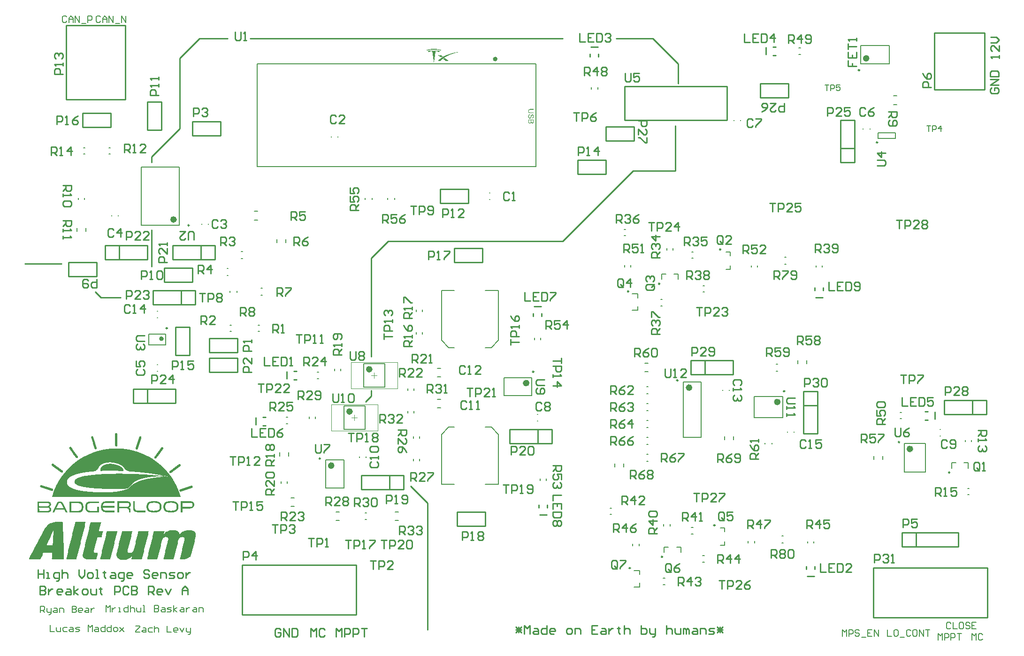
<source format=gto>
G04*
G04 #@! TF.GenerationSoftware,Altium Limited,Altium Designer,22.8.2 (66)*
G04*
G04 Layer_Color=65535*
%FSLAX25Y25*%
%MOIN*%
G70*
G04*
G04 #@! TF.SameCoordinates,BEF1E4EC-90C0-4ACD-898C-557356F843F1*
G04*
G04*
G04 #@! TF.FilePolarity,Positive*
G04*
G01*
G75*
%ADD10C,0.00984*%
%ADD11C,0.01575*%
%ADD12C,0.02362*%
%ADD13C,0.00945*%
%ADD14C,0.01000*%
%ADD15C,0.00787*%
%ADD16C,0.00500*%
%ADD17C,0.00600*%
%ADD18C,0.00700*%
%ADD19C,0.00197*%
%ADD20C,0.00394*%
G36*
X118054Y100914D02*
X118713D01*
Y100749D01*
X119043D01*
Y100584D01*
X119372D01*
Y100420D01*
X119537D01*
Y100255D01*
X119701D01*
Y100090D01*
X119866D01*
Y99761D01*
X120031D01*
Y99431D01*
X120196D01*
Y97784D01*
X120031D01*
Y97454D01*
X119866D01*
Y97125D01*
X119701D01*
Y96960D01*
X119537D01*
Y96795D01*
X119372D01*
Y96631D01*
X119207D01*
Y96466D01*
X118878D01*
Y96301D01*
X118548D01*
Y96136D01*
X117395D01*
Y95972D01*
X111959D01*
Y93336D01*
X110641D01*
Y101078D01*
X118054D01*
Y100914D01*
D02*
G37*
G36*
X105864D02*
X106523D01*
Y100749D01*
X107017D01*
Y100584D01*
X107346D01*
Y100420D01*
X107676D01*
Y100255D01*
X107840D01*
Y100090D01*
X108005D01*
Y99925D01*
X108170D01*
Y99761D01*
X108335D01*
Y99596D01*
X108499D01*
Y99266D01*
X108664D01*
Y98937D01*
X108829D01*
Y98278D01*
X108994D01*
Y96136D01*
X108829D01*
Y95477D01*
X108664D01*
Y95148D01*
X108499D01*
Y94819D01*
X108335D01*
Y94654D01*
X108170D01*
Y94489D01*
X108005D01*
Y94324D01*
X107840D01*
Y94160D01*
X107676D01*
Y93995D01*
X107346D01*
Y93830D01*
X107017D01*
Y93665D01*
X106523D01*
Y93501D01*
X105864D01*
Y93336D01*
X101416D01*
Y93501D01*
X100592D01*
Y93665D01*
X100262D01*
Y93830D01*
X99933D01*
Y93995D01*
X99604D01*
Y94160D01*
X99439D01*
Y94324D01*
X99274D01*
Y94489D01*
X99109D01*
Y94654D01*
X98945D01*
Y94819D01*
X98780D01*
Y95148D01*
X98615D01*
Y95477D01*
X98450D01*
Y96136D01*
X98286D01*
Y98278D01*
X98450D01*
Y98937D01*
X98615D01*
Y99266D01*
X98780D01*
Y99596D01*
X98945D01*
Y99761D01*
X99109D01*
Y99925D01*
X99274D01*
Y100090D01*
X99439D01*
Y100255D01*
X99604D01*
Y100420D01*
X99933D01*
Y100584D01*
X100262D01*
Y100749D01*
X100757D01*
Y100914D01*
X101416D01*
Y101078D01*
X105864D01*
Y100914D01*
D02*
G37*
G36*
X93838D02*
X94497D01*
Y100749D01*
X94991D01*
Y100584D01*
X95320D01*
Y100420D01*
X95650D01*
Y100255D01*
X95815D01*
Y100090D01*
X95979D01*
Y99925D01*
X96144D01*
Y99761D01*
X96309D01*
Y99596D01*
X96474D01*
Y99266D01*
X96638D01*
Y98937D01*
X96803D01*
Y98278D01*
X96968D01*
Y96136D01*
X96803D01*
Y95477D01*
X96638D01*
Y95148D01*
X96474D01*
Y94819D01*
X96309D01*
Y94654D01*
X96144D01*
Y94489D01*
X95979D01*
Y94324D01*
X95815D01*
Y94160D01*
X95650D01*
Y93995D01*
X95320D01*
Y93830D01*
X94991D01*
Y93665D01*
X94497D01*
Y93501D01*
X93838D01*
Y93336D01*
X89390D01*
Y93501D01*
X88566D01*
Y93665D01*
X88237D01*
Y93830D01*
X87907D01*
Y93995D01*
X87578D01*
Y94160D01*
X87413D01*
Y94324D01*
X87248D01*
Y94489D01*
X87084D01*
Y94654D01*
X86919D01*
Y94819D01*
X86754D01*
Y95148D01*
X86589D01*
Y95477D01*
X86425D01*
Y96136D01*
X86260D01*
Y98278D01*
X86425D01*
Y98937D01*
X86589D01*
Y99266D01*
X86754D01*
Y99596D01*
X86919D01*
Y99761D01*
X87084D01*
Y99925D01*
X87248D01*
Y100090D01*
X87413D01*
Y100255D01*
X87578D01*
Y100420D01*
X87907D01*
Y100584D01*
X88237D01*
Y100749D01*
X88731D01*
Y100914D01*
X89390D01*
Y101078D01*
X93838D01*
Y100914D01*
D02*
G37*
G36*
X78023Y95972D02*
X78188D01*
Y95477D01*
X78353D01*
Y95148D01*
X78517D01*
Y94983D01*
X78682D01*
Y94819D01*
X79012D01*
Y94654D01*
X79835D01*
Y94489D01*
X85601D01*
Y93336D01*
X79506D01*
Y93501D01*
X78682D01*
Y93665D01*
X78188D01*
Y93830D01*
X78023D01*
Y93995D01*
X77694D01*
Y94160D01*
X77529D01*
Y94324D01*
X77364D01*
Y94654D01*
X77200D01*
Y94983D01*
X77035D01*
Y95477D01*
X76870D01*
Y101078D01*
X78023D01*
Y95972D01*
D02*
G37*
G36*
X73081Y100914D02*
X73740D01*
Y100749D01*
X74069D01*
Y100584D01*
X74234D01*
Y100420D01*
X74564D01*
Y100255D01*
X74728D01*
Y99925D01*
X74893D01*
Y99596D01*
X75058D01*
Y97784D01*
X74893D01*
Y97454D01*
X74728D01*
Y97290D01*
X74564D01*
Y97125D01*
X74399D01*
Y96960D01*
X74069D01*
Y96795D01*
X73740D01*
Y96466D01*
X74069D01*
Y96301D01*
X74234D01*
Y96136D01*
X74564D01*
Y95807D01*
X74728D01*
Y95477D01*
X74893D01*
Y93336D01*
X73740D01*
Y94983D01*
X73575D01*
Y95477D01*
X73411D01*
Y95642D01*
X73246D01*
Y95807D01*
X73081D01*
Y95972D01*
X72587D01*
Y96136D01*
X66821D01*
Y95972D01*
Y95807D01*
Y93336D01*
X65503D01*
Y101078D01*
X73081D01*
Y100914D01*
D02*
G37*
G36*
X63691Y99925D02*
X56937D01*
Y99761D01*
X56278D01*
Y99596D01*
X56113D01*
Y99431D01*
X55784D01*
Y99266D01*
X55619D01*
Y98937D01*
X55454D01*
Y98607D01*
X55290D01*
Y97784D01*
X63526D01*
Y96631D01*
X55290D01*
Y95807D01*
X55454D01*
Y95477D01*
X55619D01*
Y95148D01*
X55784D01*
Y94983D01*
X56113D01*
Y94819D01*
X56443D01*
Y94654D01*
X56937D01*
Y94489D01*
X63691D01*
Y93336D01*
X56772D01*
Y93501D01*
X55949D01*
Y93665D01*
X55619D01*
Y93830D01*
X55290D01*
Y93995D01*
X55125D01*
Y94160D01*
X54960D01*
Y94324D01*
X54795D01*
Y94489D01*
X54631D01*
Y94654D01*
X54466D01*
Y94983D01*
X54301D01*
Y95313D01*
X54136D01*
Y96136D01*
X53972D01*
Y98278D01*
X54136D01*
Y99102D01*
X54301D01*
Y99431D01*
X54466D01*
Y99761D01*
X54631D01*
Y99925D01*
X54795D01*
Y100255D01*
X55125D01*
Y100420D01*
X55290D01*
Y100584D01*
X55619D01*
Y100749D01*
X55949D01*
Y100914D01*
X56772D01*
Y101078D01*
X63691D01*
Y99925D01*
D02*
G37*
G36*
X52489Y99761D02*
X45900D01*
Y99596D01*
X45241D01*
Y99431D01*
X44911D01*
Y99266D01*
X44582D01*
Y99102D01*
X44417D01*
Y98772D01*
X44252D01*
Y98278D01*
X44087D01*
Y95807D01*
X44252D01*
Y95642D01*
Y95477D01*
Y95313D01*
X44417D01*
Y95148D01*
X44582D01*
Y94819D01*
X44911D01*
Y94654D01*
X45241D01*
Y94489D01*
X45900D01*
Y94324D01*
X51336D01*
Y97125D01*
X52489D01*
Y93171D01*
X45570D01*
Y93336D01*
X44747D01*
Y93501D01*
X44417D01*
Y93665D01*
X44087D01*
Y93830D01*
X43923D01*
Y93995D01*
X43758D01*
Y94160D01*
X43593D01*
Y94324D01*
X43429D01*
Y94489D01*
X43264D01*
Y94819D01*
X43099D01*
Y95148D01*
X42934D01*
Y95972D01*
X42770D01*
Y98113D01*
X42934D01*
Y98937D01*
X43099D01*
Y99266D01*
X43264D01*
Y99596D01*
X43429D01*
Y99761D01*
X43593D01*
Y100090D01*
X43923D01*
Y100255D01*
X44087D01*
Y100420D01*
X44417D01*
Y100584D01*
X44747D01*
Y100749D01*
X45405D01*
Y100914D01*
X52489D01*
Y99761D01*
D02*
G37*
G36*
X38816Y100749D02*
X39475D01*
Y100584D01*
X39804D01*
Y100420D01*
X40134D01*
Y100255D01*
X40299D01*
Y100090D01*
X40463D01*
Y99925D01*
X40628D01*
Y99761D01*
X40793D01*
Y99596D01*
X40957D01*
Y99266D01*
X41122D01*
Y98772D01*
X41287D01*
Y97948D01*
X41452D01*
Y96136D01*
X41287D01*
Y95313D01*
X41122D01*
Y94819D01*
X40957D01*
Y94489D01*
X40793D01*
Y94324D01*
X40628D01*
Y94160D01*
X40463D01*
Y93995D01*
X40299D01*
Y93830D01*
X40134D01*
Y93665D01*
X39804D01*
Y93501D01*
X39475D01*
Y93336D01*
X38651D01*
Y93171D01*
X31403D01*
Y94983D01*
Y95148D01*
Y100914D01*
X38816D01*
Y100749D01*
D02*
G37*
G36*
X25637D02*
X25967D01*
Y100584D01*
X26296D01*
Y100420D01*
X26461D01*
Y100255D01*
X26625D01*
Y99925D01*
X26790D01*
Y99761D01*
X26955D01*
Y99431D01*
X27120D01*
Y99102D01*
X27284D01*
Y98772D01*
X27449D01*
Y98443D01*
X27614D01*
Y98113D01*
X27779D01*
Y97784D01*
X27943D01*
Y97454D01*
X28108D01*
Y97125D01*
X28273D01*
Y96795D01*
X28438D01*
Y96466D01*
X28602D01*
Y96136D01*
X28767D01*
Y95807D01*
X28932D01*
Y95477D01*
X29096D01*
Y95148D01*
X29261D01*
Y94819D01*
X29426D01*
Y94489D01*
X29591D01*
Y94160D01*
X29755D01*
Y93830D01*
X29920D01*
Y93501D01*
X30085D01*
Y93171D01*
X28767D01*
Y93501D01*
X28602D01*
Y93830D01*
X28438D01*
Y94160D01*
X28273D01*
Y94489D01*
X28108D01*
Y94819D01*
X27943D01*
Y95148D01*
X27779D01*
Y95313D01*
X21683D01*
Y94983D01*
X21519D01*
Y94654D01*
X21354D01*
Y94324D01*
X21189D01*
Y93995D01*
X21024D01*
Y93665D01*
X20860D01*
Y93336D01*
X20695D01*
Y93171D01*
X19377D01*
Y93336D01*
X19542D01*
Y93665D01*
X19707D01*
Y93995D01*
X19871D01*
Y94324D01*
X20036D01*
Y94654D01*
X20201D01*
Y94983D01*
X20366D01*
Y95313D01*
X20530D01*
Y95642D01*
X20695D01*
Y95972D01*
X20860D01*
Y96301D01*
X21024D01*
Y96631D01*
X21189D01*
Y96960D01*
X21354D01*
Y97290D01*
X21519D01*
Y97619D01*
X21683D01*
Y97948D01*
X21848D01*
Y98278D01*
X22013D01*
Y98607D01*
X22178D01*
Y98937D01*
X22342D01*
Y99266D01*
X22507D01*
Y99596D01*
X22672D01*
Y99925D01*
X22837D01*
Y100090D01*
X23001D01*
Y100420D01*
X23166D01*
Y100584D01*
X23495D01*
Y100749D01*
X23825D01*
Y100914D01*
X25637D01*
Y100749D01*
D02*
G37*
G36*
X16577D02*
X17071D01*
Y100584D01*
X17400D01*
Y100420D01*
X17730D01*
Y100255D01*
X17895D01*
Y100090D01*
X18059D01*
Y99761D01*
X18224D01*
Y99266D01*
X18389D01*
Y98443D01*
X18224D01*
Y97948D01*
X18059D01*
Y97784D01*
X17895D01*
Y97619D01*
X17730D01*
Y97454D01*
X17565D01*
Y97290D01*
X17235D01*
Y97125D01*
X17400D01*
Y96960D01*
X17730D01*
Y96795D01*
X17895D01*
Y96631D01*
X18059D01*
Y96466D01*
X18224D01*
Y96301D01*
X18389D01*
Y95972D01*
X18553D01*
Y94654D01*
X18389D01*
Y94324D01*
X18224D01*
Y93995D01*
X18059D01*
Y93830D01*
X17895D01*
Y93665D01*
X17565D01*
Y93501D01*
X17235D01*
Y93336D01*
X16577D01*
Y93171D01*
X8834D01*
Y100914D01*
X16577D01*
Y100749D01*
D02*
G37*
G36*
X118600Y80300D02*
X119500D01*
Y80000D01*
X120100D01*
Y79700D01*
X120400D01*
Y79400D01*
X120700D01*
Y79100D01*
X121000D01*
Y78500D01*
X121300D01*
Y75500D01*
X121000D01*
Y74300D01*
X120700D01*
Y73100D01*
X120400D01*
Y71900D01*
X120100D01*
Y70700D01*
X119800D01*
Y69500D01*
X119500D01*
Y68300D01*
X119200D01*
Y67100D01*
X118900D01*
Y65900D01*
X118600D01*
Y64700D01*
X118300D01*
Y63500D01*
X118000D01*
Y62600D01*
X117700D01*
Y62300D01*
X117400D01*
Y61700D01*
X117100D01*
Y61400D01*
X116500D01*
Y61100D01*
X116200D01*
Y60800D01*
X115600D01*
Y60500D01*
X115000D01*
Y60200D01*
X113800D01*
Y59900D01*
X110200D01*
Y60200D01*
X109900D01*
Y60500D01*
X110200D01*
Y61700D01*
X110500D01*
Y62900D01*
X110800D01*
Y64100D01*
X111100D01*
Y65600D01*
X111400D01*
Y66800D01*
X111700D01*
Y68000D01*
X112000D01*
Y69200D01*
X112300D01*
Y70400D01*
X112600D01*
Y71600D01*
X112900D01*
Y72800D01*
X113200D01*
Y75200D01*
X112900D01*
Y75500D01*
X112000D01*
Y75800D01*
X111400D01*
Y75500D01*
X110200D01*
Y75200D01*
X109900D01*
Y74900D01*
X109600D01*
Y74600D01*
X109300D01*
Y74000D01*
X109000D01*
Y73100D01*
X108700D01*
Y72800D01*
Y71900D01*
X108400D01*
Y70700D01*
X108100D01*
Y69500D01*
X107800D01*
Y68300D01*
X107500D01*
Y67100D01*
X107200D01*
Y65900D01*
X106900D01*
Y64400D01*
X106600D01*
Y63200D01*
X106300D01*
Y62000D01*
X106000D01*
Y60800D01*
X105700D01*
Y60200D01*
X105400D01*
Y59900D01*
X98500D01*
Y60200D01*
X98200D01*
Y60500D01*
X98500D01*
Y61700D01*
X98800D01*
Y62900D01*
X99100D01*
Y64100D01*
X99400D01*
Y65300D01*
X99700D01*
Y66500D01*
X100000D01*
Y67700D01*
X100300D01*
Y68900D01*
X100600D01*
Y70100D01*
X100900D01*
Y71300D01*
X101200D01*
Y72800D01*
X101500D01*
Y74000D01*
X101800D01*
Y74600D01*
X101500D01*
Y75200D01*
X101200D01*
Y75500D01*
X100300D01*
Y75800D01*
X99700D01*
Y75500D01*
X98800D01*
Y75200D01*
X98200D01*
Y74900D01*
X97900D01*
Y74300D01*
X97600D01*
Y73700D01*
X97300D01*
Y72500D01*
X97000D01*
Y71300D01*
X96700D01*
Y70100D01*
X96400D01*
Y68900D01*
X96100D01*
Y67700D01*
X95800D01*
Y66500D01*
X95500D01*
Y65300D01*
X95200D01*
Y64100D01*
X94900D01*
Y62900D01*
X94600D01*
Y61700D01*
X94300D01*
Y60500D01*
X94000D01*
Y59900D01*
X86800D01*
Y61400D01*
X87100D01*
Y62600D01*
X87400D01*
Y63800D01*
X87700D01*
Y65000D01*
X88000D01*
Y66200D01*
X88300D01*
Y67400D01*
X88600D01*
Y68600D01*
X88900D01*
Y69800D01*
X89200D01*
Y71000D01*
X89500D01*
Y72200D01*
X89800D01*
Y73400D01*
X90100D01*
Y74600D01*
X90400D01*
Y75800D01*
X90700D01*
Y77000D01*
X91000D01*
Y78200D01*
X91300D01*
Y79700D01*
X91600D01*
Y80000D01*
X99100D01*
Y79700D01*
X98800D01*
Y78500D01*
X98500D01*
Y77900D01*
X98800D01*
Y78200D01*
X99100D01*
Y78500D01*
X99400D01*
Y78800D01*
X99700D01*
Y79100D01*
X100000D01*
Y79400D01*
X100600D01*
Y79700D01*
X101200D01*
Y80000D01*
X101800D01*
Y80300D01*
X102700D01*
Y80600D01*
X107200D01*
Y80300D01*
X108100D01*
Y80000D01*
X108400D01*
Y79700D01*
X108700D01*
Y79400D01*
X109000D01*
Y79100D01*
X109300D01*
Y78800D01*
X109600D01*
Y77900D01*
X110200D01*
Y78200D01*
X110500D01*
Y78500D01*
X110800D01*
Y78800D01*
X111100D01*
Y79100D01*
X111400D01*
Y79400D01*
X112000D01*
Y79700D01*
X112600D01*
Y80000D01*
X113200D01*
Y80300D01*
X114400D01*
Y80600D01*
X118600D01*
Y80300D01*
D02*
G37*
G36*
X88000Y79700D02*
X87700D01*
Y78500D01*
X87400D01*
Y77000D01*
X87100D01*
Y75800D01*
X86800D01*
Y74600D01*
X86500D01*
Y73400D01*
X86200D01*
Y72200D01*
X85900D01*
Y71000D01*
X85600D01*
Y69800D01*
X85300D01*
Y68600D01*
X85000D01*
Y67400D01*
X84700D01*
Y66200D01*
X84400D01*
Y65000D01*
X84100D01*
Y63800D01*
X83800D01*
Y62600D01*
X83500D01*
Y61400D01*
X83200D01*
Y60200D01*
X82900D01*
Y59900D01*
X75700D01*
Y60800D01*
X76000D01*
Y62000D01*
X75700D01*
Y61700D01*
X75400D01*
Y61400D01*
X75100D01*
Y61100D01*
X74800D01*
Y60800D01*
X74200D01*
Y60500D01*
X73600D01*
Y60200D01*
X73000D01*
Y59900D01*
X72100D01*
Y59600D01*
X67600D01*
Y59900D01*
X67000D01*
Y60200D01*
X66400D01*
Y60500D01*
X65800D01*
Y60800D01*
X65500D01*
Y61400D01*
X65200D01*
Y62300D01*
X64900D01*
Y64100D01*
X65200D01*
Y65300D01*
X65500D01*
Y66800D01*
X65800D01*
Y68000D01*
X66100D01*
Y69200D01*
X66400D01*
Y70400D01*
X66700D01*
Y71600D01*
X67000D01*
Y72800D01*
X67300D01*
Y74000D01*
X67600D01*
Y75200D01*
X67900D01*
Y76400D01*
X68200D01*
Y77600D01*
X68500D01*
Y78800D01*
X68800D01*
Y80000D01*
X76300D01*
Y79100D01*
X76000D01*
Y77900D01*
X75700D01*
Y76700D01*
X75400D01*
Y75500D01*
X75100D01*
Y74300D01*
X74800D01*
Y73100D01*
X74500D01*
Y71900D01*
X74200D01*
Y70700D01*
X73900D01*
Y69500D01*
X73600D01*
Y68300D01*
X73300D01*
Y67100D01*
X73000D01*
Y65000D01*
X73300D01*
Y64700D01*
X73900D01*
Y64400D01*
X75400D01*
Y64700D01*
X76000D01*
Y65000D01*
X76300D01*
Y65300D01*
X76600D01*
Y65600D01*
X76900D01*
Y66200D01*
X77200D01*
Y67100D01*
X77500D01*
Y68300D01*
X77800D01*
Y69500D01*
X78100D01*
Y70700D01*
X78400D01*
Y71900D01*
X78700D01*
Y73100D01*
X79000D01*
Y74300D01*
X79300D01*
Y75500D01*
X79600D01*
Y76700D01*
X79900D01*
Y77900D01*
X80200D01*
Y79400D01*
X80500D01*
Y80000D01*
X88000D01*
Y79700D01*
D02*
G37*
G36*
X65500Y78800D02*
X65200D01*
Y77600D01*
X64900D01*
Y76400D01*
X64600D01*
Y75200D01*
X64300D01*
Y74000D01*
X64000D01*
Y72800D01*
X63700D01*
Y71600D01*
X63400D01*
Y70400D01*
X63100D01*
Y69200D01*
X62800D01*
Y68000D01*
X62500D01*
Y66800D01*
X62200D01*
Y65600D01*
X61900D01*
Y64400D01*
X61600D01*
Y63200D01*
X61300D01*
Y62000D01*
X61000D01*
Y61100D01*
Y60800D01*
X60700D01*
Y59900D01*
X53500D01*
Y60200D01*
X53200D01*
Y60500D01*
X53500D01*
Y61400D01*
X53800D01*
Y62600D01*
X54100D01*
Y63800D01*
X54400D01*
Y65300D01*
X54700D01*
Y66500D01*
X55000D01*
Y67700D01*
X55300D01*
Y68900D01*
X55600D01*
Y70100D01*
X55900D01*
Y71300D01*
X56200D01*
Y72500D01*
X56500D01*
Y73700D01*
X56800D01*
Y74900D01*
X57100D01*
Y76100D01*
X57400D01*
Y77300D01*
X57700D01*
Y78500D01*
X58000D01*
Y79700D01*
X58300D01*
Y80000D01*
X65500D01*
Y78800D01*
D02*
G37*
G36*
X54100Y86000D02*
X53800D01*
Y84800D01*
X53500D01*
Y83600D01*
X53200D01*
Y82400D01*
X52900D01*
Y81200D01*
X52600D01*
Y80000D01*
X55600D01*
Y79700D01*
X55300D01*
Y78500D01*
X55000D01*
Y77300D01*
X54700D01*
Y76100D01*
X54400D01*
Y75500D01*
X51400D01*
Y75200D01*
X51100D01*
Y74000D01*
X50800D01*
Y72800D01*
X50500D01*
Y71600D01*
X50200D01*
Y70400D01*
X49900D01*
Y69200D01*
X49600D01*
Y68000D01*
X49300D01*
Y66500D01*
X49000D01*
Y65000D01*
X49300D01*
Y64700D01*
X49600D01*
Y64400D01*
X51700D01*
Y63800D01*
X51400D01*
Y62600D01*
X51100D01*
Y61400D01*
X50800D01*
Y60200D01*
X50500D01*
Y59900D01*
X43300D01*
Y60200D01*
X42400D01*
Y60500D01*
X41800D01*
Y60800D01*
X41500D01*
Y61100D01*
X41200D01*
Y62000D01*
X40900D01*
Y63500D01*
X41200D01*
Y65000D01*
X41500D01*
Y66200D01*
X41800D01*
Y67400D01*
X42100D01*
Y68600D01*
X42400D01*
Y69800D01*
X42700D01*
Y71000D01*
X43000D01*
Y72200D01*
X43300D01*
Y73400D01*
X43600D01*
Y74600D01*
X43900D01*
Y75800D01*
X44200D01*
Y77000D01*
X44500D01*
Y78200D01*
X44800D01*
Y79700D01*
X45100D01*
Y80900D01*
X45400D01*
Y82100D01*
X45700D01*
Y83300D01*
X46000D01*
Y84500D01*
X46300D01*
Y85700D01*
X46600D01*
Y86300D01*
X54100D01*
Y86000D01*
D02*
G37*
G36*
X43000Y85400D02*
X42700D01*
Y84200D01*
X42400D01*
Y82700D01*
X42100D01*
Y81500D01*
X41800D01*
Y80300D01*
X41500D01*
Y79100D01*
X41200D01*
Y77900D01*
X40900D01*
Y76700D01*
X40600D01*
Y75500D01*
X40300D01*
Y74300D01*
X40000D01*
Y73100D01*
X39700D01*
Y71900D01*
X39400D01*
Y70700D01*
X39100D01*
Y69500D01*
X38800D01*
Y68300D01*
X38500D01*
Y67100D01*
X38200D01*
Y65900D01*
X37900D01*
Y64700D01*
X37600D01*
Y63500D01*
X37300D01*
Y62300D01*
X37000D01*
Y61100D01*
X36700D01*
Y60200D01*
X36400D01*
Y59900D01*
X29500D01*
Y60200D01*
X29200D01*
Y60500D01*
X29500D01*
Y61700D01*
X29800D01*
Y62900D01*
X30100D01*
Y64100D01*
X30400D01*
Y65300D01*
X30700D01*
Y66800D01*
X31000D01*
Y68000D01*
X31300D01*
Y69200D01*
X31600D01*
Y70400D01*
X31900D01*
Y71600D01*
X32200D01*
Y72800D01*
X32500D01*
Y74000D01*
X32800D01*
Y75200D01*
X33100D01*
Y76400D01*
X33400D01*
Y77600D01*
X33700D01*
Y78800D01*
X34000D01*
Y80000D01*
X34300D01*
Y81200D01*
X34600D01*
Y82400D01*
X34900D01*
Y83600D01*
X35200D01*
Y84800D01*
X35500D01*
Y86300D01*
X35800D01*
Y86600D01*
X43000D01*
Y85400D01*
D02*
G37*
G36*
X26500Y86300D02*
X26800D01*
Y79700D01*
X27100D01*
Y71600D01*
X27400D01*
Y63500D01*
X27700D01*
Y59900D01*
X19300D01*
Y60200D01*
X19000D01*
Y60500D01*
X19300D01*
Y64700D01*
X13000D01*
Y64100D01*
X12700D01*
Y63500D01*
X12400D01*
Y62600D01*
X12100D01*
Y62000D01*
X11800D01*
Y61400D01*
X11500D01*
Y60800D01*
X11200D01*
Y60200D01*
X10900D01*
Y59900D01*
X2800D01*
Y60800D01*
X3100D01*
Y61400D01*
X3400D01*
Y62000D01*
X3700D01*
Y62600D01*
X4000D01*
Y62900D01*
X4300D01*
Y63500D01*
X4600D01*
Y64100D01*
X4900D01*
Y64700D01*
X5200D01*
Y65300D01*
X5500D01*
Y65900D01*
X5800D01*
Y66500D01*
X6100D01*
Y67100D01*
X6400D01*
Y67400D01*
Y67700D01*
X6700D01*
Y68300D01*
X7000D01*
Y68600D01*
X7300D01*
Y69200D01*
X7600D01*
Y69800D01*
X7900D01*
Y70400D01*
X8200D01*
Y71000D01*
X8500D01*
Y71600D01*
X8800D01*
Y72200D01*
X9100D01*
Y72800D01*
X9400D01*
Y73400D01*
X9700D01*
Y74000D01*
X10000D01*
Y74300D01*
X10300D01*
Y74900D01*
X10600D01*
Y75500D01*
X10900D01*
Y76100D01*
X11200D01*
Y76700D01*
X11500D01*
Y77300D01*
X11800D01*
Y77900D01*
X12100D01*
Y78500D01*
X12400D01*
Y78800D01*
X12700D01*
Y79400D01*
X13000D01*
Y80000D01*
X13300D01*
Y80600D01*
X13600D01*
Y81200D01*
X13900D01*
Y81800D01*
X14200D01*
Y82100D01*
X14500D01*
Y82700D01*
X14800D01*
Y83000D01*
X15100D01*
Y83300D01*
X15400D01*
Y83600D01*
X15700D01*
Y83900D01*
X16000D01*
Y84200D01*
X16300D01*
Y84500D01*
X16600D01*
Y84800D01*
X17200D01*
Y85100D01*
X17500D01*
Y85400D01*
X18100D01*
Y85700D01*
X19000D01*
Y86000D01*
X19900D01*
Y86300D01*
X21100D01*
Y86600D01*
X26500D01*
Y86300D01*
D02*
G37*
G36*
X291600Y422400D02*
X292467D01*
Y422333D01*
X293000D01*
Y422267D01*
X293400D01*
Y422200D01*
X293733D01*
Y422133D01*
X294067D01*
Y422067D01*
X294333D01*
Y422000D01*
X294600D01*
Y421933D01*
X294867D01*
Y421867D01*
X295067D01*
Y421800D01*
X295333D01*
Y421733D01*
X295533D01*
Y421667D01*
X295600D01*
Y421600D01*
X295533D01*
Y421533D01*
X295467D01*
Y421467D01*
X295400D01*
Y421400D01*
X295333D01*
Y421333D01*
X295267D01*
Y421267D01*
X295133D01*
Y421333D01*
X294933D01*
Y421400D01*
X294733D01*
Y421467D01*
X294533D01*
Y421533D01*
X294267D01*
Y421600D01*
X294000D01*
Y421667D01*
X293733D01*
Y421733D01*
X293400D01*
Y421800D01*
X293000D01*
Y421867D01*
X292467D01*
Y421933D01*
X291733D01*
Y422000D01*
X289133D01*
Y421933D01*
X288333D01*
Y421867D01*
X287800D01*
Y421800D01*
X287400D01*
Y421733D01*
X287067D01*
Y421667D01*
X286800D01*
Y421600D01*
X286533D01*
Y421533D01*
X286267D01*
Y421467D01*
X286067D01*
Y421400D01*
X285867D01*
Y421333D01*
X285667D01*
Y421267D01*
X285533D01*
Y421333D01*
X285467D01*
Y421400D01*
X285400D01*
Y421467D01*
X285333D01*
Y421533D01*
X285267D01*
Y421600D01*
X285200D01*
Y421667D01*
X285267D01*
Y421733D01*
X285467D01*
Y421800D01*
X285733D01*
Y421867D01*
X285933D01*
Y421933D01*
X286200D01*
Y422000D01*
X286467D01*
Y422067D01*
X286733D01*
Y422133D01*
X287067D01*
Y422200D01*
X287400D01*
Y422267D01*
X287800D01*
Y422333D01*
X288333D01*
Y422400D01*
X289200D01*
Y422467D01*
X291600D01*
Y422400D01*
D02*
G37*
G36*
X293067Y421200D02*
X293600D01*
Y421133D01*
X294000D01*
Y421067D01*
X294267D01*
Y421000D01*
X294533D01*
Y420933D01*
X294733D01*
Y420867D01*
X294800D01*
Y420800D01*
X294733D01*
Y420733D01*
X294667D01*
Y420667D01*
X294600D01*
Y420600D01*
X294533D01*
Y420533D01*
X294467D01*
Y420467D01*
X294400D01*
Y420400D01*
X294267D01*
Y420333D01*
X294133D01*
Y420267D01*
X294000D01*
Y420200D01*
X293867D01*
Y420133D01*
X293733D01*
Y420067D01*
X293600D01*
Y420267D01*
X293533D01*
Y420400D01*
X293467D01*
Y420467D01*
X293400D01*
Y420533D01*
X293267D01*
Y420600D01*
X293133D01*
Y420667D01*
X293000D01*
Y420733D01*
X292733D01*
Y420800D01*
X292333D01*
Y420867D01*
X291600D01*
Y420667D01*
X291533D01*
Y420200D01*
X291467D01*
Y419733D01*
X291400D01*
Y419267D01*
X291333D01*
Y418800D01*
X291267D01*
Y418333D01*
X291200D01*
Y417867D01*
X291133D01*
Y417400D01*
X291067D01*
Y417333D01*
Y416933D01*
X291000D01*
Y416467D01*
X290933D01*
Y416000D01*
X290867D01*
Y415533D01*
X290800D01*
Y415067D01*
X290733D01*
Y414600D01*
X290667D01*
Y414133D01*
X290600D01*
Y413667D01*
X290533D01*
Y413200D01*
X290467D01*
Y412733D01*
X290333D01*
Y413200D01*
X290267D01*
Y413667D01*
X290200D01*
Y414133D01*
X290133D01*
Y414600D01*
X290067D01*
Y415067D01*
X290000D01*
Y415533D01*
X289933D01*
Y416000D01*
X289867D01*
Y416467D01*
X289800D01*
Y416933D01*
X289733D01*
Y417400D01*
X289667D01*
Y417867D01*
X289600D01*
Y418333D01*
X289533D01*
Y418800D01*
X289467D01*
Y419267D01*
X289400D01*
Y419733D01*
X289333D01*
Y420200D01*
X289267D01*
Y420667D01*
X289200D01*
Y420867D01*
X288467D01*
Y420800D01*
X288067D01*
Y420733D01*
X287800D01*
Y420667D01*
X287667D01*
Y420600D01*
X287533D01*
Y420533D01*
X287400D01*
Y420467D01*
X287333D01*
Y420400D01*
X287267D01*
Y420267D01*
X287200D01*
Y420067D01*
X287133D01*
Y420133D01*
X286933D01*
Y420200D01*
X286800D01*
Y420267D01*
X286667D01*
Y420333D01*
X286533D01*
Y420400D01*
X286400D01*
Y420467D01*
X286333D01*
Y420533D01*
X286267D01*
Y420600D01*
X286200D01*
Y420667D01*
X286133D01*
Y420733D01*
X286067D01*
Y420800D01*
X286000D01*
Y420867D01*
X286067D01*
Y420933D01*
X286267D01*
Y421000D01*
X286533D01*
Y421067D01*
X286800D01*
Y421133D01*
X287200D01*
Y421200D01*
X287733D01*
Y421267D01*
X290000D01*
Y421200D01*
X290067D01*
Y421133D01*
X290133D01*
Y421067D01*
X290200D01*
Y421000D01*
X290267D01*
Y420933D01*
X290333D01*
Y420867D01*
X290467D01*
Y420933D01*
X290533D01*
Y421000D01*
X290600D01*
Y421067D01*
X290667D01*
Y421133D01*
X290733D01*
Y421200D01*
X290800D01*
Y421267D01*
X293067D01*
Y421200D01*
D02*
G37*
G36*
X295381Y417984D02*
X295460D01*
Y417905D01*
X295619D01*
Y417825D01*
X295698D01*
Y417746D01*
X295857D01*
Y417667D01*
X295936D01*
Y417587D01*
X296016D01*
Y417508D01*
X296175D01*
Y417429D01*
X296254D01*
Y417349D01*
X296333D01*
Y417270D01*
X296492D01*
Y417191D01*
X296571D01*
Y417111D01*
X296730D01*
Y417032D01*
X296651D01*
Y416952D01*
X296492D01*
Y416873D01*
X296333D01*
Y416794D01*
X296175D01*
Y416714D01*
X296016D01*
Y416635D01*
X295936D01*
Y416556D01*
X295778D01*
Y416476D01*
X295619D01*
Y416397D01*
X295381D01*
Y416476D01*
X295302D01*
Y416556D01*
X295143D01*
Y416635D01*
X295063D01*
Y416714D01*
X294984D01*
Y416794D01*
X294825D01*
Y416873D01*
X294746D01*
Y416952D01*
X294667D01*
Y417032D01*
X294508D01*
Y417111D01*
X294429D01*
Y417191D01*
X294270D01*
Y417270D01*
X294191D01*
Y417349D01*
X294111D01*
Y417429D01*
X293952D01*
Y417508D01*
X293873D01*
Y417587D01*
X293794D01*
Y417667D01*
X293635D01*
Y417746D01*
X293555D01*
Y417825D01*
X293476D01*
Y417905D01*
X293555D01*
Y417984D01*
X293635D01*
Y418063D01*
X293714D01*
Y417984D01*
X295302D01*
Y418063D01*
X295381D01*
Y417984D01*
D02*
G37*
G36*
X298238Y415921D02*
X298318D01*
Y415841D01*
X298397D01*
Y415762D01*
X298555D01*
Y415683D01*
X298635D01*
Y415603D01*
X298714D01*
Y415524D01*
X298873D01*
Y415444D01*
X298952D01*
Y415365D01*
X299111D01*
Y415286D01*
X299190D01*
Y415206D01*
X299270D01*
Y415127D01*
X299429D01*
Y415048D01*
X299508D01*
Y414968D01*
X299587D01*
Y414889D01*
X299746D01*
Y414810D01*
X299825D01*
Y414730D01*
X299984D01*
Y414651D01*
X300063D01*
Y414571D01*
X300143D01*
Y414492D01*
X300302D01*
Y414413D01*
X300381D01*
Y414333D01*
X300460D01*
Y414254D01*
X300619D01*
Y414175D01*
X300698D01*
Y413937D01*
X298794D01*
Y414016D01*
X298635D01*
Y414095D01*
X298555D01*
Y414175D01*
X298476D01*
Y414254D01*
X298318D01*
Y414333D01*
X298238D01*
Y414413D01*
X298159D01*
Y414492D01*
X298000D01*
Y414571D01*
X297921D01*
Y414651D01*
X297841D01*
Y414730D01*
X297682D01*
Y414810D01*
X297603D01*
Y414889D01*
X297444D01*
Y414968D01*
X297365D01*
Y415048D01*
X297286D01*
Y415127D01*
X297127D01*
Y415206D01*
X297048D01*
Y415286D01*
X297127D01*
Y415365D01*
X297286D01*
Y415444D01*
X297365D01*
Y415524D01*
X297444D01*
Y415603D01*
X297524D01*
Y415683D01*
X297682D01*
Y415762D01*
X297762D01*
Y415841D01*
X297841D01*
Y415921D01*
X298000D01*
Y416000D01*
X298238D01*
Y415921D01*
D02*
G37*
G36*
X309032Y420286D02*
X308952D01*
Y420206D01*
X308397D01*
Y420127D01*
X307841D01*
Y420048D01*
X307444D01*
Y419968D01*
X306968D01*
Y419889D01*
X306571D01*
Y419809D01*
X306254D01*
Y419730D01*
X305937D01*
Y419651D01*
X305619D01*
Y419571D01*
X305381D01*
Y419492D01*
X304984D01*
Y419413D01*
X304746D01*
Y419333D01*
X304508D01*
Y419254D01*
X304270D01*
Y419175D01*
X304032D01*
Y419095D01*
X303714D01*
Y419016D01*
X303476D01*
Y418936D01*
X303317D01*
Y418857D01*
X303079D01*
Y418778D01*
X302841D01*
Y418698D01*
X302603D01*
Y418619D01*
X302444D01*
Y418540D01*
X302206D01*
Y418460D01*
X302048D01*
Y418381D01*
X301889D01*
Y418302D01*
X301651D01*
Y418222D01*
X301492D01*
Y418143D01*
X301333D01*
Y418063D01*
X301095D01*
Y417984D01*
X300937D01*
Y417905D01*
X300778D01*
Y417825D01*
X300619D01*
Y417746D01*
X300460D01*
Y417667D01*
X300302D01*
Y417587D01*
X300143D01*
Y417508D01*
X299984D01*
Y417429D01*
X299825D01*
Y417349D01*
X299667D01*
Y417270D01*
X299587D01*
Y417191D01*
X299429D01*
Y417111D01*
X299270D01*
Y417032D01*
X299111D01*
Y416952D01*
X299032D01*
Y416873D01*
X298873D01*
Y416794D01*
X298714D01*
Y416714D01*
X298635D01*
Y416635D01*
X298476D01*
Y416556D01*
X298397D01*
Y416476D01*
X298238D01*
Y416397D01*
X298159D01*
Y416318D01*
X298000D01*
Y416238D01*
X297841D01*
Y416159D01*
X297762D01*
Y416079D01*
X297682D01*
Y416000D01*
X297524D01*
Y415921D01*
X297444D01*
Y415841D01*
X297286D01*
Y415762D01*
X297206D01*
Y415683D01*
X297127D01*
Y415603D01*
X296968D01*
Y415524D01*
X296889D01*
Y415444D01*
X296810D01*
Y415365D01*
X296730D01*
Y415286D01*
X296571D01*
Y415206D01*
X296492D01*
Y415127D01*
X296413D01*
Y415048D01*
X296333D01*
Y414968D01*
X296254D01*
Y414889D01*
X296095D01*
Y414810D01*
X296016D01*
Y414730D01*
X295936D01*
Y414651D01*
X295857D01*
Y414571D01*
X295778D01*
Y414492D01*
X295698D01*
Y414413D01*
X295619D01*
Y414333D01*
X295540D01*
Y414254D01*
X295460D01*
Y414175D01*
X295381D01*
Y414095D01*
X295302D01*
Y414016D01*
X295222D01*
Y413937D01*
X293397D01*
Y414095D01*
X293318D01*
Y414175D01*
X293397D01*
Y414254D01*
X293476D01*
Y414333D01*
X293555D01*
Y414413D01*
X293635D01*
Y414492D01*
X293714D01*
Y414571D01*
X293794D01*
Y414651D01*
X293873D01*
Y414730D01*
X293952D01*
Y414810D01*
X294111D01*
Y414889D01*
X294191D01*
Y414968D01*
X294270D01*
Y415048D01*
X294349D01*
Y415127D01*
X294429D01*
Y415206D01*
X294587D01*
Y415286D01*
X294667D01*
Y415365D01*
X294746D01*
Y415444D01*
X294905D01*
Y415524D01*
X294984D01*
Y415603D01*
X295063D01*
Y415683D01*
X295222D01*
Y415762D01*
X295302D01*
Y415841D01*
X295381D01*
Y415921D01*
X295540D01*
Y416000D01*
X295619D01*
Y416079D01*
X295778D01*
Y416159D01*
X295857D01*
Y416238D01*
X296016D01*
Y416318D01*
X296095D01*
Y416397D01*
X296254D01*
Y416476D01*
X296413D01*
Y416556D01*
X296492D01*
Y416635D01*
X296651D01*
Y416714D01*
X296810D01*
Y416794D01*
X296968D01*
Y416873D01*
X297048D01*
Y416952D01*
X297206D01*
Y417032D01*
X297365D01*
Y417111D01*
X297444D01*
Y417191D01*
X297603D01*
Y417270D01*
X297762D01*
Y417349D01*
X297921D01*
Y417429D01*
X298079D01*
Y417508D01*
X298238D01*
Y417587D01*
X298397D01*
Y417667D01*
X298635D01*
Y417746D01*
X298794D01*
Y417825D01*
X298952D01*
Y417905D01*
X299111D01*
Y417984D01*
X299270D01*
Y418063D01*
X299508D01*
Y418143D01*
X299667D01*
Y418222D01*
X299905D01*
Y418302D01*
X300063D01*
Y418381D01*
X300302D01*
Y418460D01*
X300460D01*
Y418540D01*
X300698D01*
Y418619D01*
X300937D01*
Y418698D01*
X301095D01*
Y418778D01*
X301413D01*
Y418857D01*
X301651D01*
Y418936D01*
X301889D01*
Y419016D01*
X302127D01*
Y419095D01*
X302444D01*
Y419175D01*
X302682D01*
Y419254D01*
X302921D01*
Y419333D01*
X303238D01*
Y419413D01*
X303555D01*
Y419492D01*
X303952D01*
Y419571D01*
X304270D01*
Y419651D01*
X304587D01*
Y419730D01*
X304984D01*
Y419809D01*
X305381D01*
Y419889D01*
X305857D01*
Y419968D01*
X306333D01*
Y420048D01*
X306809D01*
Y420127D01*
X307444D01*
Y420206D01*
X308079D01*
Y420286D01*
X308873D01*
Y420365D01*
X309032D01*
Y420286D01*
D02*
G37*
G36*
X65174Y149511D02*
X65338D01*
Y149346D01*
X65503D01*
Y149017D01*
X65668D01*
Y142921D01*
Y142757D01*
Y140615D01*
X65503D01*
Y140286D01*
X65338D01*
Y140121D01*
X65009D01*
Y139956D01*
X64515D01*
Y140121D01*
X64185D01*
Y140451D01*
X64021D01*
Y149346D01*
X64185D01*
Y149511D01*
X64350D01*
Y149676D01*
X65174D01*
Y149511D01*
D02*
G37*
G36*
X47876Y147205D02*
X48206D01*
Y147040D01*
X48371D01*
Y146875D01*
X48535D01*
Y146216D01*
X48700D01*
Y145722D01*
X48865D01*
Y145228D01*
X49030D01*
Y144734D01*
X49194D01*
Y144239D01*
X49359D01*
Y143745D01*
X49524D01*
Y143251D01*
X49689D01*
Y142757D01*
X49853D01*
Y142263D01*
X50018D01*
Y141604D01*
X50183D01*
Y141109D01*
X50348D01*
Y140615D01*
X50512D01*
Y140121D01*
X50677D01*
Y139627D01*
X50842D01*
Y139297D01*
X51006D01*
Y138638D01*
X50842D01*
Y138309D01*
X50677D01*
Y138144D01*
X50348D01*
Y137979D01*
X50018D01*
Y138144D01*
X49689D01*
Y138309D01*
X49524D01*
Y138474D01*
X49359D01*
Y138968D01*
X49194D01*
Y139462D01*
X49030D01*
Y139956D01*
X48865D01*
Y140451D01*
X48700D01*
Y140945D01*
X48535D01*
Y141439D01*
X48371D01*
Y141933D01*
X48206D01*
Y142592D01*
X48041D01*
Y143086D01*
X47876D01*
Y143580D01*
X47712D01*
Y144075D01*
X47547D01*
Y144569D01*
X47382D01*
Y145063D01*
X47218D01*
Y145557D01*
X47053D01*
Y146052D01*
X46888D01*
Y146875D01*
X47053D01*
Y147040D01*
Y147205D01*
X47382D01*
Y147369D01*
X47876D01*
Y147205D01*
D02*
G37*
G36*
X82306Y147040D02*
X82471D01*
Y146875D01*
X82636D01*
Y145887D01*
X82471D01*
Y145228D01*
X82306D01*
Y144734D01*
X82142D01*
Y144239D01*
X81977D01*
Y143745D01*
X81812D01*
Y143251D01*
X81647D01*
Y142757D01*
X81483D01*
Y142263D01*
X81318D01*
Y141768D01*
X81153D01*
Y141274D01*
X80988D01*
Y140780D01*
X80824D01*
Y140286D01*
X80659D01*
Y139792D01*
X80494D01*
Y139133D01*
X80330D01*
Y138638D01*
X80165D01*
Y138309D01*
X80000D01*
Y138144D01*
X79835D01*
Y137979D01*
X79506D01*
Y137815D01*
X79341D01*
Y137979D01*
X78847D01*
Y138144D01*
X78682D01*
Y138638D01*
X78517D01*
Y138803D01*
X78682D01*
Y139462D01*
X78847D01*
Y139956D01*
X79012D01*
Y140121D01*
Y140451D01*
X79176D01*
Y140945D01*
X79341D01*
Y141439D01*
X79506D01*
Y141933D01*
X79671D01*
Y142427D01*
X79835D01*
Y142921D01*
X80000D01*
Y143416D01*
X80165D01*
Y143910D01*
X80330D01*
Y144404D01*
X80494D01*
Y144898D01*
X80659D01*
Y145557D01*
X80824D01*
Y146052D01*
X80988D01*
Y146546D01*
X81153D01*
Y146875D01*
X81318D01*
Y147040D01*
X81483D01*
Y147205D01*
X82306D01*
Y147040D01*
D02*
G37*
G36*
X32556Y139627D02*
X32721D01*
Y139462D01*
X32885D01*
Y139133D01*
X33050D01*
Y138968D01*
X33215D01*
Y138803D01*
X33380D01*
Y138474D01*
X33544D01*
Y138309D01*
X33709D01*
Y138144D01*
X33874D01*
Y137815D01*
X34039D01*
Y137650D01*
X34203D01*
Y137320D01*
X34368D01*
Y137156D01*
X34533D01*
Y136991D01*
X34698D01*
Y136662D01*
X34862D01*
Y136497D01*
X35027D01*
Y136332D01*
X35192D01*
Y136003D01*
X35357D01*
Y135838D01*
X35521D01*
Y135508D01*
X35686D01*
Y135344D01*
X35851D01*
Y135179D01*
X36015D01*
Y134849D01*
X36180D01*
Y134685D01*
X36345D01*
Y134520D01*
X36510D01*
Y134190D01*
X36674D01*
Y134026D01*
X36839D01*
Y133696D01*
X37004D01*
Y133531D01*
X37169D01*
Y133367D01*
X37333D01*
Y133037D01*
X37498D01*
Y132873D01*
X37663D01*
Y132049D01*
X37498D01*
Y131884D01*
X37333D01*
Y131719D01*
X36345D01*
Y131884D01*
X36180D01*
Y132049D01*
X36015D01*
Y132378D01*
X35851D01*
Y132543D01*
X35686D01*
Y132873D01*
X35521D01*
Y133037D01*
X35357D01*
Y133202D01*
X35192D01*
Y133531D01*
X35027D01*
Y133696D01*
X34862D01*
Y133861D01*
X34698D01*
Y134190D01*
X34533D01*
Y134355D01*
X34368D01*
Y134685D01*
X34203D01*
Y134849D01*
X34039D01*
Y135014D01*
X33874D01*
Y135344D01*
X33709D01*
Y135508D01*
X33544D01*
Y135673D01*
X33380D01*
Y136003D01*
X33215D01*
Y136167D01*
X33050D01*
Y136497D01*
X32885D01*
Y136662D01*
X32721D01*
Y136826D01*
X32556D01*
Y137156D01*
X32391D01*
Y137320D01*
X32226D01*
Y137485D01*
X32062D01*
Y137815D01*
X31897D01*
Y137979D01*
X31732D01*
Y138309D01*
X31568D01*
Y138474D01*
X31403D01*
Y138803D01*
X31238D01*
Y139133D01*
X31403D01*
Y139462D01*
X31568D01*
Y139627D01*
X31732D01*
Y139792D01*
X32556D01*
Y139627D01*
D02*
G37*
G36*
X97462Y139462D02*
X97956D01*
Y139297D01*
X98121D01*
Y138803D01*
X98286D01*
Y138638D01*
X98121D01*
Y138144D01*
X97956D01*
Y137979D01*
X97791D01*
Y137815D01*
X97627D01*
Y137650D01*
X97462D01*
Y137320D01*
X97297D01*
Y137156D01*
X97133D01*
Y136826D01*
X96968D01*
Y136662D01*
X96803D01*
Y136497D01*
X96638D01*
Y136167D01*
X96474D01*
Y136003D01*
X96309D01*
Y135673D01*
X96144D01*
Y135508D01*
X95979D01*
Y135344D01*
X95815D01*
Y135014D01*
X95650D01*
Y134849D01*
X95485D01*
Y134685D01*
X95320D01*
Y134355D01*
X95156D01*
Y134190D01*
X94991D01*
Y133861D01*
X94826D01*
Y133696D01*
X94661D01*
Y133531D01*
X94497D01*
Y133202D01*
X94332D01*
Y133037D01*
X94167D01*
Y132873D01*
X94003D01*
Y132543D01*
X93838D01*
Y132378D01*
X93673D01*
Y132049D01*
X93508D01*
Y131884D01*
X93344D01*
Y131719D01*
X93179D01*
Y131555D01*
X93014D01*
Y131390D01*
X92355D01*
Y131555D01*
X92026D01*
Y131719D01*
X91861D01*
Y132708D01*
X92026D01*
Y132873D01*
X92190D01*
Y133037D01*
X92355D01*
Y133367D01*
X92520D01*
Y133531D01*
X92685D01*
Y133696D01*
X92849D01*
Y134026D01*
X93014D01*
Y134190D01*
X93179D01*
Y134520D01*
X93344D01*
Y134685D01*
X93508D01*
Y134849D01*
X93673D01*
Y135179D01*
X93838D01*
Y135344D01*
X94003D01*
Y135508D01*
X94167D01*
Y135838D01*
X94332D01*
Y136003D01*
X94497D01*
Y136332D01*
X94661D01*
Y136497D01*
X94826D01*
Y136662D01*
X94991D01*
Y136991D01*
X95156D01*
Y137156D01*
X95320D01*
Y137320D01*
X95485D01*
Y137650D01*
X95650D01*
Y137815D01*
X95815D01*
Y138144D01*
X95979D01*
Y138309D01*
X96144D01*
Y138474D01*
X96309D01*
Y138803D01*
X96474D01*
Y138968D01*
X96638D01*
Y139297D01*
X96803D01*
Y139462D01*
X97297D01*
Y139627D01*
X97462D01*
Y139462D01*
D02*
G37*
G36*
X20201Y127601D02*
X20366D01*
Y127436D01*
X20530D01*
Y127272D01*
X20860D01*
Y127107D01*
X21024D01*
Y126942D01*
X21189D01*
Y126777D01*
X21519D01*
Y126613D01*
X21683D01*
Y126448D01*
X22013D01*
Y126283D01*
X22178D01*
Y126118D01*
X22342D01*
Y125954D01*
X22672D01*
Y125789D01*
X22837D01*
Y125624D01*
X23001D01*
Y125460D01*
X23331D01*
Y125295D01*
X23495D01*
Y125130D01*
X23825D01*
Y124965D01*
X23990D01*
Y124801D01*
X24154D01*
Y124636D01*
X24484D01*
Y124471D01*
X24649D01*
Y124306D01*
X24813D01*
Y124142D01*
X25143D01*
Y123977D01*
X25308D01*
Y123812D01*
X25637D01*
Y123647D01*
X25802D01*
Y123483D01*
X25967D01*
Y123318D01*
X26296D01*
Y123153D01*
X26461D01*
Y122988D01*
X26625D01*
Y122824D01*
X26790D01*
Y122659D01*
X26955D01*
Y121835D01*
X26790D01*
Y121670D01*
X26625D01*
Y121506D01*
X25637D01*
Y121670D01*
X25472D01*
Y121835D01*
X25308D01*
Y122000D01*
X24978D01*
Y122165D01*
X24813D01*
Y122329D01*
X24649D01*
Y122494D01*
X24319D01*
Y122659D01*
X24154D01*
Y122824D01*
X23990D01*
Y122988D01*
X23660D01*
Y123153D01*
X23495D01*
Y123318D01*
X23166D01*
Y123483D01*
X23001D01*
Y123647D01*
X22837D01*
Y123812D01*
X22507D01*
Y123977D01*
X22342D01*
Y124142D01*
X22178D01*
Y124306D01*
X21848D01*
Y124471D01*
X21683D01*
Y124636D01*
X21354D01*
Y124801D01*
X21189D01*
Y124965D01*
X21024D01*
Y125130D01*
X20695D01*
Y125295D01*
X20530D01*
Y125460D01*
X20366D01*
Y125624D01*
X20036D01*
Y125789D01*
X19871D01*
Y125954D01*
X19542D01*
Y126118D01*
X19377D01*
Y126283D01*
X19212D01*
Y126448D01*
X19048D01*
Y126613D01*
X18883D01*
Y127436D01*
X19048D01*
Y127601D01*
X19212D01*
Y127766D01*
X20201D01*
Y127601D01*
D02*
G37*
G36*
X110147Y127272D02*
X110311D01*
Y127107D01*
X110476D01*
Y126777D01*
X110641D01*
Y126613D01*
X110476D01*
Y126118D01*
X110311D01*
Y125954D01*
X109982D01*
Y125789D01*
X109817D01*
Y125624D01*
X109652D01*
Y125460D01*
X109323D01*
Y125295D01*
X109158D01*
Y125130D01*
X108994D01*
Y124965D01*
X108664D01*
Y124801D01*
X108499D01*
Y124636D01*
X108170D01*
Y124471D01*
X108005D01*
Y124306D01*
X107840D01*
Y124142D01*
X107511D01*
Y123977D01*
X107346D01*
Y123812D01*
X107182D01*
Y123647D01*
X106852D01*
Y123483D01*
X106687D01*
Y123318D01*
X106358D01*
Y123153D01*
X106193D01*
Y122988D01*
X106028D01*
Y122824D01*
X105699D01*
Y122659D01*
X105534D01*
Y122494D01*
X105369D01*
Y122329D01*
X105040D01*
Y122165D01*
X104875D01*
Y122000D01*
X104546D01*
Y121835D01*
X104381D01*
Y121670D01*
X104216D01*
Y121506D01*
X103887D01*
Y121341D01*
X103722D01*
Y121176D01*
X102734D01*
Y121341D01*
X102569D01*
Y121506D01*
X102404D01*
Y122329D01*
X102569D01*
Y122494D01*
X102734D01*
Y122659D01*
X102898D01*
Y122824D01*
X103228D01*
Y122988D01*
X103393D01*
Y123153D01*
X103722D01*
Y123318D01*
X103887D01*
Y123483D01*
X104051D01*
Y123647D01*
X104381D01*
Y123812D01*
X104546D01*
Y123977D01*
X104710D01*
Y124142D01*
X105040D01*
Y124306D01*
X105205D01*
Y124471D01*
X105534D01*
Y124636D01*
X105699D01*
Y124801D01*
X105864D01*
Y124965D01*
X106193D01*
Y125130D01*
X106358D01*
Y125295D01*
X106523D01*
Y125460D01*
X106852D01*
Y125624D01*
X107017D01*
Y125789D01*
X107346D01*
Y125954D01*
X107511D01*
Y126118D01*
X107676D01*
Y126283D01*
X108005D01*
Y126448D01*
X108170D01*
Y126613D01*
X108335D01*
Y126777D01*
X108664D01*
Y126942D01*
X108829D01*
Y127107D01*
X108994D01*
Y127272D01*
X109323D01*
Y127436D01*
X110147D01*
Y127272D01*
D02*
G37*
G36*
X11799Y112445D02*
X12293D01*
Y112281D01*
X12788D01*
Y112116D01*
X13282D01*
Y111951D01*
X13776D01*
Y111786D01*
X14270D01*
Y111622D01*
X14764D01*
Y111457D01*
X15423D01*
Y111292D01*
X15918D01*
Y111127D01*
X16412D01*
Y110963D01*
X16906D01*
Y110798D01*
X17400D01*
Y110633D01*
X17895D01*
Y110468D01*
X18389D01*
Y110304D01*
X18883D01*
Y110139D01*
X19377D01*
Y109974D01*
X19707D01*
Y109810D01*
X19871D01*
Y109480D01*
X20036D01*
Y108986D01*
X19871D01*
Y108821D01*
X19707D01*
Y108656D01*
X19542D01*
Y108492D01*
X18718D01*
Y108656D01*
X18224D01*
Y108821D01*
X17730D01*
Y108986D01*
X17235D01*
Y109151D01*
X16741D01*
Y109315D01*
X16247D01*
Y109480D01*
X15753D01*
Y109645D01*
X15094D01*
Y109810D01*
X14600D01*
Y109974D01*
X14106D01*
Y110139D01*
X13611D01*
Y110304D01*
X13117D01*
Y110468D01*
X12623D01*
Y110633D01*
X12129D01*
Y110798D01*
X11635D01*
Y110963D01*
X11140D01*
Y111127D01*
X10976D01*
Y111292D01*
X10811D01*
Y111622D01*
X10646D01*
Y111951D01*
X10811D01*
Y112281D01*
X10976D01*
Y112445D01*
X11140D01*
Y112610D01*
X11799D01*
Y112445D01*
D02*
G37*
G36*
X118713Y111951D02*
X118878D01*
Y111622D01*
X119043D01*
Y111127D01*
X118878D01*
Y110798D01*
X118713D01*
Y110633D01*
X118384D01*
Y110468D01*
X117725D01*
Y110304D01*
X117230D01*
Y110139D01*
X116736D01*
Y109974D01*
X116242D01*
Y109810D01*
X115748D01*
Y109645D01*
X115253D01*
Y109480D01*
X114759D01*
Y109315D01*
X114265D01*
Y109151D01*
X113771D01*
Y108986D01*
X113277D01*
Y108821D01*
X112783D01*
Y108656D01*
X112288D01*
Y108492D01*
X111794D01*
Y108327D01*
X111135D01*
Y108162D01*
X110806D01*
Y107997D01*
X110311D01*
Y108162D01*
X109982D01*
Y108327D01*
X109817D01*
Y108656D01*
X109652D01*
Y109151D01*
X109817D01*
Y109480D01*
X110147D01*
Y109645D01*
X110476D01*
Y109810D01*
X110970D01*
Y109974D01*
X111465D01*
Y110139D01*
X112124D01*
Y110304D01*
X112618D01*
Y110468D01*
X113112D01*
Y110633D01*
X113606D01*
Y110798D01*
X114100D01*
Y110963D01*
X114595D01*
Y111127D01*
X115089D01*
Y111292D01*
X115583D01*
Y111457D01*
X116077D01*
Y111622D01*
X116571D01*
Y111786D01*
X117066D01*
Y111951D01*
X117560D01*
Y112116D01*
X118713D01*
Y111951D01*
D02*
G37*
G36*
X68633Y138474D02*
X70281D01*
Y138309D01*
X71599D01*
Y138144D01*
X72587D01*
Y137979D01*
X73575D01*
Y137815D01*
X74399D01*
Y137650D01*
X75223D01*
Y137485D01*
X75882D01*
Y137320D01*
X76540D01*
Y137156D01*
X77200D01*
Y136991D01*
X77858D01*
Y136826D01*
X78353D01*
Y136662D01*
X78847D01*
Y136497D01*
X79506D01*
Y136332D01*
X80000D01*
Y136167D01*
X80494D01*
Y136003D01*
X80824D01*
Y135838D01*
X81318D01*
Y135673D01*
X81812D01*
Y135508D01*
X82142D01*
Y135344D01*
X82636D01*
Y135179D01*
X82965D01*
Y135014D01*
X83460D01*
Y134849D01*
X83789D01*
Y134685D01*
X84118D01*
Y134520D01*
X84613D01*
Y134355D01*
X84942D01*
Y134190D01*
X85272D01*
Y134026D01*
X85601D01*
Y133861D01*
X85931D01*
Y133696D01*
X86260D01*
Y133531D01*
X86589D01*
Y133367D01*
X86919D01*
Y133202D01*
X87248D01*
Y133037D01*
X87578D01*
Y132873D01*
X87907D01*
Y132708D01*
X88072D01*
Y132543D01*
X88402D01*
Y132378D01*
X88731D01*
Y132214D01*
X89060D01*
Y132049D01*
X89225D01*
Y131884D01*
X89555D01*
Y131719D01*
X89884D01*
Y131555D01*
X90049D01*
Y131390D01*
X90378D01*
Y131225D01*
X90543D01*
Y131061D01*
X90873D01*
Y130896D01*
X91037D01*
Y130731D01*
X91367D01*
Y130566D01*
X91531D01*
Y130402D01*
X91861D01*
Y130237D01*
X92026D01*
Y130072D01*
X92355D01*
Y129907D01*
X92520D01*
Y129743D01*
X92685D01*
Y129578D01*
X93014D01*
Y129413D01*
X93179D01*
Y129248D01*
X93344D01*
Y129084D01*
X93673D01*
Y128919D01*
X93838D01*
Y128754D01*
X94003D01*
Y128589D01*
X94332D01*
Y128425D01*
X94497D01*
Y128260D01*
X94661D01*
Y128095D01*
X94826D01*
Y127930D01*
X95156D01*
Y127766D01*
X95320D01*
Y127601D01*
X95485D01*
Y127436D01*
X95650D01*
Y127272D01*
X95815D01*
Y127107D01*
X96144D01*
Y126942D01*
X96309D01*
Y126777D01*
X96474D01*
Y126613D01*
X96638D01*
Y126448D01*
X96803D01*
Y126283D01*
X96968D01*
Y126118D01*
X97133D01*
Y125954D01*
X97297D01*
Y125789D01*
X97462D01*
Y125624D01*
X97627D01*
Y125460D01*
X97791D01*
Y125295D01*
X97956D01*
Y125130D01*
X98121D01*
Y124965D01*
X98286D01*
Y124801D01*
X98450D01*
Y124636D01*
X98615D01*
Y124471D01*
X98780D01*
Y124306D01*
X98945D01*
Y124142D01*
X99109D01*
Y123977D01*
X99274D01*
Y123812D01*
X99439D01*
Y123647D01*
X99604D01*
Y123483D01*
X99768D01*
Y123318D01*
X99933D01*
Y123153D01*
X100098D01*
Y122988D01*
X100262D01*
Y122824D01*
X100427D01*
Y122659D01*
X100592D01*
Y122494D01*
X100757D01*
Y122165D01*
X100921D01*
Y122000D01*
X101086D01*
Y121835D01*
X101251D01*
Y121670D01*
X101416D01*
Y121506D01*
X101580D01*
Y121341D01*
X101745D01*
Y121012D01*
X101910D01*
Y120847D01*
X102075D01*
Y120682D01*
X102239D01*
Y120517D01*
X102404D01*
Y120188D01*
X102569D01*
Y120023D01*
X102734D01*
Y119858D01*
X102898D01*
Y119529D01*
X103063D01*
Y119364D01*
X103228D01*
Y119200D01*
X103393D01*
Y118870D01*
X103557D01*
Y118705D01*
X103722D01*
Y118376D01*
X103887D01*
Y118211D01*
X104051D01*
Y118046D01*
X104216D01*
Y117717D01*
X104381D01*
Y117552D01*
X104546D01*
Y117223D01*
X104710D01*
Y117058D01*
X104875D01*
Y116728D01*
X105040D01*
Y116399D01*
X105205D01*
Y116234D01*
X105369D01*
Y115905D01*
X105534D01*
Y115740D01*
X105699D01*
Y115411D01*
X105864D01*
Y115081D01*
X106028D01*
Y114752D01*
X106193D01*
Y114587D01*
X106358D01*
Y114257D01*
X106523D01*
Y113928D01*
X106687D01*
Y113599D01*
X106852D01*
Y113269D01*
X107017D01*
Y113104D01*
X107182D01*
Y112775D01*
X107346D01*
Y112445D01*
X107511D01*
Y112116D01*
X107676D01*
Y111786D01*
X107840D01*
Y111292D01*
X108005D01*
Y110963D01*
X108170D01*
Y110633D01*
X108335D01*
Y110304D01*
X108499D01*
Y109974D01*
X108664D01*
Y109480D01*
X108829D01*
Y109151D01*
X108994D01*
Y108656D01*
X109158D01*
Y108327D01*
X109323D01*
Y107833D01*
X109488D01*
Y107339D01*
X109652D01*
Y107009D01*
X109817D01*
Y106515D01*
X109982D01*
Y106021D01*
X110147D01*
Y105526D01*
X110311D01*
Y104867D01*
X110476D01*
Y104209D01*
X19212D01*
Y104867D01*
X19377D01*
Y105526D01*
X19542D01*
Y106021D01*
X19707D01*
Y106515D01*
X19871D01*
Y107009D01*
X20036D01*
Y107339D01*
X20201D01*
Y107833D01*
X20366D01*
Y108327D01*
X20530D01*
Y108656D01*
X20695D01*
Y109151D01*
X20860D01*
Y109480D01*
X21024D01*
Y109974D01*
X21189D01*
Y110304D01*
X21354D01*
Y110633D01*
X21519D01*
Y110963D01*
X21683D01*
Y111292D01*
X21848D01*
Y111786D01*
X22013D01*
Y112116D01*
X22178D01*
Y112445D01*
X22342D01*
Y112775D01*
X22507D01*
Y113104D01*
X22672D01*
Y113269D01*
X22837D01*
Y113599D01*
X23001D01*
Y113928D01*
X23166D01*
Y114257D01*
X23331D01*
Y114587D01*
X23495D01*
Y114916D01*
X23660D01*
Y115081D01*
X23825D01*
Y115411D01*
X23990D01*
Y115740D01*
X24154D01*
Y115905D01*
X24319D01*
Y116234D01*
X24484D01*
Y116399D01*
X24649D01*
Y116728D01*
X24813D01*
Y117058D01*
X24978D01*
Y117223D01*
X25143D01*
Y117552D01*
X25308D01*
Y117717D01*
X25472D01*
Y118046D01*
X25637D01*
Y118211D01*
X25802D01*
Y118376D01*
X25967D01*
Y118705D01*
X26131D01*
Y118870D01*
X26296D01*
Y119200D01*
X26461D01*
Y119364D01*
X26625D01*
Y119529D01*
X26790D01*
Y119858D01*
X26955D01*
Y120023D01*
X27120D01*
Y120188D01*
X27284D01*
Y120517D01*
X27449D01*
Y120682D01*
X27614D01*
Y120847D01*
X27779D01*
Y121012D01*
X27943D01*
Y121341D01*
X28108D01*
Y121506D01*
X28273D01*
Y121670D01*
X28438D01*
Y121835D01*
X28602D01*
Y122000D01*
X28767D01*
Y122165D01*
X28932D01*
Y122494D01*
X29096D01*
Y122659D01*
X29261D01*
Y122824D01*
X29426D01*
Y122988D01*
X29591D01*
Y123153D01*
X29755D01*
Y123318D01*
X29920D01*
Y123483D01*
X30085D01*
Y123647D01*
X30250D01*
Y123812D01*
X30414D01*
Y123977D01*
X30579D01*
Y124142D01*
X30744D01*
Y124306D01*
X30909D01*
Y124471D01*
X31073D01*
Y124636D01*
X31238D01*
Y124801D01*
X31403D01*
Y124965D01*
X31568D01*
Y125130D01*
X31732D01*
Y125295D01*
X31897D01*
Y125460D01*
X32062D01*
Y125624D01*
X32226D01*
Y125789D01*
X32391D01*
Y125954D01*
X32556D01*
Y126118D01*
X32721D01*
Y126283D01*
X32885D01*
Y126448D01*
X33050D01*
Y126613D01*
X33215D01*
Y126777D01*
X33380D01*
Y126942D01*
X33544D01*
Y127107D01*
X33874D01*
Y127272D01*
X34039D01*
Y127436D01*
X34203D01*
Y127601D01*
X34368D01*
Y127766D01*
X34533D01*
Y127930D01*
X34862D01*
Y128095D01*
X35027D01*
Y128260D01*
X35192D01*
Y128425D01*
X35357D01*
Y128589D01*
X35686D01*
Y128754D01*
X35851D01*
Y128919D01*
X36015D01*
Y129084D01*
X36345D01*
Y129248D01*
X36510D01*
Y129413D01*
X36674D01*
Y129578D01*
X37004D01*
Y129743D01*
X37169D01*
Y129907D01*
X37333D01*
Y130072D01*
X37663D01*
Y130237D01*
X37828D01*
Y130402D01*
X38157D01*
Y130566D01*
X38322D01*
Y130731D01*
X38651D01*
Y130896D01*
X38816D01*
Y131061D01*
X39145D01*
Y131225D01*
X39310D01*
Y131390D01*
X39640D01*
Y131555D01*
X39804D01*
Y131719D01*
X40134D01*
Y131884D01*
X40463D01*
Y132049D01*
X40628D01*
Y132214D01*
X40957D01*
Y132378D01*
X41287D01*
Y132543D01*
X41616D01*
Y132708D01*
X41781D01*
Y132873D01*
X42111D01*
Y133037D01*
X42440D01*
Y133202D01*
X42770D01*
Y133367D01*
X43099D01*
Y133531D01*
X43429D01*
Y133696D01*
X43758D01*
Y133861D01*
X44087D01*
Y134026D01*
X44417D01*
Y134190D01*
X44747D01*
Y134355D01*
X45076D01*
Y134520D01*
X45570D01*
Y134685D01*
X45900D01*
Y134849D01*
X46229D01*
Y135014D01*
X46723D01*
Y135179D01*
X47053D01*
Y135344D01*
X47547D01*
Y135508D01*
X47876D01*
Y135673D01*
X48371D01*
Y135838D01*
X48865D01*
Y136003D01*
X49194D01*
Y136167D01*
X49689D01*
Y136332D01*
X50183D01*
Y136497D01*
X50842D01*
Y136662D01*
X51336D01*
Y136826D01*
X51830D01*
Y136991D01*
X52489D01*
Y137156D01*
X53148D01*
Y137320D01*
X53807D01*
Y137485D01*
X54466D01*
Y137650D01*
X55290D01*
Y137815D01*
X56113D01*
Y137979D01*
X57102D01*
Y138144D01*
X58090D01*
Y138309D01*
X59408D01*
Y138474D01*
X61055D01*
Y138638D01*
X68633D01*
Y138474D01*
D02*
G37*
G36*
X361278Y379249D02*
X359058D01*
X359052D01*
X359035D01*
X359008D01*
X358974D01*
X358935Y379244D01*
X358886D01*
X358780Y379238D01*
X358658Y379227D01*
X358536Y379210D01*
X358419Y379188D01*
X358369Y379177D01*
X358319Y379160D01*
X358308Y379155D01*
X358281Y379144D01*
X358242Y379116D01*
X358186Y379083D01*
X358131Y379044D01*
X358070Y378988D01*
X358009Y378922D01*
X357959Y378844D01*
X357953Y378833D01*
X357937Y378805D01*
X357920Y378755D01*
X357898Y378689D01*
X357870Y378611D01*
X357853Y378511D01*
X357837Y378406D01*
X357831Y378289D01*
Y378234D01*
X357837Y378200D01*
Y378150D01*
X357842Y378100D01*
X357864Y377978D01*
X357892Y377845D01*
X357937Y377717D01*
X357998Y377595D01*
X358036Y377540D01*
X358081Y377490D01*
X358086Y377484D01*
X358092Y377479D01*
X358109Y377468D01*
X358131Y377451D01*
X358164Y377434D01*
X358197Y377412D01*
X358247Y377390D01*
X358297Y377368D01*
X358358Y377346D01*
X358431Y377329D01*
X358514Y377307D01*
X358602Y377290D01*
X358702Y377273D01*
X358808Y377262D01*
X358930Y377251D01*
X359058D01*
X361278D01*
Y376741D01*
X359058D01*
X359052D01*
X359030D01*
X359002D01*
X358963D01*
X358913Y376746D01*
X358858D01*
X358791Y376752D01*
X358725Y376757D01*
X358575Y376774D01*
X358419Y376796D01*
X358270Y376829D01*
X358197Y376852D01*
X358131Y376874D01*
X358125D01*
X358114Y376879D01*
X358098Y376890D01*
X358075Y376902D01*
X358014Y376935D01*
X357937Y376985D01*
X357848Y377051D01*
X357759Y377129D01*
X357665Y377229D01*
X357581Y377351D01*
Y377357D01*
X357570Y377368D01*
X357565Y377384D01*
X357548Y377412D01*
X357531Y377446D01*
X357515Y377490D01*
X357498Y377534D01*
X357476Y377590D01*
X357454Y377651D01*
X357437Y377717D01*
X357420Y377790D01*
X357404Y377873D01*
X357393Y377956D01*
X357382Y378045D01*
X357370Y378245D01*
Y378295D01*
X357376Y378333D01*
Y378378D01*
X357382Y378433D01*
X357387Y378494D01*
X357393Y378555D01*
X357415Y378694D01*
X357448Y378844D01*
X357492Y378988D01*
X357554Y379127D01*
Y379133D01*
X357565Y379144D01*
X357576Y379160D01*
X357587Y379183D01*
X357631Y379244D01*
X357692Y379316D01*
X357770Y379399D01*
X357859Y379477D01*
X357970Y379555D01*
X358092Y379615D01*
X358098D01*
X358109Y379621D01*
X358131Y379627D01*
X358158Y379638D01*
X358192Y379649D01*
X358236Y379660D01*
X358286Y379677D01*
X358347Y379688D01*
X358414Y379699D01*
X358486Y379715D01*
X358564Y379727D01*
X358647Y379738D01*
X358741Y379749D01*
X358841Y379754D01*
X358947Y379760D01*
X359058D01*
X361278D01*
Y379249D01*
D02*
G37*
G36*
X358714Y375586D02*
X358708D01*
X358702D01*
X358686Y375581D01*
X358664D01*
X358614Y375570D01*
X358541Y375553D01*
X358469Y375531D01*
X358386Y375508D01*
X358308Y375470D01*
X358236Y375431D01*
X358231Y375425D01*
X358208Y375409D01*
X358170Y375381D01*
X358131Y375337D01*
X358081Y375281D01*
X358031Y375220D01*
X357981Y375137D01*
X357937Y375048D01*
Y375042D01*
X357931Y375037D01*
X357925Y375020D01*
X357920Y375004D01*
X357903Y374948D01*
X357881Y374876D01*
X357859Y374787D01*
X357842Y374687D01*
X357831Y374576D01*
X357825Y374454D01*
Y374404D01*
X357831Y374349D01*
X357837Y374282D01*
X357848Y374204D01*
X357859Y374115D01*
X357881Y374027D01*
X357909Y373943D01*
X357914Y373932D01*
X357925Y373905D01*
X357948Y373866D01*
X357970Y373816D01*
X358009Y373766D01*
X358048Y373710D01*
X358092Y373655D01*
X358147Y373610D01*
X358153Y373605D01*
X358175Y373594D01*
X358203Y373577D01*
X358247Y373555D01*
X358292Y373533D01*
X358347Y373516D01*
X358408Y373505D01*
X358475Y373499D01*
X358480D01*
X358508D01*
X358541Y373505D01*
X358586Y373511D01*
X358630Y373527D01*
X358686Y373544D01*
X358741Y373572D01*
X358791Y373610D01*
X358797Y373616D01*
X358813Y373633D01*
X358836Y373655D01*
X358869Y373694D01*
X358902Y373738D01*
X358941Y373799D01*
X358980Y373871D01*
X359013Y373955D01*
X359019Y373960D01*
X359024Y373988D01*
X359041Y374032D01*
X359047Y374060D01*
X359058Y374099D01*
X359074Y374138D01*
X359085Y374188D01*
X359102Y374243D01*
X359119Y374310D01*
X359135Y374376D01*
X359157Y374454D01*
X359180Y374543D01*
X359202Y374637D01*
Y374643D01*
X359208Y374659D01*
X359213Y374687D01*
X359224Y374720D01*
X359235Y374765D01*
X359246Y374815D01*
X359280Y374926D01*
X359318Y375048D01*
X359357Y375175D01*
X359396Y375287D01*
X359418Y375337D01*
X359441Y375381D01*
Y375386D01*
X359446Y375392D01*
X359468Y375425D01*
X359496Y375475D01*
X359541Y375531D01*
X359590Y375597D01*
X359651Y375664D01*
X359724Y375730D01*
X359801Y375786D01*
X359812Y375792D01*
X359840Y375808D01*
X359885Y375830D01*
X359940Y375853D01*
X360012Y375875D01*
X360096Y375897D01*
X360184Y375914D01*
X360279Y375919D01*
X360284D01*
X360290D01*
X360306D01*
X360329D01*
X360384Y375908D01*
X360456Y375897D01*
X360540Y375880D01*
X360634Y375853D01*
X360728Y375814D01*
X360823Y375758D01*
X360828D01*
X360834Y375753D01*
X360867Y375725D01*
X360911Y375686D01*
X360967Y375636D01*
X361028Y375570D01*
X361094Y375486D01*
X361156Y375386D01*
X361211Y375275D01*
Y375270D01*
X361217Y375259D01*
X361222Y375242D01*
X361233Y375220D01*
X361244Y375192D01*
X361255Y375153D01*
X361278Y375070D01*
X361300Y374965D01*
X361322Y374843D01*
X361339Y374715D01*
X361344Y374571D01*
Y374498D01*
X361339Y374460D01*
Y374421D01*
X361328Y374315D01*
X361311Y374199D01*
X361283Y374077D01*
X361250Y373943D01*
X361206Y373821D01*
Y373816D01*
X361200Y373805D01*
X361189Y373788D01*
X361178Y373766D01*
X361150Y373710D01*
X361100Y373638D01*
X361045Y373555D01*
X360972Y373472D01*
X360889Y373394D01*
X360795Y373322D01*
X360789D01*
X360784Y373316D01*
X360767Y373305D01*
X360750Y373294D01*
X360695Y373266D01*
X360623Y373233D01*
X360534Y373194D01*
X360429Y373166D01*
X360317Y373139D01*
X360195Y373128D01*
X360156Y373616D01*
X360162D01*
X360173D01*
X360190Y373622D01*
X360218Y373627D01*
X360279Y373644D01*
X360362Y373666D01*
X360451Y373699D01*
X360540Y373749D01*
X360623Y373810D01*
X360700Y373888D01*
X360706Y373899D01*
X360728Y373927D01*
X360761Y373982D01*
X360795Y374054D01*
X360828Y374149D01*
X360861Y374260D01*
X360884Y374398D01*
X360889Y374554D01*
Y374632D01*
X360884Y374665D01*
X360878Y374709D01*
X360867Y374809D01*
X360845Y374920D01*
X360817Y375031D01*
X360773Y375137D01*
X360745Y375181D01*
X360717Y375225D01*
X360712Y375237D01*
X360689Y375259D01*
X360650Y375292D01*
X360606Y375325D01*
X360545Y375364D01*
X360478Y375397D01*
X360401Y375420D01*
X360312Y375431D01*
X360301D01*
X360279D01*
X360240Y375425D01*
X360195Y375414D01*
X360140Y375397D01*
X360084Y375370D01*
X360029Y375337D01*
X359973Y375287D01*
X359968Y375281D01*
X359951Y375253D01*
X359934Y375231D01*
X359923Y375209D01*
X359907Y375175D01*
X359885Y375137D01*
X359868Y375087D01*
X359846Y375031D01*
X359823Y374970D01*
X359796Y374898D01*
X359774Y374820D01*
X359746Y374731D01*
X359724Y374632D01*
X359696Y374521D01*
Y374515D01*
X359690Y374493D01*
X359685Y374460D01*
X359674Y374421D01*
X359663Y374371D01*
X359646Y374310D01*
X359629Y374249D01*
X359613Y374182D01*
X359574Y374038D01*
X359535Y373899D01*
X359513Y373832D01*
X359490Y373771D01*
X359474Y373716D01*
X359452Y373672D01*
Y373666D01*
X359446Y373655D01*
X359435Y373638D01*
X359424Y373616D01*
X359391Y373555D01*
X359346Y373483D01*
X359285Y373399D01*
X359219Y373316D01*
X359141Y373239D01*
X359058Y373172D01*
X359047Y373166D01*
X359019Y373144D01*
X358969Y373122D01*
X358902Y373089D01*
X358824Y373061D01*
X358730Y373033D01*
X358625Y373017D01*
X358514Y373011D01*
X358508D01*
X358503D01*
X358486D01*
X358464D01*
X358403Y373022D01*
X358325Y373033D01*
X358236Y373055D01*
X358142Y373083D01*
X358042Y373128D01*
X357937Y373189D01*
X357931D01*
X357925Y373194D01*
X357892Y373222D01*
X357842Y373261D01*
X357787Y373316D01*
X357720Y373388D01*
X357648Y373477D01*
X357581Y373577D01*
X357520Y373694D01*
Y373699D01*
X357515Y373710D01*
X357509Y373727D01*
X357498Y373749D01*
X357487Y373782D01*
X357470Y373821D01*
X357448Y373910D01*
X357420Y374016D01*
X357393Y374143D01*
X357376Y374282D01*
X357370Y374432D01*
Y374521D01*
X357376Y374565D01*
Y374615D01*
X357382Y374671D01*
X357387Y374737D01*
X357409Y374876D01*
X357432Y375020D01*
X357470Y375164D01*
X357520Y375303D01*
Y375309D01*
X357526Y375320D01*
X357537Y375337D01*
X357548Y375359D01*
X357581Y375425D01*
X357631Y375503D01*
X357698Y375592D01*
X357776Y375686D01*
X357870Y375775D01*
X357975Y375858D01*
X357981D01*
X357992Y375869D01*
X358009Y375875D01*
X358031Y375891D01*
X358059Y375903D01*
X358092Y375919D01*
X358175Y375958D01*
X358281Y375997D01*
X358397Y376030D01*
X358530Y376052D01*
X358669Y376063D01*
X358714Y375586D01*
D02*
G37*
G36*
X361278Y370824D02*
X361272Y370785D01*
Y370741D01*
X361261Y370641D01*
X361250Y370530D01*
X361228Y370414D01*
X361200Y370297D01*
X361161Y370192D01*
Y370186D01*
X361156Y370181D01*
X361139Y370147D01*
X361111Y370097D01*
X361072Y370042D01*
X361022Y369975D01*
X360961Y369903D01*
X360884Y369836D01*
X360800Y369775D01*
X360789Y369770D01*
X360756Y369753D01*
X360712Y369725D01*
X360645Y369698D01*
X360567Y369670D01*
X360484Y369642D01*
X360390Y369625D01*
X360295Y369620D01*
X360284D01*
X360256D01*
X360207Y369625D01*
X360145Y369637D01*
X360073Y369653D01*
X359996Y369681D01*
X359918Y369714D01*
X359835Y369759D01*
X359823Y369764D01*
X359801Y369781D01*
X359757Y369814D01*
X359713Y369859D01*
X359657Y369914D01*
X359596Y369981D01*
X359541Y370064D01*
X359485Y370158D01*
Y370153D01*
X359479Y370142D01*
X359474Y370125D01*
X359463Y370103D01*
X359441Y370036D01*
X359402Y369958D01*
X359352Y369875D01*
X359291Y369781D01*
X359219Y369698D01*
X359130Y369620D01*
X359119Y369614D01*
X359085Y369592D01*
X359035Y369559D01*
X358969Y369526D01*
X358880Y369492D01*
X358786Y369459D01*
X358675Y369437D01*
X358553Y369431D01*
X358547D01*
X358541D01*
X358508D01*
X358453Y369437D01*
X358386Y369448D01*
X358308Y369459D01*
X358225Y369481D01*
X358136Y369509D01*
X358048Y369548D01*
X358036Y369553D01*
X358009Y369570D01*
X357970Y369592D01*
X357914Y369625D01*
X357859Y369670D01*
X357798Y369714D01*
X357737Y369770D01*
X357687Y369831D01*
X357681Y369836D01*
X357665Y369859D01*
X357642Y369898D01*
X357620Y369947D01*
X357587Y370008D01*
X357554Y370081D01*
X357526Y370158D01*
X357498Y370253D01*
Y370264D01*
X357487Y370297D01*
X357481Y370353D01*
X357470Y370425D01*
X357459Y370514D01*
X357448Y370619D01*
X357443Y370736D01*
X357437Y370869D01*
Y372334D01*
X361278D01*
Y370824D01*
D02*
G37*
%LPC*%
G36*
X118054Y99925D02*
X111959D01*
Y97290D01*
Y97125D01*
X117889D01*
Y97290D01*
X118384D01*
Y97454D01*
X118548D01*
Y97619D01*
X118713D01*
Y97948D01*
X118878D01*
Y98443D01*
X119043D01*
Y98607D01*
X118878D01*
Y99266D01*
X118713D01*
Y99431D01*
X118548D01*
Y99596D01*
X118384D01*
Y99761D01*
X118054D01*
Y99925D01*
D02*
G37*
G36*
X104546Y100090D02*
X102898D01*
Y99925D01*
X101416D01*
Y99761D01*
X100921D01*
Y99596D01*
X100592D01*
Y99431D01*
X100262D01*
Y99266D01*
X100098D01*
Y98937D01*
X99933D01*
Y98772D01*
X99768D01*
Y98278D01*
X99604D01*
Y96136D01*
X99768D01*
Y95642D01*
X99933D01*
Y95477D01*
X100098D01*
Y95148D01*
X100262D01*
Y94983D01*
X100592D01*
Y94819D01*
X100921D01*
Y94654D01*
X101580D01*
Y94489D01*
X103063D01*
Y94324D01*
X104051D01*
Y94489D01*
X105699D01*
Y94654D01*
X106358D01*
Y94819D01*
X106687D01*
Y94983D01*
X106852D01*
Y95148D01*
X107017D01*
Y95313D01*
X107182D01*
Y95477D01*
X107346D01*
Y95642D01*
X107511D01*
Y96136D01*
X107676D01*
Y98278D01*
X107511D01*
Y98772D01*
X107346D01*
Y98937D01*
X107182D01*
Y99266D01*
X106852D01*
Y99431D01*
X106687D01*
Y99596D01*
X106358D01*
Y99761D01*
X105864D01*
Y99925D01*
X104546D01*
Y100090D01*
D02*
G37*
G36*
X92520D02*
X90873D01*
Y99925D01*
X89390D01*
Y99761D01*
X88896D01*
Y99596D01*
X88566D01*
Y99431D01*
X88237D01*
Y99266D01*
X88072D01*
Y98937D01*
X87907D01*
Y98772D01*
X87743D01*
Y98278D01*
X87578D01*
Y96136D01*
X87743D01*
Y95642D01*
X87907D01*
Y95477D01*
X88072D01*
Y95148D01*
X88237D01*
Y94983D01*
X88566D01*
Y94819D01*
X88896D01*
Y94654D01*
X89555D01*
Y94489D01*
X91037D01*
Y94324D01*
X92026D01*
Y94489D01*
X93673D01*
Y94654D01*
X94332D01*
Y94819D01*
X94661D01*
Y94983D01*
X94826D01*
Y95148D01*
X94991D01*
Y95313D01*
X95156D01*
Y95477D01*
X95320D01*
Y95642D01*
X95485D01*
Y95807D01*
Y95972D01*
Y96136D01*
X95650D01*
Y98278D01*
X95485D01*
Y98772D01*
X95320D01*
Y98937D01*
X95156D01*
Y99266D01*
X94826D01*
Y99431D01*
X94661D01*
Y99596D01*
X94332D01*
Y99761D01*
X93838D01*
Y99925D01*
X92520D01*
Y100090D01*
D02*
G37*
G36*
X73081Y99925D02*
X66821D01*
Y97125D01*
X72752D01*
Y97290D01*
X73246D01*
Y97454D01*
X73411D01*
Y97619D01*
X73575D01*
Y97784D01*
X73740D01*
Y98278D01*
X73905D01*
Y98937D01*
X73740D01*
Y99431D01*
X73575D01*
Y99596D01*
X73411D01*
Y99761D01*
X73081D01*
Y99925D01*
D02*
G37*
G36*
X38322Y99761D02*
X32721D01*
Y94324D01*
X38157D01*
Y94489D01*
X38981D01*
Y94654D01*
X39310D01*
Y94819D01*
X39475D01*
Y94983D01*
X39640D01*
Y95148D01*
X39804D01*
Y95313D01*
X39969D01*
Y95807D01*
X40134D01*
Y98278D01*
X39969D01*
Y98772D01*
X39804D01*
Y98937D01*
X39640D01*
Y99102D01*
X39475D01*
Y99266D01*
X39310D01*
Y99431D01*
X38981D01*
Y99596D01*
X38322D01*
Y99761D01*
D02*
G37*
G36*
X25143Y99925D02*
X24319D01*
Y99761D01*
X23990D01*
Y99596D01*
X23825D01*
Y99266D01*
X23660D01*
Y98937D01*
X23495D01*
Y98607D01*
X23331D01*
Y98278D01*
X23166D01*
Y97948D01*
X23001D01*
Y97619D01*
X22837D01*
Y97290D01*
X22672D01*
Y96960D01*
X22507D01*
Y96631D01*
X22342D01*
Y96301D01*
X27120D01*
Y96795D01*
X26955D01*
Y97125D01*
X26790D01*
Y97454D01*
X26625D01*
Y97784D01*
X26461D01*
Y98113D01*
X26296D01*
Y98443D01*
X26131D01*
Y98772D01*
X25967D01*
Y99102D01*
X25802D01*
Y99266D01*
X25637D01*
Y99596D01*
X25472D01*
Y99761D01*
X25143D01*
Y99925D01*
D02*
G37*
G36*
X16577Y99761D02*
X9987D01*
Y97784D01*
X10152D01*
Y97619D01*
X16082D01*
Y97784D01*
X16741D01*
Y97948D01*
X16906D01*
Y98113D01*
X17071D01*
Y98443D01*
X17235D01*
Y98937D01*
X17071D01*
Y99431D01*
X16906D01*
Y99596D01*
X16577D01*
Y99761D01*
D02*
G37*
G36*
X16412Y96631D02*
X10152D01*
Y96466D01*
X9987D01*
Y95642D01*
X10152D01*
Y94324D01*
X16577D01*
Y94489D01*
X16906D01*
Y94654D01*
X17071D01*
Y94819D01*
X17235D01*
Y95148D01*
X17400D01*
Y95642D01*
X17235D01*
Y96136D01*
X17071D01*
Y96301D01*
X16906D01*
Y96466D01*
X16412D01*
Y96631D01*
D02*
G37*
G36*
X20200Y80300D02*
X19900D01*
Y79700D01*
X19600D01*
Y78800D01*
X19300D01*
Y78200D01*
X19000D01*
Y77600D01*
X18700D01*
Y77000D01*
X18400D01*
Y76400D01*
X18100D01*
Y75500D01*
X17800D01*
Y74900D01*
X17500D01*
Y74300D01*
X17200D01*
Y73700D01*
X16900D01*
Y73100D01*
X16600D01*
Y72200D01*
X16300D01*
Y71600D01*
X16000D01*
Y71000D01*
X15700D01*
Y70400D01*
X15400D01*
Y69800D01*
X19600D01*
Y71300D01*
X19900D01*
Y77000D01*
X20200D01*
Y80300D01*
D02*
G37*
G36*
X61220Y128754D02*
X59573D01*
Y128589D01*
X57925D01*
Y128425D01*
X57102D01*
Y128260D01*
X56443D01*
Y128095D01*
X55949D01*
Y127930D01*
X55454D01*
Y127766D01*
X55125D01*
Y127601D01*
X54631D01*
Y127436D01*
X54466D01*
Y127272D01*
X54136D01*
Y127107D01*
X53807D01*
Y126942D01*
X53642D01*
Y126777D01*
X53478D01*
Y126613D01*
X53313D01*
Y126448D01*
X53148D01*
Y126283D01*
X52983D01*
Y126118D01*
X52819D01*
Y125954D01*
X52654D01*
Y125624D01*
X52489D01*
Y125295D01*
X52324D01*
Y124801D01*
X52160D01*
Y124636D01*
X51995D01*
Y124306D01*
X51830D01*
Y124142D01*
X51665D01*
Y123977D01*
X51501D01*
Y123647D01*
X51171D01*
Y123483D01*
X51006D01*
Y123318D01*
X50842D01*
Y123153D01*
X50677D01*
Y122988D01*
X50348D01*
Y122824D01*
X50183D01*
Y122659D01*
X49853D01*
Y122494D01*
X48865D01*
Y122329D01*
X47053D01*
Y122165D01*
X45405D01*
Y122000D01*
X44087D01*
Y121835D01*
X42934D01*
Y121670D01*
X41946D01*
Y121506D01*
X40957D01*
Y121341D01*
X40134D01*
Y121176D01*
X39310D01*
Y121012D01*
X38651D01*
Y120847D01*
X37992D01*
Y120682D01*
X37333D01*
Y120517D01*
X36674D01*
Y120353D01*
X36180D01*
Y120188D01*
X35686D01*
Y120023D01*
X35192D01*
Y119858D01*
X34862D01*
Y119694D01*
X34368D01*
Y119529D01*
X34039D01*
Y119364D01*
X33544D01*
Y119200D01*
X33215D01*
Y119035D01*
X33050D01*
Y118870D01*
X32721D01*
Y118705D01*
X32391D01*
Y118541D01*
X32226D01*
Y118376D01*
X31897D01*
Y118211D01*
X31732D01*
Y118046D01*
X31568D01*
Y117882D01*
X31238D01*
Y117717D01*
X31073D01*
Y117552D01*
X30909D01*
Y117387D01*
X30744D01*
Y117223D01*
X30579D01*
Y116893D01*
X30414D01*
Y116728D01*
X30250D01*
Y116399D01*
X30085D01*
Y116069D01*
X29920D01*
Y115575D01*
X29755D01*
Y113599D01*
X29920D01*
Y113104D01*
X30085D01*
Y112775D01*
X30250D01*
Y112610D01*
X30414D01*
Y112281D01*
X30579D01*
Y112116D01*
X30744D01*
Y111951D01*
X30909D01*
Y111786D01*
X31073D01*
Y111622D01*
X31403D01*
Y111457D01*
X31568D01*
Y111292D01*
X31897D01*
Y111127D01*
X32062D01*
Y110963D01*
X32391D01*
Y110798D01*
X32721D01*
Y110633D01*
X33050D01*
Y110468D01*
X33380D01*
Y110304D01*
X33874D01*
Y110139D01*
X34203D01*
Y109974D01*
X34698D01*
Y109810D01*
X35192D01*
Y109645D01*
X35686D01*
Y109480D01*
X36345D01*
Y109315D01*
X37004D01*
Y109151D01*
X37663D01*
Y108986D01*
X38486D01*
Y108821D01*
X39310D01*
Y108656D01*
X40299D01*
Y108492D01*
X41287D01*
Y108327D01*
X42605D01*
Y108162D01*
X44087D01*
Y107997D01*
X45735D01*
Y107833D01*
X48041D01*
Y107668D01*
X51501D01*
Y107503D01*
X58914D01*
Y107668D01*
X62538D01*
Y107833D01*
X64185D01*
Y107997D01*
X65503D01*
Y108162D01*
X66492D01*
Y108327D01*
X67315D01*
Y108492D01*
X68139D01*
Y108656D01*
X68798D01*
Y108821D01*
X69457D01*
Y108986D01*
X70116D01*
Y109151D01*
X70775D01*
Y109315D01*
X71269D01*
Y109480D01*
X71763D01*
Y109645D01*
X72257D01*
Y109810D01*
X72752D01*
Y109974D01*
X73081D01*
Y110139D01*
X71599D01*
Y109974D01*
X67151D01*
Y109810D01*
X59573D01*
Y109974D01*
X54466D01*
Y110139D01*
X51336D01*
Y110304D01*
X48865D01*
Y110468D01*
X47053D01*
Y110633D01*
X45570D01*
Y110798D01*
X44252D01*
Y110963D01*
X43099D01*
Y111127D01*
X42111D01*
Y111292D01*
X41287D01*
Y111457D01*
X40463D01*
Y111622D01*
X39804D01*
Y111786D01*
X39145D01*
Y111951D01*
X38651D01*
Y112116D01*
X38157D01*
Y112281D01*
X37663D01*
Y112445D01*
X37333D01*
Y112610D01*
X37004D01*
Y112775D01*
X36674D01*
Y112940D01*
X36510D01*
Y113104D01*
X36180D01*
Y113269D01*
X36015D01*
Y113434D01*
X35851D01*
Y113599D01*
X35686D01*
Y113763D01*
X35521D01*
Y113928D01*
X35357D01*
Y114422D01*
X35192D01*
Y115575D01*
X35357D01*
Y115905D01*
X35521D01*
Y116069D01*
X35686D01*
Y116399D01*
X35851D01*
Y116564D01*
X36015D01*
Y116728D01*
X36345D01*
Y116893D01*
X36510D01*
Y117058D01*
X36839D01*
Y117223D01*
X37004D01*
Y117387D01*
X37333D01*
Y117552D01*
X37663D01*
Y117717D01*
X38157D01*
Y117882D01*
X38486D01*
Y118046D01*
X38981D01*
Y118211D01*
X39475D01*
Y118376D01*
X39969D01*
Y118541D01*
X40628D01*
Y118705D01*
X41287D01*
Y118870D01*
X41946D01*
Y119035D01*
X42770D01*
Y119200D01*
X43593D01*
Y119364D01*
X44582D01*
Y119529D01*
X45735D01*
Y119694D01*
X46888D01*
Y119858D01*
X48371D01*
Y120023D01*
X49853D01*
Y120188D01*
X51830D01*
Y120353D01*
X54301D01*
Y120517D01*
X57596D01*
Y120682D01*
X64679D01*
Y120847D01*
X69127D01*
Y120682D01*
X76870D01*
Y120517D01*
X80988D01*
Y120353D01*
X84118D01*
Y120188D01*
X86754D01*
Y120023D01*
X88896D01*
Y119858D01*
X91037D01*
Y119694D01*
X92849D01*
Y119529D01*
X94497D01*
Y119364D01*
X95979D01*
Y119200D01*
X97297D01*
Y119035D01*
X98450D01*
Y118870D01*
X99604D01*
Y118705D01*
X100427D01*
Y118870D01*
X99768D01*
Y119035D01*
X99109D01*
Y119200D01*
X98450D01*
Y119364D01*
X97627D01*
Y119529D01*
X96968D01*
Y119694D01*
X96144D01*
Y119858D01*
X95156D01*
Y120023D01*
X94332D01*
Y120188D01*
X93344D01*
Y120353D01*
X92355D01*
Y120517D01*
X91202D01*
Y120682D01*
X90049D01*
Y120847D01*
X88896D01*
Y121012D01*
X87743D01*
Y121176D01*
X86260D01*
Y121341D01*
X84942D01*
Y121506D01*
X83460D01*
Y121670D01*
X81812D01*
Y121835D01*
X80000D01*
Y122000D01*
X78023D01*
Y122165D01*
X75882D01*
Y122329D01*
X73905D01*
Y122494D01*
X73081D01*
Y122659D01*
X72752D01*
Y122824D01*
X72422D01*
Y122988D01*
X72093D01*
Y123153D01*
X71928D01*
Y123318D01*
X71599D01*
Y123483D01*
X71434D01*
Y123647D01*
X71269D01*
Y123812D01*
X71104D01*
Y123977D01*
X70939D01*
Y124142D01*
X70775D01*
Y124306D01*
X70610D01*
Y124471D01*
X70445D01*
Y124801D01*
X70281D01*
Y125130D01*
X70116D01*
Y125295D01*
X69951D01*
Y125460D01*
X69786D01*
Y125624D01*
X69622D01*
Y125789D01*
X69457D01*
Y125954D01*
X69292D01*
Y126118D01*
X68963D01*
Y126283D01*
X68798D01*
Y126448D01*
X68633D01*
Y126613D01*
X68304D01*
Y126777D01*
X67974D01*
Y126942D01*
X67645D01*
Y127107D01*
X67315D01*
Y127272D01*
X66986D01*
Y127436D01*
X66492D01*
Y127601D01*
X66162D01*
Y127766D01*
X65668D01*
Y127930D01*
X65009D01*
Y128095D01*
X64515D01*
Y128260D01*
X63691D01*
Y128425D01*
X62867D01*
Y128589D01*
X61220D01*
Y128754D01*
D02*
G37*
G36*
X101086Y118705D02*
X100592D01*
Y118541D01*
X101086D01*
Y118705D01*
D02*
G37*
G36*
X97791D02*
X92849D01*
Y118541D01*
X90708D01*
Y118376D01*
X89225D01*
Y118211D01*
X88072D01*
Y118046D01*
X86919D01*
Y117882D01*
X86095D01*
Y117717D01*
X85272D01*
Y117552D01*
X84448D01*
Y117387D01*
X83789D01*
Y117223D01*
X83130D01*
Y117058D01*
X82471D01*
Y116893D01*
X81977D01*
Y116728D01*
X81483D01*
Y116564D01*
X80988D01*
Y116399D01*
X80659D01*
Y116234D01*
X80165D01*
Y116069D01*
X79835D01*
Y115905D01*
X79506D01*
Y115740D01*
X79176D01*
Y115575D01*
X78847D01*
Y115411D01*
X78517D01*
Y115246D01*
X78353D01*
Y115081D01*
X78023D01*
Y114916D01*
X77858D01*
Y114752D01*
X77529D01*
Y114587D01*
X77364D01*
Y114422D01*
X77200D01*
Y114257D01*
X76870D01*
Y114093D01*
X76705D01*
Y113928D01*
X76540D01*
Y113763D01*
X76376D01*
Y113599D01*
X76211D01*
Y113434D01*
X76046D01*
Y113269D01*
X75882D01*
Y113104D01*
X75717D01*
Y112940D01*
X75552D01*
Y112775D01*
X75387D01*
Y112610D01*
X75223D01*
Y112445D01*
X75058D01*
Y112281D01*
X74893D01*
Y112116D01*
X74728D01*
Y111951D01*
X74564D01*
Y111786D01*
X74399D01*
Y111622D01*
X74234D01*
Y111457D01*
X74069D01*
Y111292D01*
X73905D01*
Y111127D01*
X73740D01*
Y110798D01*
X73905D01*
Y110963D01*
X74069D01*
Y111127D01*
X74234D01*
Y111292D01*
X74399D01*
Y111457D01*
X74564D01*
Y111622D01*
X74728D01*
Y111786D01*
X74893D01*
Y111951D01*
X75223D01*
Y112116D01*
X75387D01*
Y112281D01*
X75552D01*
Y112445D01*
X75882D01*
Y112610D01*
X76046D01*
Y112775D01*
X76211D01*
Y112940D01*
X76540D01*
Y113104D01*
X76705D01*
Y113269D01*
X77035D01*
Y113434D01*
X77364D01*
Y113599D01*
X77529D01*
Y113763D01*
X77858D01*
Y113928D01*
X78188D01*
Y114093D01*
X78517D01*
Y114257D01*
X78847D01*
Y114422D01*
X79176D01*
Y114587D01*
X79506D01*
Y114752D01*
X79835D01*
Y114916D01*
X80165D01*
Y115081D01*
X80659D01*
Y115246D01*
X80988D01*
Y115411D01*
X81483D01*
Y115575D01*
X81977D01*
Y115740D01*
X82471D01*
Y115905D01*
X82965D01*
Y116069D01*
X83460D01*
Y116234D01*
X84118D01*
Y116399D01*
X84777D01*
Y116564D01*
X85436D01*
Y116728D01*
X86095D01*
Y116893D01*
X86919D01*
Y117058D01*
X87743D01*
Y117223D01*
X88731D01*
Y117387D01*
X89719D01*
Y117552D01*
X90873D01*
Y117717D01*
X91861D01*
Y117882D01*
X93179D01*
Y118046D01*
X94497D01*
Y118211D01*
X96309D01*
Y118376D01*
X99933D01*
Y118541D01*
X97791D01*
Y118705D01*
D02*
G37*
G36*
X73740Y110798D02*
X73575D01*
Y110633D01*
X73740D01*
Y110798D01*
D02*
G37*
G36*
X73575Y110633D02*
X73411D01*
Y110468D01*
X73575D01*
Y110633D01*
D02*
G37*
G36*
X73411Y110468D02*
X73246D01*
Y110304D01*
X73411D01*
Y110468D01*
D02*
G37*
%LPD*%
G36*
X61385Y127601D02*
X62703D01*
Y127436D01*
X63691D01*
Y127272D01*
X64350D01*
Y127107D01*
X65009D01*
Y126942D01*
X65503D01*
Y126777D01*
X65997D01*
Y126613D01*
X66327D01*
Y126448D01*
X66821D01*
Y126283D01*
X67151D01*
Y126118D01*
X67480D01*
Y125954D01*
X67809D01*
Y125789D01*
X67974D01*
Y125624D01*
X68304D01*
Y125460D01*
X68468D01*
Y125295D01*
X68798D01*
Y125130D01*
X68963D01*
Y124965D01*
X69127D01*
Y124801D01*
X69292D01*
Y124636D01*
X69457D01*
Y124306D01*
X69622D01*
Y123977D01*
X69786D01*
Y122659D01*
X66162D01*
Y122824D01*
X54960D01*
Y122659D01*
X53642D01*
Y124471D01*
X53807D01*
Y124801D01*
X53972D01*
Y125130D01*
X54136D01*
Y125460D01*
X54301D01*
Y125624D01*
X54466D01*
Y125789D01*
X54631D01*
Y125954D01*
X54795D01*
Y126118D01*
X54960D01*
Y126283D01*
X55290D01*
Y126448D01*
X55454D01*
Y126613D01*
X55784D01*
Y126777D01*
X56113D01*
Y126942D01*
X56443D01*
Y127107D01*
X56937D01*
Y127272D01*
X57431D01*
Y127436D01*
X58255D01*
Y127601D01*
X59573D01*
Y127766D01*
X61385D01*
Y127601D01*
D02*
G37*
%LPC*%
G36*
X360823Y371823D02*
X359668D01*
Y370880D01*
X359674Y370808D01*
X359679Y370730D01*
X359685Y370652D01*
X359696Y370575D01*
X359707Y370514D01*
X359713Y370502D01*
X359718Y370480D01*
X359735Y370447D01*
X359757Y370403D01*
X359779Y370358D01*
X359812Y370308D01*
X359857Y370258D01*
X359901Y370219D01*
X359907Y370214D01*
X359923Y370203D01*
X359957Y370186D01*
X359996Y370169D01*
X360040Y370153D01*
X360096Y370136D01*
X360162Y370125D01*
X360234Y370120D01*
X360245D01*
X360267D01*
X360301Y370125D01*
X360345Y370131D01*
X360401Y370142D01*
X360456Y370158D01*
X360512Y370181D01*
X360567Y370214D01*
X360573Y370219D01*
X360589Y370231D01*
X360617Y370253D01*
X360645Y370280D01*
X360678Y370319D01*
X360712Y370364D01*
X360745Y370419D01*
X360767Y370480D01*
Y370486D01*
X360778Y370514D01*
X360784Y370552D01*
X360795Y370613D01*
X360806Y370697D01*
X360811Y370791D01*
X360823Y370913D01*
Y371823D01*
D02*
G37*
G36*
X359213D02*
X357892D01*
Y370730D01*
X357898Y370613D01*
X357903Y370564D01*
X357909Y370519D01*
Y370514D01*
X357914Y370491D01*
X357920Y370458D01*
X357931Y370419D01*
X357964Y370325D01*
X358009Y370231D01*
X358014Y370225D01*
X358025Y370208D01*
X358042Y370186D01*
X358064Y370158D01*
X358098Y370131D01*
X358131Y370092D01*
X358175Y370064D01*
X358225Y370031D01*
X358231Y370025D01*
X358247Y370020D01*
X358281Y370008D01*
X358319Y369992D01*
X358364Y369975D01*
X358419Y369964D01*
X358486Y369958D01*
X358553Y369953D01*
X358564D01*
X358586D01*
X358630Y369958D01*
X358680Y369970D01*
X358736Y369981D01*
X358797Y370003D01*
X358858Y370031D01*
X358919Y370070D01*
X358924Y370075D01*
X358947Y370092D01*
X358974Y370114D01*
X359008Y370147D01*
X359047Y370192D01*
X359085Y370247D01*
X359119Y370308D01*
X359146Y370380D01*
X359152Y370391D01*
X359157Y370414D01*
X359169Y370464D01*
X359180Y370525D01*
X359191Y370602D01*
X359202Y370697D01*
X359213Y370813D01*
Y371823D01*
D02*
G37*
%LPD*%
D10*
X101087Y224071D02*
G03*
X101087Y224071I-492J0D01*
G01*
X116650Y297153D02*
G03*
X116650Y297153I-492J0D01*
G01*
X539653Y179347D02*
G03*
X539653Y179347I-492J0D01*
G01*
X463764Y186972D02*
G03*
X463764Y186972I-492J0D01*
G01*
X428760Y250224D02*
G03*
X428760Y250224I-492J0D01*
G01*
X494161Y280000D02*
G03*
X494161Y280000I-492J0D01*
G01*
X450894Y255661D02*
G03*
X450894Y255661I-492J0D01*
G01*
X429965Y53724D02*
G03*
X429965Y53724I-492J0D01*
G01*
X452831Y61661D02*
G03*
X452831Y61661I-492J0D01*
G01*
X490098Y84000D02*
G03*
X490098Y84000I-492J0D01*
G01*
X209862Y131482D02*
G03*
X209862Y131482I-492J0D01*
G01*
X361437Y193167D02*
G03*
X361437Y193167I-492J0D01*
G01*
X592853Y407375D02*
G03*
X592853Y407375I-492J0D01*
G01*
X605602Y356077D02*
G03*
X605602Y356077I-492J0D01*
G01*
X621272Y143161D02*
G03*
X621272Y143161I-492J0D01*
G01*
X656894Y121535D02*
G03*
X656894Y121535I-492J0D01*
G01*
D11*
X97642Y216591D02*
G03*
X97642Y216591I-787J0D01*
G01*
X334724Y415260D02*
G03*
X334724Y415260I-787J0D01*
G01*
D12*
X106630Y301268D02*
G03*
X106630Y301268I-1181J0D01*
G01*
X535480Y171669D02*
G03*
X535480Y171669I-1181J0D01*
G01*
X472819Y181874D02*
G03*
X472819Y181874I-1181J0D01*
G01*
X231638Y164868D02*
G03*
X231638Y164868I-1181J0D01*
G01*
X218622Y126443D02*
G03*
X218622Y126443I-1181J0D01*
G01*
X357087Y185096D02*
G03*
X357087Y185096I-1181J0D01*
G01*
X245638Y194868D02*
G03*
X245638Y194868I-1181J0D01*
G01*
X598582Y415741D02*
G03*
X598582Y415741I-1181J0D01*
G01*
X629638Y138299D02*
G03*
X629638Y138299I-1181J0D01*
G01*
D13*
X286000Y10000D02*
Y100000D01*
X274000Y112000D02*
X286000Y100000D01*
X242000Y172000D02*
X246000Y176000D01*
Y180000D01*
Y204000D02*
Y274000D01*
X258000Y286000D01*
X382000D01*
X432000Y336000D01*
X462000D01*
Y368000D01*
X464000Y398000D02*
Y412000D01*
X446000Y430000D02*
X464000Y412000D01*
X420000Y430000D02*
X446000D01*
X160000D02*
X382000D01*
X124000D02*
X144000D01*
X110000Y416000D02*
X124000Y430000D01*
X110000Y366000D02*
Y416000D01*
X90000Y346000D02*
X110000Y366000D01*
X90000Y342000D02*
Y346000D01*
Y268000D02*
Y294000D01*
X54000Y246000D02*
X68000D01*
X50000Y250000D02*
X54000Y246000D01*
X0Y270000D02*
X26000D01*
D14*
X107000Y205000D02*
Y215000D01*
Y205000D02*
X117000D01*
X107000D02*
Y225000D01*
X117000Y205000D02*
Y225000D01*
X107000D02*
X117000D01*
X87000Y171000D02*
Y181000D01*
X77000D02*
X87000D01*
X77000Y171000D02*
Y181000D01*
Y171000D02*
X107000D01*
Y181000D01*
X77000D02*
X107000D01*
X111000Y241000D02*
Y251000D01*
Y241000D02*
X121000D01*
Y251000D01*
X91000D02*
X121000D01*
X91000Y241000D02*
Y251000D01*
Y241000D02*
X121000D01*
X67000Y273000D02*
Y283000D01*
X57000D02*
X67000D01*
X57000Y273000D02*
Y283000D01*
Y273000D02*
X87000D01*
Y283000D01*
X57000D02*
X87000D01*
X125000Y273000D02*
Y283000D01*
Y273000D02*
X135000D01*
Y283000D01*
X105000D02*
X135000D01*
X105000Y273000D02*
Y283000D01*
Y273000D02*
X135000D01*
X31000Y271000D02*
X41000D01*
X31000Y261000D02*
Y271000D01*
X51000D01*
X31000Y261000D02*
X51000D01*
Y271000D01*
X139000Y361000D02*
Y371000D01*
X119000Y361000D02*
X139000D01*
X119000Y371000D02*
X139000D01*
X119000Y361000D02*
Y371000D01*
X129000D01*
X51000Y367000D02*
X61000D01*
Y377000D01*
X41000Y367000D02*
X61000D01*
X41000Y377000D02*
X61000D01*
X41000Y367000D02*
Y377000D01*
X29100Y386595D02*
X71100D01*
X29100D02*
Y439095D01*
X71100Y386595D02*
Y439095D01*
X29100D02*
X71100D01*
X305000Y313000D02*
X315000D01*
Y323000D01*
X295000Y313000D02*
X315000D01*
X295000Y323000D02*
X315000D01*
X295000Y313000D02*
Y323000D01*
X97000Y375000D02*
Y385000D01*
X87000D02*
X97000D01*
Y365000D02*
Y385000D01*
X87000Y365000D02*
Y385000D01*
Y365000D02*
X97000D01*
X99000Y267000D02*
X109000D01*
X99000Y257000D02*
Y267000D01*
X119000D01*
X99000Y257000D02*
X119000D01*
Y267000D01*
X151000Y193000D02*
Y203000D01*
X131000Y193000D02*
X151000D01*
X131000Y203000D02*
X151000D01*
X131000Y193000D02*
Y203000D01*
X141000D01*
X151000Y207000D02*
Y217000D01*
X131000Y207000D02*
X151000D01*
X131000Y217000D02*
X151000D01*
X131000Y207000D02*
Y217000D01*
X141000D01*
X553000Y169126D02*
X563000D01*
Y179126D01*
X553000D02*
X563000D01*
X553000Y149126D02*
Y179126D01*
Y149126D02*
X563000D01*
Y179126D01*
X483000Y191126D02*
Y201126D01*
X473000D02*
X483000D01*
X473000Y191126D02*
Y201126D01*
Y191126D02*
X503000D01*
Y201126D01*
X473000D02*
X503000D01*
X561500Y246000D02*
X566500D01*
X567000Y251000D02*
Y253000D01*
X561000Y251000D02*
Y253000D01*
X555000Y53000D02*
Y55000D01*
X561000Y53000D02*
Y55000D01*
X555500Y48000D02*
X560500D01*
X623000Y79000D02*
X663000D01*
Y69000D02*
Y79000D01*
X623000Y69000D02*
X663000D01*
X623000D02*
Y79000D01*
X633000D01*
Y69000D02*
Y79000D01*
X154370Y56000D02*
X235213D01*
X154370Y20500D02*
X235213D01*
Y56000D01*
X154370Y20500D02*
Y56000D01*
X307000Y93537D02*
X317000D01*
X307000Y83537D02*
Y93537D01*
X327000D01*
X307000Y83537D02*
X327000D01*
Y93537D01*
X361500Y239486D02*
X366500D01*
X361000Y232486D02*
Y234486D01*
X367000Y232486D02*
Y234486D01*
X186000Y188037D02*
Y193037D01*
X191000Y187537D02*
X193000D01*
X191000Y193537D02*
X193000D01*
X164000Y155500D02*
Y160500D01*
X169000Y155000D02*
X171000D01*
X169000Y161000D02*
X171000D01*
X344200Y142137D02*
X374200D01*
X344200D02*
Y152137D01*
X374200D01*
Y142137D02*
Y152137D01*
X364200Y142137D02*
X374200D01*
X364200D02*
Y152137D01*
X239000Y109537D02*
X269000D01*
X239000D02*
Y119537D01*
X269000D01*
Y109537D02*
Y119537D01*
X259000Y109537D02*
X269000D01*
X259000D02*
Y119537D01*
X365500Y91549D02*
X370500D01*
X371000Y96549D02*
Y98549D01*
X365000Y96549D02*
Y98549D01*
X305000Y281000D02*
X315000D01*
X305000Y271000D02*
Y281000D01*
X325000D01*
X305000Y271000D02*
X325000D01*
Y281000D01*
X602685Y54000D02*
X683528D01*
X602685Y18500D02*
X683528D01*
Y54000D01*
X602685Y18500D02*
Y54000D01*
X412700Y367200D02*
X422700D01*
X412700Y357200D02*
Y367200D01*
X432700D01*
X412700Y357200D02*
X432700D01*
Y367200D01*
X522200Y398000D02*
X532200D01*
X522200Y388000D02*
Y398000D01*
X542200D01*
X522200Y388000D02*
X542200D01*
Y398000D01*
X579300Y351800D02*
X589300D01*
X579300Y341800D02*
Y351800D01*
Y341800D02*
X589300D01*
Y371800D01*
X579300D02*
X589300D01*
X579300Y341800D02*
Y371800D01*
X526251Y418400D02*
Y423400D01*
X531251Y417900D02*
X533251D01*
X531251Y423900D02*
X533251D01*
X401800Y424000D02*
X406800D01*
X401300Y417000D02*
Y419000D01*
X407300Y417000D02*
Y419000D01*
X425834Y371792D02*
X498668D01*
X425834Y395808D02*
X498668D01*
X425834Y371792D02*
Y395808D01*
X498668Y371792D02*
Y395808D01*
X402500Y333400D02*
X412500D01*
Y343400D01*
X392500Y333400D02*
X412500D01*
X392500Y343400D02*
X412500D01*
X392500Y333400D02*
Y343400D01*
X646000Y393500D02*
Y433843D01*
X681500Y393500D02*
Y433843D01*
X646000D02*
X681500D01*
X646000Y393500D02*
X681500D01*
X673000Y163000D02*
Y173000D01*
Y163000D02*
X683000D01*
Y173000D01*
X653000D02*
X683000D01*
X653000Y163000D02*
Y173000D01*
Y163000D02*
X683000D01*
X646063Y159500D02*
Y164500D01*
X639063Y165000D02*
X641063D01*
X639063Y159000D02*
X641063D01*
X221000Y5000D02*
Y10998D01*
X222999Y8999D01*
X224999Y10998D01*
Y5000D01*
X226998D02*
Y10998D01*
X229997D01*
X230997Y9998D01*
Y7999D01*
X229997Y6999D01*
X226998D01*
X232996Y5000D02*
Y10998D01*
X235995D01*
X236995Y9998D01*
Y7999D01*
X235995Y6999D01*
X232996D01*
X238994Y10998D02*
X242993D01*
X240993D01*
Y5000D01*
X181492Y9715D02*
X180493Y10715D01*
X178493D01*
X177494Y9715D01*
Y5717D01*
X178493Y4717D01*
X180493D01*
X181492Y5717D01*
Y7716D01*
X179493D01*
X183492Y4717D02*
Y10715D01*
X187490Y4717D01*
Y10715D01*
X189490D02*
Y4717D01*
X192489D01*
X193488Y5717D01*
Y9715D01*
X192489Y10715D01*
X189490D01*
X686402Y394848D02*
X685402Y393848D01*
Y391848D01*
X686402Y390849D01*
X690400D01*
X691400Y391848D01*
Y393848D01*
X690400Y394848D01*
X688401D01*
Y392848D01*
X691400Y396847D02*
X685402D01*
X691400Y400846D01*
X685402D01*
Y402845D02*
X691400D01*
Y405844D01*
X690400Y406844D01*
X686402D01*
X685402Y405844D01*
Y402845D01*
X348524Y11998D02*
X352522Y7999D01*
X348524D02*
X352522Y11998D01*
X348524Y9998D02*
X352522D01*
X350523Y7999D02*
Y11998D01*
X354522Y6999D02*
Y12997D01*
X356521Y10998D01*
X358521Y12997D01*
Y6999D01*
X361520Y10998D02*
X363519D01*
X364519Y9998D01*
Y6999D01*
X361520D01*
X360520Y7999D01*
X361520Y8999D01*
X364519D01*
X370517Y12997D02*
Y6999D01*
X367518D01*
X366518Y7999D01*
Y9998D01*
X367518Y10998D01*
X370517D01*
X375515Y6999D02*
X373516D01*
X372516Y7999D01*
Y9998D01*
X373516Y10998D01*
X375515D01*
X376515Y9998D01*
Y8999D01*
X372516D01*
X385512Y6999D02*
X387511D01*
X388511Y7999D01*
Y9998D01*
X387511Y10998D01*
X385512D01*
X384512Y9998D01*
Y7999D01*
X385512Y6999D01*
X390510D02*
Y10998D01*
X393509D01*
X394509Y9998D01*
Y6999D01*
X406505Y12997D02*
X402506D01*
Y6999D01*
X406505D01*
X402506Y9998D02*
X404506D01*
X409504Y10998D02*
X411503D01*
X412503Y9998D01*
Y6999D01*
X409504D01*
X408504Y7999D01*
X409504Y8999D01*
X412503D01*
X414502Y10998D02*
Y6999D01*
Y8999D01*
X415502Y9998D01*
X416502Y10998D01*
X417501D01*
X421500Y11998D02*
Y10998D01*
X420501D01*
X422500D01*
X421500D01*
Y7999D01*
X422500Y6999D01*
X425499Y12997D02*
Y6999D01*
Y9998D01*
X426499Y10998D01*
X428498D01*
X429498Y9998D01*
Y6999D01*
X437495Y12997D02*
Y6999D01*
X440494D01*
X441494Y7999D01*
Y8999D01*
Y9998D01*
X440494Y10998D01*
X437495D01*
X443493D02*
Y7999D01*
X444493Y6999D01*
X447492D01*
Y6000D01*
X446492Y5000D01*
X445492D01*
X447492Y6999D02*
Y10998D01*
X455489Y12997D02*
Y6999D01*
Y9998D01*
X456489Y10998D01*
X458488D01*
X459488Y9998D01*
Y6999D01*
X461487Y10998D02*
Y7999D01*
X462487Y6999D01*
X465486D01*
Y10998D01*
X467485Y6999D02*
Y10998D01*
X468485D01*
X469485Y9998D01*
Y6999D01*
Y9998D01*
X470484Y10998D01*
X471484Y9998D01*
Y6999D01*
X474483Y10998D02*
X476482D01*
X477482Y9998D01*
Y6999D01*
X474483D01*
X473483Y7999D01*
X474483Y8999D01*
X477482D01*
X479481Y6999D02*
Y10998D01*
X482480D01*
X483480Y9998D01*
Y6999D01*
X485479D02*
X488479D01*
X489478Y7999D01*
X488479Y8999D01*
X486479D01*
X485479Y9998D01*
X486479Y10998D01*
X489478D01*
X491477Y11998D02*
X495476Y7999D01*
X491477D02*
X495476Y11998D01*
X491477Y9998D02*
X495476D01*
X493477Y7999D02*
Y11998D01*
X203000Y5000D02*
Y10998D01*
X204999Y8999D01*
X206999Y10998D01*
Y5000D01*
X212997Y9998D02*
X211997Y10998D01*
X209998D01*
X208998Y9998D01*
Y6000D01*
X209998Y5000D01*
X211997D01*
X212997Y6000D01*
X9093Y52595D02*
Y46597D01*
Y49596D01*
X13092D01*
Y52595D01*
Y46597D01*
X15091D02*
X17090D01*
X16091D01*
Y50596D01*
X15091D01*
X22089Y44598D02*
X23088D01*
X24088Y45597D01*
Y50596D01*
X21089D01*
X20089Y49596D01*
Y47597D01*
X21089Y46597D01*
X24088D01*
X26087Y52595D02*
Y46597D01*
Y49596D01*
X27087Y50596D01*
X29087D01*
X30086Y49596D01*
Y46597D01*
X38084Y52595D02*
Y48596D01*
X40083Y46597D01*
X42082Y48596D01*
Y52595D01*
X45081Y46597D02*
X47081D01*
X48080Y47597D01*
Y49596D01*
X47081Y50596D01*
X45081D01*
X44082Y49596D01*
Y47597D01*
X45081Y46597D01*
X50080D02*
X52079D01*
X51079D01*
Y52595D01*
X50080D01*
X56078Y51595D02*
Y50596D01*
X55078D01*
X57077D01*
X56078D01*
Y47597D01*
X57077Y46597D01*
X61076Y50596D02*
X63076D01*
X64075Y49596D01*
Y46597D01*
X61076D01*
X60076Y47597D01*
X61076Y48596D01*
X64075D01*
X68074Y44598D02*
X69074D01*
X70073Y45597D01*
Y50596D01*
X67074D01*
X66075Y49596D01*
Y47597D01*
X67074Y46597D01*
X70073D01*
X75072D02*
X73072D01*
X72073Y47597D01*
Y49596D01*
X73072Y50596D01*
X75072D01*
X76071Y49596D01*
Y48596D01*
X72073D01*
X88068Y51595D02*
X87068Y52595D01*
X85069D01*
X84069Y51595D01*
Y50596D01*
X85069Y49596D01*
X87068D01*
X88068Y48596D01*
Y47597D01*
X87068Y46597D01*
X85069D01*
X84069Y47597D01*
X93066Y46597D02*
X91066D01*
X90067Y47597D01*
Y49596D01*
X91066Y50596D01*
X93066D01*
X94066Y49596D01*
Y48596D01*
X90067D01*
X96065Y46597D02*
Y50596D01*
X99064D01*
X100064Y49596D01*
Y46597D01*
X102063D02*
X105062D01*
X106062Y47597D01*
X105062Y48596D01*
X103063D01*
X102063Y49596D01*
X103063Y50596D01*
X106062D01*
X109061Y46597D02*
X111060D01*
X112060Y47597D01*
Y49596D01*
X111060Y50596D01*
X109061D01*
X108061Y49596D01*
Y47597D01*
X109061Y46597D01*
X114059Y50596D02*
Y46597D01*
Y48596D01*
X115059Y49596D01*
X116058Y50596D01*
X117058D01*
X10593Y40998D02*
Y35000D01*
X13592D01*
X14591Y36000D01*
Y36999D01*
X13592Y37999D01*
X10593D01*
X13592D01*
X14591Y38999D01*
Y39998D01*
X13592Y40998D01*
X10593D01*
X16591Y38999D02*
Y35000D01*
Y36999D01*
X17590Y37999D01*
X18590Y38999D01*
X19590D01*
X25588Y35000D02*
X23588D01*
X22589Y36000D01*
Y37999D01*
X23588Y38999D01*
X25588D01*
X26587Y37999D01*
Y36999D01*
X22589D01*
X29586Y38999D02*
X31586D01*
X32585Y37999D01*
Y35000D01*
X29586D01*
X28587Y36000D01*
X29586Y36999D01*
X32585D01*
X34585Y35000D02*
Y40998D01*
Y36999D02*
X37584Y38999D01*
X34585Y36999D02*
X37584Y35000D01*
X41583D02*
X43582D01*
X44582Y36000D01*
Y37999D01*
X43582Y38999D01*
X41583D01*
X40583Y37999D01*
Y36000D01*
X41583Y35000D01*
X46581Y38999D02*
Y36000D01*
X47581Y35000D01*
X50580D01*
Y38999D01*
X53579Y39998D02*
Y38999D01*
X52579D01*
X54578D01*
X53579D01*
Y36000D01*
X54578Y35000D01*
X63575D02*
Y40998D01*
X66575D01*
X67574Y39998D01*
Y37999D01*
X66575Y36999D01*
X63575D01*
X73572Y39998D02*
X72572Y40998D01*
X70573D01*
X69573Y39998D01*
Y36000D01*
X70573Y35000D01*
X72572D01*
X73572Y36000D01*
X75572Y40998D02*
Y35000D01*
X78571D01*
X79570Y36000D01*
Y36999D01*
X78571Y37999D01*
X75572D01*
X78571D01*
X79570Y38999D01*
Y39998D01*
X78571Y40998D01*
X75572D01*
X87568Y35000D02*
Y40998D01*
X90567D01*
X91566Y39998D01*
Y37999D01*
X90567Y36999D01*
X87568D01*
X89567D02*
X91566Y35000D01*
X96565D02*
X94565D01*
X93566Y36000D01*
Y37999D01*
X94565Y38999D01*
X96565D01*
X97564Y37999D01*
Y36999D01*
X93566D01*
X99564Y38999D02*
X101563Y35000D01*
X103562Y38999D01*
X111560Y35000D02*
Y38999D01*
X113559Y40998D01*
X115559Y38999D01*
Y35000D01*
Y37999D01*
X111560D01*
X691800Y415849D02*
Y417848D01*
Y416849D01*
X685802D01*
X686802Y415849D01*
X691800Y424846D02*
Y420847D01*
X687801Y424846D01*
X686802D01*
X685802Y423846D01*
Y421847D01*
X686802Y420847D01*
X685802Y426845D02*
X689801D01*
X691800Y428845D01*
X689801Y430844D01*
X685802D01*
X246001Y129038D02*
X245001Y128039D01*
Y126039D01*
X246001Y125039D01*
X249999D01*
X250999Y126039D01*
Y128039D01*
X249999Y129038D01*
X250999Y131037D02*
Y133037D01*
Y132037D01*
X245001D01*
X246001Y131037D01*
Y136036D02*
X245001Y137036D01*
Y139035D01*
X246001Y140035D01*
X249999D01*
X250999Y139035D01*
Y137036D01*
X249999Y136036D01*
X246001D01*
X229503Y149536D02*
X233502D01*
X231503D01*
Y143538D01*
X235502D02*
Y149536D01*
X238500D01*
X239500Y148536D01*
Y146537D01*
X238500Y145537D01*
X235502D01*
X241499Y143538D02*
X243499D01*
X242499D01*
Y149536D01*
X241499Y148536D01*
X246498D02*
X247498Y149536D01*
X249497D01*
X250497Y148536D01*
Y147537D01*
X249497Y146537D01*
X250497Y145537D01*
Y144538D01*
X249497Y143538D01*
X247498D01*
X246498Y144538D01*
Y145537D01*
X247498Y146537D01*
X246498Y147537D01*
Y148536D01*
X247498Y146537D02*
X249497D01*
X104502Y195001D02*
Y200999D01*
X107501D01*
X108501Y199999D01*
Y198000D01*
X107501Y197000D01*
X104502D01*
X110501Y195001D02*
X112500D01*
X111500D01*
Y200999D01*
X110501Y199999D01*
X119498Y200999D02*
X115499D01*
Y198000D01*
X117498Y199000D01*
X118498D01*
X119498Y198000D01*
Y196001D01*
X118498Y195001D01*
X116499D01*
X115499Y196001D01*
X236999Y308003D02*
X231001D01*
Y311002D01*
X232001Y312001D01*
X234000D01*
X235000Y311002D01*
Y308003D01*
Y310002D02*
X236999Y312001D01*
X231001Y317999D02*
Y314001D01*
X234000D01*
X233000Y316000D01*
Y317000D01*
X234000Y317999D01*
X235999D01*
X236999Y317000D01*
Y315000D01*
X235999Y314001D01*
X231001Y323997D02*
Y319999D01*
X234000D01*
X233000Y321998D01*
Y322998D01*
X234000Y323997D01*
X235999D01*
X236999Y322998D01*
Y320998D01*
X235999Y319999D01*
X100999Y271002D02*
X95001D01*
Y274001D01*
X96001Y275001D01*
X98000D01*
X99000Y274001D01*
Y271002D01*
X100999Y280999D02*
Y277000D01*
X97000Y280999D01*
X96001D01*
X95001Y279999D01*
Y278000D01*
X96001Y277000D01*
X100999Y282998D02*
Y284998D01*
Y283998D01*
X95001D01*
X96001Y282998D01*
X27001Y300498D02*
X32999D01*
Y297499D01*
X31999Y296499D01*
X30000D01*
X29000Y297499D01*
Y300498D01*
Y298499D02*
X27001Y296499D01*
Y294500D02*
Y292500D01*
Y293500D01*
X32999D01*
X31999Y294500D01*
X27001Y289502D02*
Y287502D01*
Y288502D01*
X32999D01*
X31999Y289502D01*
X27001Y325498D02*
X32999D01*
Y322498D01*
X31999Y321499D01*
X30000D01*
X29000Y322498D01*
Y325498D01*
Y323498D02*
X27001Y321499D01*
Y319499D02*
Y317500D01*
Y318500D01*
X32999D01*
X31999Y319499D01*
Y314501D02*
X32999Y313502D01*
Y311502D01*
X31999Y310502D01*
X28001D01*
X27001Y311502D01*
Y313502D01*
X28001Y314501D01*
X31999D01*
X26999Y404502D02*
X21001D01*
Y407502D01*
X22001Y408501D01*
X24000D01*
X25000Y407502D01*
Y404502D01*
X26999Y410500D02*
Y412500D01*
Y411500D01*
X21001D01*
X22001Y410500D01*
Y415499D02*
X21001Y416499D01*
Y418498D01*
X22001Y419498D01*
X23000D01*
X24000Y418498D01*
Y417498D01*
Y418498D01*
X25000Y419498D01*
X25999D01*
X26999Y418498D01*
Y416499D01*
X25999Y415499D01*
X94999Y389502D02*
X89001D01*
Y392501D01*
X90001Y393501D01*
X92000D01*
X93000Y392501D01*
Y389502D01*
X94999Y395500D02*
Y397499D01*
Y396500D01*
X89001D01*
X90001Y395500D01*
X94999Y400498D02*
Y402498D01*
Y401498D01*
X89001D01*
X90001Y400498D01*
X254003Y299001D02*
Y304999D01*
X257002D01*
X258001Y303999D01*
Y302000D01*
X257002Y301000D01*
X254003D01*
X256002D02*
X258001Y299001D01*
X263999Y304999D02*
X260001D01*
Y302000D01*
X262000Y303000D01*
X263000D01*
X263999Y302000D01*
Y300001D01*
X263000Y299001D01*
X261000D01*
X260001Y300001D01*
X269997Y304999D02*
X267998Y303999D01*
X265999Y302000D01*
Y300001D01*
X266998Y299001D01*
X268998D01*
X269997Y300001D01*
Y301000D01*
X268998Y302000D01*
X265999D01*
X90003Y185001D02*
Y190999D01*
X93002D01*
X94001Y189999D01*
Y188000D01*
X93002Y187000D01*
X90003D01*
X99999Y185001D02*
X96001D01*
X99999Y189000D01*
Y189999D01*
X99000Y190999D01*
X97000D01*
X96001Y189999D01*
X104998Y185001D02*
Y190999D01*
X101999Y188000D01*
X105997D01*
X72003Y245001D02*
Y250999D01*
X75002D01*
X76001Y249999D01*
Y248000D01*
X75002Y247000D01*
X72003D01*
X81999Y245001D02*
X78001D01*
X81999Y249000D01*
Y249999D01*
X81000Y250999D01*
X79000D01*
X78001Y249999D01*
X83999D02*
X84998Y250999D01*
X86998D01*
X87997Y249999D01*
Y249000D01*
X86998Y248000D01*
X85998D01*
X86998D01*
X87997Y247000D01*
Y246001D01*
X86998Y245001D01*
X84998D01*
X83999Y246001D01*
X72003Y287001D02*
Y292999D01*
X75002D01*
X76001Y291999D01*
Y290000D01*
X75002Y289000D01*
X72003D01*
X81999Y287001D02*
X78001D01*
X81999Y291000D01*
Y291999D01*
X81000Y292999D01*
X79000D01*
X78001Y291999D01*
X87997Y287001D02*
X83999D01*
X87997Y291000D01*
Y291999D01*
X86998Y292999D01*
X84998D01*
X83999Y291999D01*
X74501Y239999D02*
X73501Y240999D01*
X71502D01*
X70502Y239999D01*
Y236001D01*
X71502Y235001D01*
X73501D01*
X74501Y236001D01*
X76500Y235001D02*
X78500D01*
X77500D01*
Y240999D01*
X76500Y239999D01*
X84498Y235001D02*
Y240999D01*
X81499Y238000D01*
X85498D01*
X50998Y258999D02*
Y253001D01*
X47999D01*
X47000Y254001D01*
Y256000D01*
X47999Y257000D01*
X50998D01*
X45000Y257999D02*
X44001Y258999D01*
X42001D01*
X41002Y257999D01*
Y254001D01*
X42001Y253001D01*
X44001D01*
X45000Y254001D01*
Y255000D01*
X44001Y256000D01*
X41002D01*
X119500Y374500D02*
Y380498D01*
X122499D01*
X123499Y379498D01*
Y377499D01*
X122499Y376499D01*
X119500D01*
X125498Y379498D02*
X126498Y380498D01*
X128497D01*
X129497Y379498D01*
Y378499D01*
X128497Y377499D01*
X127497D01*
X128497D01*
X129497Y376499D01*
Y375500D01*
X128497Y374500D01*
X126498D01*
X125498Y375500D01*
X84999Y218998D02*
X80001D01*
X79001Y217999D01*
Y215999D01*
X80001Y215000D01*
X84999D01*
X83999Y213000D02*
X84999Y212001D01*
Y210001D01*
X83999Y209002D01*
X83000D01*
X82000Y210001D01*
Y211001D01*
Y210001D01*
X81000Y209002D01*
X80001D01*
X79001Y210001D01*
Y212001D01*
X80001Y213000D01*
X119998Y287001D02*
Y291999D01*
X118999Y292999D01*
X116999D01*
X116000Y291999D01*
Y287001D01*
X110002Y292999D02*
X114000D01*
X110002Y289000D01*
Y288001D01*
X111001Y287001D01*
X113001D01*
X114000Y288001D01*
X149300Y434498D02*
Y429500D01*
X150300Y428500D01*
X152299D01*
X153299Y429500D01*
Y434498D01*
X155298Y428500D02*
X157297D01*
X156298D01*
Y434498D01*
X155298Y433498D01*
X274003Y310999D02*
X278001D01*
X276002D01*
Y305001D01*
X280001D02*
Y310999D01*
X283000D01*
X283999Y309999D01*
Y308000D01*
X283000Y307000D01*
X280001D01*
X285999Y306001D02*
X286998Y305001D01*
X288998D01*
X289997Y306001D01*
Y309999D01*
X288998Y310999D01*
X286998D01*
X285999Y309999D01*
Y309000D01*
X286998Y308000D01*
X289997D01*
X124003Y248999D02*
X128001D01*
X126002D01*
Y243001D01*
X130001D02*
Y248999D01*
X133000D01*
X133999Y247999D01*
Y246000D01*
X133000Y245000D01*
X130001D01*
X135999Y247999D02*
X136998Y248999D01*
X138998D01*
X139997Y247999D01*
Y247000D01*
X138998Y246000D01*
X139997Y245000D01*
Y244001D01*
X138998Y243001D01*
X136998D01*
X135999Y244001D01*
Y245000D01*
X136998Y246000D01*
X135999Y247000D01*
Y247999D01*
X136998Y246000D02*
X138998D01*
X18439Y347001D02*
Y352999D01*
X21439D01*
X22438Y351999D01*
Y350000D01*
X21439Y349000D01*
X18439D01*
X20439D02*
X22438Y347001D01*
X24438D02*
X26437D01*
X25437D01*
Y352999D01*
X24438Y351999D01*
X32435Y347001D02*
Y352999D01*
X29436Y350000D01*
X33435D01*
X70502Y349001D02*
Y354999D01*
X73501D01*
X74501Y353999D01*
Y352000D01*
X73501Y351000D01*
X70502D01*
X72502D02*
X74501Y349001D01*
X76500D02*
X78500D01*
X77500D01*
Y354999D01*
X76500Y353999D01*
X85498Y349001D02*
X81499D01*
X85498Y353000D01*
Y353999D01*
X84498Y354999D01*
X82499D01*
X81499Y353999D01*
X153002Y233001D02*
Y238999D01*
X156001D01*
X157000Y237999D01*
Y236000D01*
X156001Y235000D01*
X153002D01*
X155001D02*
X157000Y233001D01*
X159000Y237999D02*
X159999Y238999D01*
X161999D01*
X162998Y237999D01*
Y237000D01*
X161999Y236000D01*
X162998Y235000D01*
Y234001D01*
X161999Y233001D01*
X159999D01*
X159000Y234001D01*
Y235000D01*
X159999Y236000D01*
X159000Y237000D01*
Y237999D01*
X159999Y236000D02*
X161999D01*
X179002Y247001D02*
Y252999D01*
X182001D01*
X183000Y251999D01*
Y250000D01*
X182001Y249000D01*
X179002D01*
X181001D02*
X183000Y247001D01*
X185000Y252999D02*
X188998D01*
Y251999D01*
X185000Y248001D01*
Y247001D01*
X191002Y283001D02*
Y288999D01*
X194001D01*
X195000Y287999D01*
Y286000D01*
X194001Y285000D01*
X191002D01*
X193001D02*
X195000Y283001D01*
X200998Y288999D02*
X198999Y287999D01*
X197000Y286000D01*
Y284001D01*
X197999Y283001D01*
X199999D01*
X200998Y284001D01*
Y285000D01*
X199999Y286000D01*
X197000D01*
X189002Y301001D02*
Y306999D01*
X192001D01*
X193000Y305999D01*
Y304000D01*
X192001Y303000D01*
X189002D01*
X191001D02*
X193000Y301001D01*
X198998Y306999D02*
X195000D01*
Y304000D01*
X196999Y305000D01*
X197999D01*
X198998Y304000D01*
Y302001D01*
X197999Y301001D01*
X195999D01*
X195000Y302001D01*
X123002Y263001D02*
Y268999D01*
X126001D01*
X127000Y267999D01*
Y266000D01*
X126001Y265000D01*
X123002D01*
X125001D02*
X127000Y263001D01*
X131999D02*
Y268999D01*
X129000Y266000D01*
X132998D01*
X139002Y283001D02*
Y288999D01*
X142001D01*
X143000Y287999D01*
Y286000D01*
X142001Y285000D01*
X139002D01*
X141001D02*
X143000Y283001D01*
X145000Y287999D02*
X145999Y288999D01*
X147999D01*
X148998Y287999D01*
Y287000D01*
X147999Y286000D01*
X146999D01*
X147999D01*
X148998Y285000D01*
Y284001D01*
X147999Y283001D01*
X145999D01*
X145000Y284001D01*
X125002Y227001D02*
Y232999D01*
X128001D01*
X129000Y231999D01*
Y230000D01*
X128001Y229000D01*
X125002D01*
X127001D02*
X129000Y227001D01*
X134998D02*
X131000D01*
X134998Y231000D01*
Y231999D01*
X133999Y232999D01*
X131999D01*
X131000Y231999D01*
X176001Y221001D02*
Y226999D01*
X179000D01*
X180000Y225999D01*
Y224000D01*
X179000Y223000D01*
X176001D01*
X178001D02*
X180000Y221001D01*
X181999D02*
X183999D01*
X182999D01*
Y226999D01*
X181999Y225999D01*
X22502Y369001D02*
Y374999D01*
X25501D01*
X26501Y373999D01*
Y372000D01*
X25501Y371000D01*
X22502D01*
X28501Y369001D02*
X30500D01*
X29500D01*
Y374999D01*
X28501Y373999D01*
X37498Y374999D02*
X35498Y373999D01*
X33499Y372000D01*
Y370001D01*
X34499Y369001D01*
X36498D01*
X37498Y370001D01*
Y371000D01*
X36498Y372000D01*
X33499D01*
X296502Y303001D02*
Y308999D01*
X299501D01*
X300501Y307999D01*
Y306000D01*
X299501Y305000D01*
X296502D01*
X302501Y303001D02*
X304500D01*
X303500D01*
Y308999D01*
X302501Y307999D01*
X311498Y303001D02*
X307499D01*
X311498Y307000D01*
Y307999D01*
X310498Y308999D01*
X308499D01*
X307499Y307999D01*
X82502Y259001D02*
Y264999D01*
X85501D01*
X86501Y263999D01*
Y262000D01*
X85501Y261000D01*
X82502D01*
X88500Y259001D02*
X90500D01*
X89500D01*
Y264999D01*
X88500Y263999D01*
X93499D02*
X94499Y264999D01*
X96498D01*
X97498Y263999D01*
Y260001D01*
X96498Y259001D01*
X94499D01*
X93499Y260001D01*
Y263999D01*
X160999Y193002D02*
X155001D01*
Y196001D01*
X156001Y197000D01*
X158000D01*
X159000Y196001D01*
Y193002D01*
X160999Y202998D02*
Y199000D01*
X157000Y202998D01*
X156001D01*
X155001Y201999D01*
Y199999D01*
X156001Y199000D01*
X160999Y208001D02*
X155001D01*
Y211000D01*
X156001Y212000D01*
X158000D01*
X159000Y211000D01*
Y208001D01*
X160999Y213999D02*
Y215999D01*
Y214999D01*
X155001D01*
X156001Y213999D01*
X80001Y195000D02*
X79001Y194001D01*
Y192001D01*
X80001Y191002D01*
X83999D01*
X84999Y192001D01*
Y194001D01*
X83999Y195000D01*
X79001Y200998D02*
Y197000D01*
X82000D01*
X81000Y198999D01*
Y199999D01*
X82000Y200998D01*
X83999D01*
X84999Y199999D01*
Y197999D01*
X83999Y197000D01*
X63000Y293999D02*
X62001Y294999D01*
X60001D01*
X59002Y293999D01*
Y290001D01*
X60001Y289001D01*
X62001D01*
X63000Y290001D01*
X67999Y289001D02*
Y294999D01*
X65000Y292000D01*
X68998D01*
X137000Y300259D02*
X136001Y301259D01*
X134001D01*
X133002Y300259D01*
Y296260D01*
X134001Y295261D01*
X136001D01*
X137000Y296260D01*
X139000Y300259D02*
X139999Y301259D01*
X141999D01*
X142998Y300259D01*
Y299259D01*
X141999Y298260D01*
X140999D01*
X141999D01*
X142998Y297260D01*
Y296260D01*
X141999Y295261D01*
X139999D01*
X139000Y296260D01*
X220999Y374698D02*
X219999Y375698D01*
X218000D01*
X217000Y374698D01*
Y370700D01*
X218000Y369700D01*
X219999D01*
X220999Y370700D01*
X226997Y369700D02*
X222998D01*
X226997Y373699D01*
Y374698D01*
X225997Y375698D01*
X223998D01*
X222998Y374698D01*
X344000Y319999D02*
X343000Y320999D01*
X341001D01*
X340001Y319999D01*
Y316001D01*
X341001Y315001D01*
X343000D01*
X344000Y316001D01*
X345999Y315001D02*
X347999D01*
X346999D01*
Y320999D01*
X345999Y319999D01*
X175600Y84398D02*
X179599D01*
X177599D01*
Y78400D01*
X181598D02*
Y84398D01*
X184597D01*
X185597Y83398D01*
Y81399D01*
X184597Y80399D01*
X181598D01*
X187596Y83398D02*
X188596Y84398D01*
X190595D01*
X191595Y83398D01*
Y82399D01*
X190595Y81399D01*
X189595D01*
X190595D01*
X191595Y80399D01*
Y79400D01*
X190595Y78400D01*
X188596D01*
X187596Y79400D01*
X245100Y58898D02*
X249099D01*
X247099D01*
Y52900D01*
X251098D02*
Y58898D01*
X254097D01*
X255097Y57898D01*
Y55899D01*
X254097Y54899D01*
X251098D01*
X261095Y52900D02*
X257096D01*
X261095Y56899D01*
Y57898D01*
X260095Y58898D01*
X258096D01*
X257096Y57898D01*
X201100Y74898D02*
X205099D01*
X203099D01*
Y68900D01*
X207098D02*
Y74898D01*
X210097D01*
X211097Y73898D01*
Y71899D01*
X210097Y70899D01*
X207098D01*
X213096Y68900D02*
X215095D01*
X214096D01*
Y74898D01*
X213096Y73898D01*
X530003Y61001D02*
Y66999D01*
X533002D01*
X534001Y65999D01*
Y64000D01*
X533002Y63000D01*
X530003D01*
X532002D02*
X534001Y61001D01*
X536001Y65999D02*
X537000Y66999D01*
X539000D01*
X539999Y65999D01*
Y65000D01*
X539000Y64000D01*
X539999Y63000D01*
Y62001D01*
X539000Y61001D01*
X537000D01*
X536001Y62001D01*
Y63000D01*
X537000Y64000D01*
X536001Y65000D01*
Y65999D01*
X537000Y64000D02*
X539000D01*
X541999Y65999D02*
X542998Y66999D01*
X544998D01*
X545997Y65999D01*
Y62001D01*
X544998Y61001D01*
X542998D01*
X541999Y62001D01*
Y65999D01*
X532003Y259001D02*
Y264999D01*
X535002D01*
X536001Y263999D01*
Y262000D01*
X535002Y261000D01*
X532003D01*
X534002D02*
X536001Y259001D01*
X538001Y264999D02*
X541999D01*
Y263999D01*
X538001Y260001D01*
Y259001D01*
X543999Y260001D02*
X544998Y259001D01*
X546998D01*
X547997Y260001D01*
Y263999D01*
X546998Y264999D01*
X544998D01*
X543999Y263999D01*
Y263000D01*
X544998Y262000D01*
X547997D01*
X603200Y57500D02*
Y63498D01*
X606199D01*
X607199Y62498D01*
Y60499D01*
X606199Y59499D01*
X603200D01*
X609198Y62498D02*
X610198Y63498D01*
X612197D01*
X613197Y62498D01*
Y61499D01*
X612197Y60499D01*
X611197D01*
X612197D01*
X613197Y59499D01*
Y58500D01*
X612197Y57500D01*
X610198D01*
X609198Y58500D01*
X615196Y57500D02*
X617196D01*
X616196D01*
Y63498D01*
X615196Y62498D01*
X623500Y82500D02*
Y88498D01*
X626499D01*
X627499Y87498D01*
Y85499D01*
X626499Y84499D01*
X623500D01*
X633497Y88498D02*
X629498D01*
Y85499D01*
X631497Y86499D01*
X632497D01*
X633497Y85499D01*
Y83500D01*
X632497Y82500D01*
X630498D01*
X629498Y83500D01*
X154900Y59500D02*
Y65498D01*
X157899D01*
X158899Y64498D01*
Y62499D01*
X157899Y61499D01*
X154900D01*
X163897Y59500D02*
Y65498D01*
X160898Y62499D01*
X164897D01*
X546999Y174624D02*
X542001D01*
X541001Y173624D01*
Y171625D01*
X542001Y170625D01*
X546999D01*
X541001Y168626D02*
Y166627D01*
Y167626D01*
X546999D01*
X545999Y168626D01*
X541001Y163627D02*
Y161628D01*
Y162628D01*
X546999D01*
X545999Y163627D01*
X454502Y195125D02*
Y190127D01*
X455502Y189127D01*
X457502D01*
X458501Y190127D01*
Y195125D01*
X460500Y189127D02*
X462500D01*
X461500D01*
Y195125D01*
X460500Y194125D01*
X469498Y189127D02*
X465499D01*
X469498Y193126D01*
Y194125D01*
X468498Y195125D01*
X466499D01*
X465499Y194125D01*
X416003Y153127D02*
Y159125D01*
X419002D01*
X420001Y158125D01*
Y156126D01*
X419002Y155126D01*
X416003D01*
X418002D02*
X420001Y153127D01*
X425999Y159125D02*
X424000Y158125D01*
X422001Y156126D01*
Y154127D01*
X423000Y153127D01*
X425000D01*
X425999Y154127D01*
Y155126D01*
X425000Y156126D01*
X422001D01*
X430998Y153127D02*
Y159125D01*
X427999Y156126D01*
X431997D01*
X416003Y141127D02*
Y147125D01*
X419002D01*
X420001Y146125D01*
Y144126D01*
X419002Y143126D01*
X416003D01*
X418002D02*
X420001Y141127D01*
X425999Y147125D02*
X424000Y146125D01*
X422001Y144126D01*
Y142127D01*
X423000Y141127D01*
X425000D01*
X425999Y142127D01*
Y143126D01*
X425000Y144126D01*
X422001D01*
X431997Y147125D02*
X429998Y146125D01*
X427999Y144126D01*
Y142127D01*
X428998Y141127D01*
X430998D01*
X431997Y142127D01*
Y143126D01*
X430998Y144126D01*
X427999D01*
X594003Y143001D02*
Y148999D01*
X597002D01*
X598001Y147999D01*
Y146000D01*
X597002Y145000D01*
X594003D01*
X596002D02*
X598001Y143001D01*
X603999Y148999D02*
X600001D01*
Y146000D01*
X602000Y147000D01*
X603000D01*
X603999Y146000D01*
Y144001D01*
X603000Y143001D01*
X601000D01*
X600001Y144001D01*
X605999Y148999D02*
X609997D01*
Y147999D01*
X605999Y144001D01*
Y143001D01*
X548400Y212700D02*
Y218698D01*
X551399D01*
X552399Y217698D01*
Y215699D01*
X551399Y214699D01*
X548400D01*
X550399D02*
X552399Y212700D01*
X558397Y218698D02*
X554398D01*
Y215699D01*
X556397Y216699D01*
X557397D01*
X558397Y215699D01*
Y213700D01*
X557397Y212700D01*
X555398D01*
X554398Y213700D01*
X560396Y217698D02*
X561396Y218698D01*
X563395D01*
X564395Y217698D01*
Y216699D01*
X563395Y215699D01*
X564395Y214699D01*
Y213700D01*
X563395Y212700D01*
X561396D01*
X560396Y213700D01*
Y214699D01*
X561396Y215699D01*
X560396Y216699D01*
Y217698D01*
X561396Y215699D02*
X563395D01*
X452003Y129127D02*
Y135125D01*
X455002D01*
X456001Y134125D01*
Y132126D01*
X455002Y131126D01*
X452003D01*
X454002D02*
X456001Y129127D01*
X461999Y135125D02*
X460000Y134125D01*
X458001Y132126D01*
Y130127D01*
X459000Y129127D01*
X461000D01*
X461999Y130127D01*
Y131126D01*
X461000Y132126D01*
X458001D01*
X463999Y135125D02*
X467997D01*
Y134125D01*
X463999Y130127D01*
Y129127D01*
X416003Y177127D02*
Y183125D01*
X419002D01*
X420001Y182125D01*
Y180126D01*
X419002Y179126D01*
X416003D01*
X418002D02*
X420001Y177127D01*
X425999Y183125D02*
X424000Y182125D01*
X422001Y180126D01*
Y178127D01*
X423000Y177127D01*
X425000D01*
X425999Y178127D01*
Y179126D01*
X425000Y180126D01*
X422001D01*
X431997Y177127D02*
X427999D01*
X431997Y181126D01*
Y182125D01*
X430998Y183125D01*
X428998D01*
X427999Y182125D01*
X430003Y117127D02*
Y123125D01*
X433002D01*
X434001Y122125D01*
Y120126D01*
X433002Y119126D01*
X430003D01*
X432002D02*
X434001Y117127D01*
X439999Y123125D02*
X438000Y122125D01*
X436001Y120126D01*
Y118127D01*
X437000Y117127D01*
X439000D01*
X439999Y118127D01*
Y119126D01*
X439000Y120126D01*
X436001D01*
X441999Y122125D02*
X442998Y123125D01*
X444998D01*
X445997Y122125D01*
Y121126D01*
X444998Y120126D01*
X445997Y119126D01*
Y118127D01*
X444998Y117127D01*
X442998D01*
X441999Y118127D01*
Y119126D01*
X442998Y120126D01*
X441999Y121126D01*
Y122125D01*
X442998Y120126D02*
X444998D01*
X416003Y165127D02*
Y171125D01*
X419002D01*
X420001Y170125D01*
Y168126D01*
X419002Y167126D01*
X416003D01*
X418002D02*
X420001Y165127D01*
X425999Y171125D02*
X424000Y170125D01*
X422001Y168126D01*
Y166127D01*
X423000Y165127D01*
X425000D01*
X425999Y166127D01*
Y167126D01*
X425000Y168126D01*
X422001D01*
X427999Y170125D02*
X428998Y171125D01*
X430998D01*
X431997Y170125D01*
Y169126D01*
X430998Y168126D01*
X429998D01*
X430998D01*
X431997Y167126D01*
Y166127D01*
X430998Y165127D01*
X428998D01*
X427999Y166127D01*
X492003Y129001D02*
Y134999D01*
X495002D01*
X496001Y133999D01*
Y132000D01*
X495002Y131000D01*
X492003D01*
X494002D02*
X496001Y129001D01*
X501999Y134999D02*
X500000Y133999D01*
X498001Y132000D01*
Y130001D01*
X499000Y129001D01*
X501000D01*
X501999Y130001D01*
Y131000D01*
X501000Y132000D01*
X498001D01*
X503999Y130001D02*
X504998Y129001D01*
X506998D01*
X507997Y130001D01*
Y133999D01*
X506998Y134999D01*
X504998D01*
X503999Y133999D01*
Y133000D01*
X504998Y132000D01*
X507997D01*
X433000Y203800D02*
Y209798D01*
X435999D01*
X436999Y208798D01*
Y206799D01*
X435999Y205799D01*
X433000D01*
X434999D02*
X436999Y203800D01*
X442997Y209798D02*
X440997Y208798D01*
X438998Y206799D01*
Y204800D01*
X439998Y203800D01*
X441997D01*
X442997Y204800D01*
Y205799D01*
X441997Y206799D01*
X438998D01*
X444996Y208798D02*
X445996Y209798D01*
X447995D01*
X448995Y208798D01*
Y204800D01*
X447995Y203800D01*
X445996D01*
X444996Y204800D01*
Y208798D01*
X526600Y204100D02*
Y210098D01*
X529599D01*
X530599Y209098D01*
Y207099D01*
X529599Y206099D01*
X526600D01*
X528599D02*
X530599Y204100D01*
X536597Y210098D02*
X532598D01*
Y207099D01*
X534597Y208099D01*
X535597D01*
X536597Y207099D01*
Y205100D01*
X535597Y204100D01*
X533598D01*
X532598Y205100D01*
X538596D02*
X539596Y204100D01*
X541595D01*
X542595Y205100D01*
Y209098D01*
X541595Y210098D01*
X539596D01*
X538596Y209098D01*
Y208099D01*
X539596Y207099D01*
X542595D01*
X520999Y131128D02*
X515001D01*
Y134127D01*
X516001Y135127D01*
X518000D01*
X519000Y134127D01*
Y131128D01*
Y133128D02*
X520999Y135127D01*
X515001Y141125D02*
X516001Y139126D01*
X518000Y137126D01*
X519999D01*
X520999Y138126D01*
Y140125D01*
X519999Y141125D01*
X519000D01*
X518000Y140125D01*
Y137126D01*
X520999Y143124D02*
Y145124D01*
Y144124D01*
X515001D01*
X516001Y143124D01*
X553500Y182600D02*
Y188598D01*
X556499D01*
X557499Y187598D01*
Y185599D01*
X556499Y184599D01*
X553500D01*
X559498Y187598D02*
X560498Y188598D01*
X562497D01*
X563497Y187598D01*
Y186599D01*
X562497Y185599D01*
X561497D01*
X562497D01*
X563497Y184599D01*
Y183600D01*
X562497Y182600D01*
X560498D01*
X559498Y183600D01*
X565496Y187598D02*
X566496Y188598D01*
X568495D01*
X569495Y187598D01*
Y183600D01*
X568495Y182600D01*
X566496D01*
X565496Y183600D01*
Y187598D01*
X473500Y204600D02*
Y210598D01*
X476499D01*
X477499Y209598D01*
Y207599D01*
X476499Y206599D01*
X473500D01*
X483497Y204600D02*
X479498D01*
X483497Y208599D01*
Y209598D01*
X482497Y210598D01*
X480498D01*
X479498Y209598D01*
X485496Y205600D02*
X486496Y204600D01*
X488495D01*
X489495Y205600D01*
Y209598D01*
X488495Y210598D01*
X486496D01*
X485496Y209598D01*
Y208599D01*
X486496Y207599D01*
X489495D01*
X554501Y143999D02*
X553502Y144999D01*
X551502D01*
X550502Y143999D01*
Y140001D01*
X551502Y139001D01*
X553502D01*
X554501Y140001D01*
X556500Y139001D02*
X558500D01*
X557500D01*
Y144999D01*
X556500Y143999D01*
X565498Y144999D02*
X561499D01*
Y142000D01*
X563498Y143000D01*
X564498D01*
X565498Y142000D01*
Y140001D01*
X564498Y139001D01*
X562499D01*
X561499Y140001D01*
X507999Y183499D02*
X508999Y184499D01*
Y186498D01*
X507999Y187498D01*
X504001D01*
X503001Y186498D01*
Y184499D01*
X504001Y183499D01*
X503001Y181500D02*
Y179500D01*
Y180500D01*
X508999D01*
X507999Y181500D01*
Y176501D02*
X508999Y175501D01*
Y173502D01*
X507999Y172502D01*
X507000D01*
X506000Y173502D01*
Y174502D01*
Y173502D01*
X505000Y172502D01*
X504001D01*
X503001Y173502D01*
Y175501D01*
X504001Y176501D01*
X218502Y177536D02*
Y172538D01*
X219502Y171538D01*
X221501D01*
X222501Y172538D01*
Y177536D01*
X224500Y171538D02*
X226500D01*
X225500D01*
Y177536D01*
X224500Y176536D01*
X229499D02*
X230499Y177536D01*
X232498D01*
X233498Y176536D01*
Y172538D01*
X232498Y171538D01*
X230499D01*
X229499Y172538D01*
Y176536D01*
X206300Y141498D02*
Y136500D01*
X207300Y135500D01*
X209299D01*
X210299Y136500D01*
Y141498D01*
X212298D02*
X216297D01*
Y140498D01*
X212298Y136500D01*
Y135500D01*
X368999Y187535D02*
X364001D01*
X363001Y186536D01*
Y184536D01*
X364001Y183537D01*
X368999D01*
X364001Y181537D02*
X363001Y180538D01*
Y178538D01*
X364001Y177539D01*
X367999D01*
X368999Y178538D01*
Y180538D01*
X367999Y181537D01*
X367000D01*
X366000Y180538D01*
Y177539D01*
X477004Y238999D02*
X481002D01*
X479003D01*
Y233001D01*
X483002D02*
Y238999D01*
X486001D01*
X487000Y237999D01*
Y236000D01*
X486001Y235000D01*
X483002D01*
X492998Y233001D02*
X489000D01*
X492998Y237000D01*
Y237999D01*
X491999Y238999D01*
X489999D01*
X489000Y237999D01*
X494998D02*
X495997Y238999D01*
X497997D01*
X498996Y237999D01*
Y237000D01*
X497997Y236000D01*
X496997D01*
X497997D01*
X498996Y235000D01*
Y234001D01*
X497997Y233001D01*
X495997D01*
X494998Y234001D01*
X529004Y312999D02*
X533002D01*
X531003D01*
Y307001D01*
X535002D02*
Y312999D01*
X538001D01*
X539000Y311999D01*
Y310000D01*
X538001Y309000D01*
X535002D01*
X544998Y307001D02*
X541000D01*
X544998Y311000D01*
Y311999D01*
X543999Y312999D01*
X541999D01*
X541000Y311999D01*
X550996Y312999D02*
X546998D01*
Y310000D01*
X548997Y311000D01*
X549997D01*
X550996Y310000D01*
Y308001D01*
X549997Y307001D01*
X547997D01*
X546998Y308001D01*
X443004Y299125D02*
X447002D01*
X445003D01*
Y293127D01*
X449002D02*
Y299125D01*
X452001D01*
X453000Y298125D01*
Y296126D01*
X452001Y295126D01*
X449002D01*
X458998Y293127D02*
X455000D01*
X458998Y297126D01*
Y298125D01*
X457999Y299125D01*
X455999D01*
X455000Y298125D01*
X463997Y293127D02*
Y299125D01*
X460998Y296126D01*
X464996D01*
X165600Y184398D02*
X169599D01*
X167599D01*
Y178400D01*
X171598D02*
Y184398D01*
X174597D01*
X175597Y183398D01*
Y181399D01*
X174597Y180399D01*
X171598D01*
X181595Y178400D02*
X177596D01*
X181595Y182399D01*
Y183398D01*
X180595Y184398D01*
X178596D01*
X177596Y183398D01*
X187593Y178400D02*
X183594D01*
X187593Y182399D01*
Y183398D01*
X186593Y184398D01*
X184594D01*
X183594Y183398D01*
X227503Y73536D02*
X231502D01*
X229503D01*
Y67538D01*
X233502D02*
Y73536D01*
X236501D01*
X237500Y72536D01*
Y70537D01*
X236501Y69537D01*
X233502D01*
X239499Y67538D02*
X241499D01*
X240499D01*
Y73536D01*
X239499Y72536D01*
X244498Y73536D02*
X248497D01*
Y72536D01*
X244498Y68538D01*
Y67538D01*
X253004Y73536D02*
X257002D01*
X255003D01*
Y67538D01*
X259002D02*
Y73536D01*
X262001D01*
X263000Y72536D01*
Y70537D01*
X262001Y69537D01*
X259002D01*
X268998Y67538D02*
X265000D01*
X268998Y71537D01*
Y72536D01*
X267999Y73536D01*
X265999D01*
X265000Y72536D01*
X270998D02*
X271997Y73536D01*
X273997D01*
X274996Y72536D01*
Y68538D01*
X273997Y67538D01*
X271997D01*
X270998Y68538D01*
Y72536D01*
X339503Y112999D02*
X343502D01*
X341503D01*
Y107001D01*
X345501D02*
Y112999D01*
X348500D01*
X349500Y111999D01*
Y110000D01*
X348500Y109000D01*
X345501D01*
X351500Y107001D02*
X353499D01*
X352499D01*
Y112999D01*
X351500Y111999D01*
X356498Y108001D02*
X357498Y107001D01*
X359497D01*
X360497Y108001D01*
Y111999D01*
X359497Y112999D01*
X357498D01*
X356498Y111999D01*
Y111000D01*
X357498Y110000D01*
X360497D01*
X314003Y181536D02*
X318002D01*
X316003D01*
Y175538D01*
X320001D02*
Y181536D01*
X323000D01*
X324000Y180536D01*
Y178537D01*
X323000Y177537D01*
X320001D01*
X329998Y175538D02*
X325999D01*
X329998Y179537D01*
Y180536D01*
X328998Y181536D01*
X326999D01*
X325999Y180536D01*
X331997Y175538D02*
X333997D01*
X332997D01*
Y181536D01*
X331997Y180536D01*
X470003Y259001D02*
Y264999D01*
X473002D01*
X474001Y263999D01*
Y262000D01*
X473002Y261000D01*
X470003D01*
X472002D02*
X474001Y259001D01*
X476001Y263999D02*
X477000Y264999D01*
X479000D01*
X479999Y263999D01*
Y263000D01*
X479000Y262000D01*
X478000D01*
X479000D01*
X479999Y261000D01*
Y260001D01*
X479000Y259001D01*
X477000D01*
X476001Y260001D01*
X481999Y263999D02*
X482998Y264999D01*
X484998D01*
X485997Y263999D01*
Y263000D01*
X484998Y262000D01*
X485997Y261000D01*
Y260001D01*
X484998Y259001D01*
X482998D01*
X481999Y260001D01*
Y261000D01*
X482998Y262000D01*
X481999Y263000D01*
Y263999D01*
X482998Y262000D02*
X484998D01*
X450999Y274129D02*
X445001D01*
Y277128D01*
X446001Y278127D01*
X448000D01*
X449000Y277128D01*
Y274129D01*
Y276128D02*
X450999Y278127D01*
X446001Y280127D02*
X445001Y281126D01*
Y283126D01*
X446001Y284125D01*
X447000D01*
X448000Y283126D01*
Y282126D01*
Y283126D01*
X449000Y284125D01*
X449999D01*
X450999Y283126D01*
Y281126D01*
X449999Y280127D01*
X450999Y289124D02*
X445001D01*
X448000Y286125D01*
Y290123D01*
X510003Y277127D02*
Y283125D01*
X513002D01*
X514001Y282125D01*
Y280126D01*
X513002Y279126D01*
X510003D01*
X512002D02*
X514001Y277127D01*
X519999Y283125D02*
X516001D01*
Y280126D01*
X518000Y281126D01*
X519000D01*
X519999Y280126D01*
Y278127D01*
X519000Y277127D01*
X517000D01*
X516001Y278127D01*
X525997Y277127D02*
X521999D01*
X525997Y281126D01*
Y282125D01*
X524998Y283125D01*
X522998D01*
X521999Y282125D01*
X420003Y299001D02*
Y304999D01*
X423002D01*
X424001Y303999D01*
Y302000D01*
X423002Y301000D01*
X420003D01*
X422002D02*
X424001Y299001D01*
X426001Y303999D02*
X427000Y304999D01*
X429000D01*
X429999Y303999D01*
Y303000D01*
X429000Y302000D01*
X428000D01*
X429000D01*
X429999Y301000D01*
Y300001D01*
X429000Y299001D01*
X427000D01*
X426001Y300001D01*
X435997Y304999D02*
X433998Y303999D01*
X431999Y302000D01*
Y300001D01*
X432998Y299001D01*
X434998D01*
X435997Y300001D01*
Y301000D01*
X434998Y302000D01*
X431999D01*
X450999Y220003D02*
X445001D01*
Y223002D01*
X446001Y224001D01*
X448000D01*
X449000Y223002D01*
Y220003D01*
Y222002D02*
X450999Y224001D01*
X446001Y226001D02*
X445001Y227000D01*
Y229000D01*
X446001Y229999D01*
X447000D01*
X448000Y229000D01*
Y228000D01*
Y229000D01*
X449000Y229999D01*
X449999D01*
X450999Y229000D01*
Y227000D01*
X449999Y226001D01*
X445001Y231999D02*
Y235997D01*
X446001D01*
X449999Y231999D01*
X450999D01*
X425200Y277900D02*
Y283898D01*
X428199D01*
X429199Y282898D01*
Y280899D01*
X428199Y279899D01*
X425200D01*
X427199D02*
X429199Y277900D01*
X435197Y283898D02*
X431198D01*
Y280899D01*
X433197Y281899D01*
X434197D01*
X435197Y280899D01*
Y278900D01*
X434197Y277900D01*
X432198D01*
X431198Y278900D01*
X437196Y277900D02*
X439195D01*
X438196D01*
Y283898D01*
X437196Y282898D01*
X468200Y282800D02*
Y288798D01*
X471199D01*
X472199Y287798D01*
Y285799D01*
X471199Y284799D01*
X468200D01*
X470199D02*
X472199Y282800D01*
X474198Y287798D02*
X475198Y288798D01*
X477197D01*
X478197Y287798D01*
Y286799D01*
X477197Y285799D01*
X476197D01*
X477197D01*
X478197Y284799D01*
Y283800D01*
X477197Y282800D01*
X475198D01*
X474198Y283800D01*
X484195Y288798D02*
X480196D01*
Y285799D01*
X482196Y286799D01*
X483195D01*
X484195Y285799D01*
Y283800D01*
X483195Y282800D01*
X481196D01*
X480196Y283800D01*
X561200Y277800D02*
Y283798D01*
X564199D01*
X565199Y282798D01*
Y280799D01*
X564199Y279799D01*
X561200D01*
X563199D02*
X565199Y277800D01*
X567198Y282798D02*
X568198Y283798D01*
X570197D01*
X571197Y282798D01*
Y281799D01*
X570197Y280799D01*
X569197D01*
X570197D01*
X571197Y279799D01*
Y278800D01*
X570197Y277800D01*
X568198D01*
X567198Y278800D01*
X573196D02*
X574196Y277800D01*
X576195D01*
X577195Y278800D01*
Y282798D01*
X576195Y283798D01*
X574196D01*
X573196Y282798D01*
Y281799D01*
X574196Y280799D01*
X577195D01*
X370003Y223538D02*
Y229536D01*
X373002D01*
X374001Y228536D01*
Y226537D01*
X373002Y225537D01*
X370003D01*
X372002D02*
X374001Y223538D01*
X379999Y229536D02*
X376001D01*
Y226537D01*
X378000Y227537D01*
X379000D01*
X379999Y226537D01*
Y224538D01*
X379000Y223538D01*
X377000D01*
X376001Y224538D01*
X384998Y223538D02*
Y229536D01*
X381999Y226537D01*
X385997D01*
X266003Y77538D02*
Y83536D01*
X269002D01*
X270001Y82536D01*
Y80537D01*
X269002Y79537D01*
X266003D01*
X268002D02*
X270001Y77538D01*
X272001Y82536D02*
X273000Y83536D01*
X275000D01*
X275999Y82536D01*
Y81537D01*
X275000Y80537D01*
X274000D01*
X275000D01*
X275999Y79537D01*
Y78538D01*
X275000Y77538D01*
X273000D01*
X272001Y78538D01*
X277999Y82536D02*
X278998Y83536D01*
X280998D01*
X281997Y82536D01*
Y81537D01*
X280998Y80537D01*
X279998D01*
X280998D01*
X281997Y79537D01*
Y78538D01*
X280998Y77538D01*
X278998D01*
X277999Y78538D01*
X173940Y165538D02*
Y171536D01*
X176939D01*
X177938Y170536D01*
Y168537D01*
X176939Y167537D01*
X173940D01*
X175939D02*
X177938Y165538D01*
X183936D02*
X179938D01*
X183936Y169537D01*
Y170536D01*
X182937Y171536D01*
X180937D01*
X179938Y170536D01*
X189934Y171536D02*
X185936D01*
Y168537D01*
X187935Y169537D01*
X188935D01*
X189934Y168537D01*
Y166538D01*
X188935Y165538D01*
X186935D01*
X185936Y166538D01*
X194003Y173538D02*
Y179536D01*
X197002D01*
X198001Y178536D01*
Y176537D01*
X197002Y175537D01*
X194003D01*
X196002D02*
X198001Y173538D01*
X203999D02*
X200001D01*
X203999Y177537D01*
Y178536D01*
X203000Y179536D01*
X201000D01*
X200001Y178536D01*
X205999Y174538D02*
X206998Y173538D01*
X208998D01*
X209997Y174538D01*
Y178536D01*
X208998Y179536D01*
X206998D01*
X205999Y178536D01*
Y177537D01*
X206998Y176537D01*
X209997D01*
X213500Y98200D02*
Y104198D01*
X216499D01*
X217499Y103198D01*
Y101199D01*
X216499Y100199D01*
X213500D01*
X215499D02*
X217499Y98200D01*
X223497D02*
X219498D01*
X223497Y102199D01*
Y103198D01*
X222497Y104198D01*
X220498D01*
X219498Y103198D01*
X225496D02*
X226496Y104198D01*
X228495D01*
X229495Y103198D01*
Y102199D01*
X228495Y101199D01*
X229495Y100199D01*
Y99200D01*
X228495Y98200D01*
X226496D01*
X225496Y99200D01*
Y100199D01*
X226496Y101199D01*
X225496Y102199D01*
Y103198D01*
X226496Y101199D02*
X228495D01*
X234003Y97538D02*
Y103536D01*
X237002D01*
X238001Y102536D01*
Y100537D01*
X237002Y99537D01*
X234003D01*
X236002D02*
X238001Y97538D01*
X240001Y102536D02*
X241000Y103536D01*
X243000D01*
X243999Y102536D01*
Y101537D01*
X243000Y100537D01*
X242000D01*
X243000D01*
X243999Y99537D01*
Y98538D01*
X243000Y97538D01*
X241000D01*
X240001Y98538D01*
X245999Y102536D02*
X246998Y103536D01*
X248998D01*
X249997Y102536D01*
Y98538D01*
X248998Y97538D01*
X246998D01*
X245999Y98538D01*
Y102536D01*
X252003Y157001D02*
Y162999D01*
X255002D01*
X256001Y161999D01*
Y160000D01*
X255002Y159000D01*
X252003D01*
X254002D02*
X256001Y157001D01*
X258001Y161999D02*
X259000Y162999D01*
X261000D01*
X261999Y161999D01*
Y161000D01*
X261000Y160000D01*
X260000D01*
X261000D01*
X261999Y159000D01*
Y158001D01*
X261000Y157001D01*
X259000D01*
X258001Y158001D01*
X267997Y157001D02*
X263999D01*
X267997Y161000D01*
Y161999D01*
X266998Y162999D01*
X264998D01*
X263999Y161999D01*
X198003Y197538D02*
Y203536D01*
X201002D01*
X202001Y202536D01*
Y200537D01*
X201002Y199537D01*
X198003D01*
X200002D02*
X202001Y197538D01*
X207999D02*
X204001D01*
X207999Y201537D01*
Y202536D01*
X207000Y203536D01*
X205000D01*
X204001Y202536D01*
X212998Y197538D02*
Y203536D01*
X209999Y200537D01*
X213997D01*
X285500Y178200D02*
Y184198D01*
X288499D01*
X289499Y183198D01*
Y181199D01*
X288499Y180199D01*
X285500D01*
X287499D02*
X289499Y178200D01*
X291498Y183198D02*
X292498Y184198D01*
X294497D01*
X295497Y183198D01*
Y182199D01*
X294497Y181199D01*
X293497D01*
X294497D01*
X295497Y180199D01*
Y179200D01*
X294497Y178200D01*
X292498D01*
X291498Y179200D01*
X297496Y178200D02*
X299496D01*
X298496D01*
Y184198D01*
X297496Y183198D01*
X274003Y115538D02*
Y121536D01*
X277002D01*
X278001Y120536D01*
Y118537D01*
X277002Y117537D01*
X274003D01*
X276002D02*
X278001Y115538D01*
X283999D02*
X280001D01*
X283999Y119537D01*
Y120536D01*
X283000Y121536D01*
X281000D01*
X280001Y120536D01*
X285999Y121536D02*
X289997D01*
Y120536D01*
X285999Y116538D01*
Y115538D01*
X265001Y151997D02*
X270999D01*
Y148998D01*
X269999Y147999D01*
X268000D01*
X267000Y148998D01*
Y151997D01*
Y149998D02*
X265001Y147999D01*
Y142001D02*
Y145999D01*
X269000Y142001D01*
X269999D01*
X270999Y143000D01*
Y145000D01*
X269999Y145999D01*
X270999Y136003D02*
X269999Y138002D01*
X268000Y140001D01*
X266001D01*
X265001Y139002D01*
Y137002D01*
X266001Y136003D01*
X267000D01*
X268000Y137002D01*
Y140001D01*
X425000Y254127D02*
Y258125D01*
X424001Y259125D01*
X422001D01*
X421002Y258125D01*
Y254127D01*
X422001Y253127D01*
X424001D01*
X423001Y255126D02*
X425000Y253127D01*
X424001D02*
X425000Y254127D01*
X429999Y253127D02*
Y259125D01*
X427000Y256126D01*
X430998D01*
X495399Y285000D02*
Y288998D01*
X494399Y289998D01*
X492400D01*
X491400Y288998D01*
Y285000D01*
X492400Y284000D01*
X494399D01*
X493399Y285999D02*
X495399Y284000D01*
X494399D02*
X495399Y285000D01*
X501397Y284000D02*
X497398D01*
X501397Y287999D01*
Y288998D01*
X500397Y289998D01*
X498398D01*
X497398Y288998D01*
X445999Y255126D02*
X442001D01*
X441001Y254127D01*
Y252127D01*
X442001Y251128D01*
X445999D01*
X446999Y252127D01*
Y254127D01*
X445000Y253127D02*
X446999Y255126D01*
Y254127D02*
X445999Y255126D01*
X442001Y257126D02*
X441001Y258125D01*
Y260125D01*
X442001Y261124D01*
X443000D01*
X444000Y260125D01*
Y259125D01*
Y260125D01*
X445000Y261124D01*
X445999D01*
X446999Y260125D01*
Y258125D01*
X445999Y257126D01*
X310502Y73538D02*
Y79536D01*
X313502D01*
X314501Y78536D01*
Y76537D01*
X313502Y75537D01*
X310502D01*
X316500Y73538D02*
X318500D01*
X317500D01*
Y79536D01*
X316500Y78536D01*
X321499D02*
X322498Y79536D01*
X324498D01*
X325498Y78536D01*
Y77537D01*
X324498Y76537D01*
X325498Y75537D01*
Y74538D01*
X324498Y73538D01*
X322498D01*
X321499Y74538D01*
Y75537D01*
X322498Y76537D01*
X321499Y77537D01*
Y78536D01*
X322498Y76537D02*
X324498D01*
X571004Y256999D02*
Y251001D01*
X575002D01*
X581000Y256999D02*
X577002D01*
Y251001D01*
X581000D01*
X577002Y254000D02*
X579001D01*
X583000Y256999D02*
Y251001D01*
X585999D01*
X586998Y252001D01*
Y255999D01*
X585999Y256999D01*
X583000D01*
X588998Y252001D02*
X589997Y251001D01*
X591997D01*
X592997Y252001D01*
Y255999D01*
X591997Y256999D01*
X589997D01*
X588998Y255999D01*
Y255000D01*
X589997Y254000D01*
X592997D01*
X355004Y249536D02*
Y243538D01*
X359002D01*
X365000Y249536D02*
X361002D01*
Y243538D01*
X365000D01*
X361002Y246537D02*
X363001D01*
X367000Y249536D02*
Y243538D01*
X369999D01*
X370998Y244538D01*
Y248536D01*
X369999Y249536D01*
X367000D01*
X372998D02*
X376996D01*
Y248536D01*
X372998Y244538D01*
Y243538D01*
X170003Y203536D02*
Y197538D01*
X174002D01*
X180000Y203536D02*
X176001D01*
Y197538D01*
X180000D01*
X176001Y200537D02*
X178001D01*
X181999Y203536D02*
Y197538D01*
X184998D01*
X185998Y198538D01*
Y202536D01*
X184998Y203536D01*
X181999D01*
X187997Y197538D02*
X189997D01*
X188997D01*
Y203536D01*
X187997Y202536D01*
X161004Y152999D02*
Y147001D01*
X165002D01*
X171000Y152999D02*
X167002D01*
Y147001D01*
X171000D01*
X167002Y150000D02*
X169001D01*
X173000Y152999D02*
Y147001D01*
X175999D01*
X176998Y148001D01*
Y151999D01*
X175999Y152999D01*
X173000D01*
X182996D02*
X180997Y151999D01*
X178998Y150000D01*
Y148001D01*
X179997Y147001D01*
X181997D01*
X182996Y148001D01*
Y149000D01*
X181997Y150000D01*
X178998D01*
X313501Y171607D02*
X312501Y172607D01*
X310502D01*
X309502Y171607D01*
Y167608D01*
X310502Y166609D01*
X312501D01*
X313501Y167608D01*
X315500Y166609D02*
X317499D01*
X316500D01*
Y172607D01*
X315500Y171607D01*
X320498Y166609D02*
X322498D01*
X321498D01*
Y172607D01*
X320498Y171607D01*
X345203Y134138D02*
Y140136D01*
X348202D01*
X349201Y139136D01*
Y137137D01*
X348202Y136137D01*
X345203D01*
X355199Y134138D02*
X351201D01*
X355199Y138137D01*
Y139136D01*
X354200Y140136D01*
X352200D01*
X351201Y139136D01*
X357199D02*
X358198Y140136D01*
X360198D01*
X361197Y139136D01*
Y135138D01*
X360198Y134138D01*
X358198D01*
X357199Y135138D01*
Y139136D01*
X367000Y170536D02*
X366001Y171536D01*
X364001D01*
X363002Y170536D01*
Y166538D01*
X364001Y165538D01*
X366001D01*
X367000Y166538D01*
X369000Y170536D02*
X369999Y171536D01*
X371999D01*
X372998Y170536D01*
Y169537D01*
X371999Y168537D01*
X372998Y167537D01*
Y166538D01*
X371999Y165538D01*
X369999D01*
X369000Y166538D01*
Y167537D01*
X369999Y168537D01*
X369000Y169537D01*
Y170536D01*
X369999Y168537D02*
X371999D01*
X375001Y126534D02*
X380999D01*
Y123535D01*
X379999Y122536D01*
X378000D01*
X377000Y123535D01*
Y126534D01*
Y124535D02*
X375001Y122536D01*
X380999Y116538D02*
Y120536D01*
X378000D01*
X379000Y118537D01*
Y117537D01*
X378000Y116538D01*
X376001D01*
X375001Y117537D01*
Y119537D01*
X376001Y120536D01*
X379999Y114538D02*
X380999Y113539D01*
Y111539D01*
X379999Y110540D01*
X379000D01*
X378000Y111539D01*
Y112539D01*
Y111539D01*
X377000Y110540D01*
X376001D01*
X375001Y111539D01*
Y113539D01*
X376001Y114538D01*
X610999Y156003D02*
X605001D01*
Y159002D01*
X606001Y160001D01*
X608000D01*
X609000Y159002D01*
Y156003D01*
Y158002D02*
X610999Y160001D01*
X605001Y165999D02*
Y162001D01*
X608000D01*
X607000Y164000D01*
Y165000D01*
X608000Y165999D01*
X609999D01*
X610999Y165000D01*
Y163000D01*
X609999Y162001D01*
X606001Y167999D02*
X605001Y168998D01*
Y170998D01*
X606001Y171997D01*
X609999D01*
X610999Y170998D01*
Y168998D01*
X609999Y167999D01*
X606001D01*
X542303Y426401D02*
Y432399D01*
X545302D01*
X546301Y431399D01*
Y429400D01*
X545302Y428400D01*
X542303D01*
X544302D02*
X546301Y426401D01*
X551300D02*
Y432399D01*
X548301Y429400D01*
X552299D01*
X554299Y427401D02*
X555298Y426401D01*
X557298D01*
X558297Y427401D01*
Y431399D01*
X557298Y432399D01*
X555298D01*
X554299Y431399D01*
Y430400D01*
X555298Y429400D01*
X558297D01*
X397103Y403401D02*
Y409399D01*
X400102D01*
X401101Y408399D01*
Y406400D01*
X400102Y405400D01*
X397103D01*
X399102D02*
X401101Y403401D01*
X406100D02*
Y409399D01*
X403101Y406400D01*
X407099D01*
X409099Y408399D02*
X410098Y409399D01*
X412098D01*
X413097Y408399D01*
Y407400D01*
X412098Y406400D01*
X413097Y405400D01*
Y404401D01*
X412098Y403401D01*
X410098D01*
X409099Y404401D01*
Y405400D01*
X410098Y406400D01*
X409099Y407400D01*
Y408399D01*
X410098Y406400D02*
X412098D01*
X653500Y176500D02*
Y182498D01*
X656499D01*
X657499Y181498D01*
Y179499D01*
X656499Y178499D01*
X653500D01*
X663497Y176500D02*
X659498D01*
X663497Y180499D01*
Y181498D01*
X662497Y182498D01*
X660498D01*
X659498Y181498D01*
X665496D02*
X666496Y182498D01*
X668495D01*
X669495Y181498D01*
Y180499D01*
X668495Y179499D01*
X669495Y178499D01*
Y177500D01*
X668495Y176500D01*
X666496D01*
X665496Y177500D01*
Y178499D01*
X666496Y179499D01*
X665496Y180499D01*
Y181498D01*
X666496Y179499D02*
X668495D01*
X435601Y371697D02*
X441599D01*
Y368698D01*
X440599Y367699D01*
X438600D01*
X437600Y368698D01*
Y371697D01*
X435601Y361701D02*
Y365699D01*
X439600Y361701D01*
X440599D01*
X441599Y362700D01*
Y364700D01*
X440599Y365699D01*
X441599Y359701D02*
Y355703D01*
X440599D01*
X436601Y359701D01*
X435601D01*
X539197Y383999D02*
Y378001D01*
X536198D01*
X535199Y379001D01*
Y381000D01*
X536198Y382000D01*
X539197D01*
X529201Y383999D02*
X533199D01*
X529201Y380000D01*
Y379001D01*
X530200Y378001D01*
X532200D01*
X533199Y379001D01*
X523203Y378001D02*
X525202Y379001D01*
X527201Y381000D01*
Y382999D01*
X526202Y383999D01*
X524202D01*
X523203Y382999D01*
Y382000D01*
X524202Y381000D01*
X527201D01*
X569803Y374901D02*
Y380899D01*
X572802D01*
X573801Y379899D01*
Y377900D01*
X572802Y376900D01*
X569803D01*
X579799Y374901D02*
X575801D01*
X579799Y378900D01*
Y379899D01*
X578800Y380899D01*
X576800D01*
X575801Y379899D01*
X585797Y380899D02*
X581799D01*
Y377900D01*
X583798Y378900D01*
X584798D01*
X585797Y377900D01*
Y375901D01*
X584798Y374901D01*
X582798D01*
X581799Y375901D01*
X256502Y99538D02*
Y105536D01*
X259502D01*
X260501Y104536D01*
Y102537D01*
X259502Y101537D01*
X256502D01*
X262501Y99538D02*
X264500D01*
X263500D01*
Y105536D01*
X262501Y104536D01*
X267499Y100538D02*
X268498Y99538D01*
X270498D01*
X271498Y100538D01*
Y104536D01*
X270498Y105536D01*
X268498D01*
X267499Y104536D01*
Y103537D01*
X268498Y102537D01*
X271498D01*
X380999Y105494D02*
X375001D01*
Y101495D01*
X380999Y95497D02*
Y99496D01*
X375001D01*
Y95497D01*
X378000Y99496D02*
Y97497D01*
X380999Y93498D02*
X375001D01*
Y90499D01*
X376001Y89499D01*
X379999D01*
X380999Y90499D01*
Y93498D01*
X379999Y87500D02*
X380999Y86500D01*
Y84501D01*
X379999Y83501D01*
X379000D01*
X378000Y84501D01*
X377000Y83501D01*
X376001D01*
X375001Y84501D01*
Y86500D01*
X376001Y87500D01*
X377000D01*
X378000Y86500D01*
X379000Y87500D01*
X379999D01*
X378000Y86500D02*
Y84501D01*
X623004Y174999D02*
Y169001D01*
X627002D01*
X633000Y174999D02*
X629002D01*
Y169001D01*
X633000D01*
X629002Y172000D02*
X631001D01*
X635000Y174999D02*
Y169001D01*
X637999D01*
X638998Y170001D01*
Y173999D01*
X637999Y174999D01*
X635000D01*
X644997D02*
X640998D01*
Y172000D01*
X642997Y173000D01*
X643997D01*
X644997Y172000D01*
Y170001D01*
X643997Y169001D01*
X641997D01*
X640998Y170001D01*
X510904Y433199D02*
Y427201D01*
X514902D01*
X520900Y433199D02*
X516902D01*
Y427201D01*
X520900D01*
X516902Y430200D02*
X518901D01*
X522900Y433199D02*
Y427201D01*
X525899D01*
X526898Y428201D01*
Y432199D01*
X525899Y433199D01*
X522900D01*
X531897Y427201D02*
Y433199D01*
X528898Y430200D01*
X532897D01*
X394004Y433399D02*
Y427401D01*
X398002D01*
X404000Y433399D02*
X400002D01*
Y427401D01*
X404000D01*
X400002Y430400D02*
X402001D01*
X406000Y433399D02*
Y427401D01*
X408999D01*
X409998Y428401D01*
Y432399D01*
X408999Y433399D01*
X406000D01*
X411998Y432399D02*
X412997Y433399D01*
X414997D01*
X415997Y432399D01*
Y431400D01*
X414997Y430400D01*
X413997D01*
X414997D01*
X415997Y429400D01*
Y428401D01*
X414997Y427401D01*
X412997D01*
X411998Y428401D01*
X584701Y414302D02*
Y410303D01*
X587700D01*
Y412303D01*
Y410303D01*
X590699D01*
X584701Y420300D02*
Y416301D01*
X590699D01*
Y420300D01*
X587700Y416301D02*
Y418301D01*
X584701Y422299D02*
Y426298D01*
Y424299D01*
X590699D01*
Y428297D02*
Y430297D01*
Y429297D01*
X584701D01*
X585701Y428297D01*
X231002Y207536D02*
Y202538D01*
X232001Y201538D01*
X234001D01*
X235000Y202538D01*
Y207536D01*
X237000Y206536D02*
X237999Y207536D01*
X239999D01*
X240998Y206536D01*
Y205537D01*
X239999Y204537D01*
X240998Y203537D01*
Y202538D01*
X239999Y201538D01*
X237999D01*
X237000Y202538D01*
Y203537D01*
X237999Y204537D01*
X237000Y205537D01*
Y206536D01*
X237999Y204537D02*
X239999D01*
X617900Y153098D02*
Y148100D01*
X618900Y147100D01*
X620899D01*
X621899Y148100D01*
Y153098D01*
X627897D02*
X625897Y152098D01*
X623898Y150099D01*
Y148100D01*
X624898Y147100D01*
X626897D01*
X627897Y148100D01*
Y149099D01*
X626897Y150099D01*
X623898D01*
X426300Y405298D02*
Y400300D01*
X427300Y399300D01*
X429299D01*
X430299Y400300D01*
Y405298D01*
X436297D02*
X432298D01*
Y402299D01*
X434297Y403299D01*
X435297D01*
X436297Y402299D01*
Y400300D01*
X435297Y399300D01*
X433298D01*
X432298Y400300D01*
X605301Y339402D02*
X610299D01*
X611299Y340401D01*
Y342401D01*
X610299Y343400D01*
X605301D01*
X611299Y348399D02*
X605301D01*
X608300Y345400D01*
Y349398D01*
X619004Y300999D02*
X623002D01*
X621003D01*
Y295001D01*
X625002D02*
Y300999D01*
X628001D01*
X629000Y299999D01*
Y298000D01*
X628001Y297000D01*
X625002D01*
X634998Y295001D02*
X631000D01*
X634998Y299000D01*
Y299999D01*
X633999Y300999D01*
X631999D01*
X631000Y299999D01*
X636998D02*
X637997Y300999D01*
X639997D01*
X640997Y299999D01*
Y299000D01*
X639997Y298000D01*
X640997Y297000D01*
Y296001D01*
X639997Y295001D01*
X637997D01*
X636998Y296001D01*
Y297000D01*
X637997Y298000D01*
X636998Y299000D01*
Y299999D01*
X637997Y298000D02*
X639997D01*
X475004Y106999D02*
X479002D01*
X477003D01*
Y101001D01*
X481002D02*
Y106999D01*
X484001D01*
X485000Y105999D01*
Y104000D01*
X484001Y103000D01*
X481002D01*
X490998Y101001D02*
X487000D01*
X490998Y105000D01*
Y105999D01*
X489999Y106999D01*
X487999D01*
X487000Y105999D01*
X492998Y106999D02*
X496996D01*
Y105999D01*
X492998Y102001D01*
Y101001D01*
X493004Y44999D02*
X497002D01*
X495003D01*
Y39001D01*
X499002D02*
Y44999D01*
X502001D01*
X503000Y43999D01*
Y42000D01*
X502001Y41000D01*
X499002D01*
X508998Y39001D02*
X505000D01*
X508998Y43000D01*
Y43999D01*
X507999Y44999D01*
X505999D01*
X505000Y43999D01*
X514996Y44999D02*
X512997Y43999D01*
X510998Y42000D01*
Y40001D01*
X511997Y39001D01*
X513997D01*
X514996Y40001D01*
Y41000D01*
X513997Y42000D01*
X510998D01*
X345001Y212040D02*
Y216039D01*
Y214040D01*
X350999D01*
Y218039D02*
X345001D01*
Y221038D01*
X346001Y222037D01*
X348000D01*
X349000Y221038D01*
Y218039D01*
X350999Y224037D02*
Y226036D01*
Y225036D01*
X345001D01*
X346001Y224037D01*
X345001Y233034D02*
X346001Y231034D01*
X348000Y229035D01*
X349999D01*
X350999Y230035D01*
Y232034D01*
X349999Y233034D01*
X349000D01*
X348000Y232034D01*
Y229035D01*
X147503Y100999D02*
X151502D01*
X149503D01*
Y95001D01*
X153501D02*
Y100999D01*
X156500D01*
X157500Y99999D01*
Y98000D01*
X156500Y97000D01*
X153501D01*
X159500Y95001D02*
X161499D01*
X160499D01*
Y100999D01*
X159500Y99999D01*
X168497Y100999D02*
X164498D01*
Y98000D01*
X166497Y99000D01*
X167497D01*
X168497Y98000D01*
Y96001D01*
X167497Y95001D01*
X165498D01*
X164498Y96001D01*
X380999Y203034D02*
Y199035D01*
Y201034D01*
X375001D01*
Y197036D02*
X380999D01*
Y194036D01*
X379999Y193037D01*
X378000D01*
X377000Y194036D01*
Y197036D01*
X375001Y191037D02*
Y189038D01*
Y190038D01*
X380999D01*
X379999Y191037D01*
X375001Y183040D02*
X380999D01*
X378000Y186039D01*
Y182040D01*
X255001Y216040D02*
Y220039D01*
Y218040D01*
X260999D01*
Y222039D02*
X255001D01*
Y225038D01*
X256001Y226037D01*
X258000D01*
X259000Y225038D01*
Y222039D01*
X260999Y228036D02*
Y230036D01*
Y229036D01*
X255001D01*
X256001Y228036D01*
Y233035D02*
X255001Y234035D01*
Y236034D01*
X256001Y237034D01*
X257000D01*
X258000Y236034D01*
Y235034D01*
Y236034D01*
X259000Y237034D01*
X259999D01*
X260999Y236034D01*
Y234035D01*
X259999Y233035D01*
X145503Y132999D02*
X149502D01*
X147503D01*
Y127001D01*
X151502D02*
Y132999D01*
X154500D01*
X155500Y131999D01*
Y130000D01*
X154500Y129000D01*
X151502D01*
X157500Y127001D02*
X159499D01*
X158499D01*
Y132999D01*
X157500Y131999D01*
X166497Y127001D02*
X162498D01*
X166497Y131000D01*
Y131999D01*
X165497Y132999D01*
X163498D01*
X162498Y131999D01*
X192503Y219536D02*
X196502D01*
X194502D01*
Y213538D01*
X198501D02*
Y219536D01*
X201500D01*
X202500Y218536D01*
Y216537D01*
X201500Y215537D01*
X198501D01*
X204499Y213538D02*
X206499D01*
X205499D01*
Y219536D01*
X204499Y218536D01*
X209498Y213538D02*
X211497D01*
X210497D01*
Y219536D01*
X209498Y218536D01*
X622003Y190999D02*
X626001D01*
X624002D01*
Y185001D01*
X628001D02*
Y190999D01*
X631000D01*
X631999Y189999D01*
Y188000D01*
X631000Y187000D01*
X628001D01*
X633999Y190999D02*
X637997D01*
Y189999D01*
X633999Y186001D01*
Y185001D01*
X389403Y377099D02*
X393401D01*
X391402D01*
Y371101D01*
X395401D02*
Y377099D01*
X398400D01*
X399399Y376099D01*
Y374100D01*
X398400Y373100D01*
X395401D01*
X405397Y377099D02*
X403398Y376099D01*
X401399Y374100D01*
Y372101D01*
X402398Y371101D01*
X404398D01*
X405397Y372101D01*
Y373100D01*
X404398Y374100D01*
X401399D01*
X513100Y82000D02*
Y87998D01*
X516099D01*
X517099Y86998D01*
Y84999D01*
X516099Y83999D01*
X513100D01*
X515099D02*
X517099Y82000D01*
X522097D02*
Y87998D01*
X519098Y84999D01*
X523097D01*
X525096Y87998D02*
X529095D01*
Y86998D01*
X525096Y83000D01*
Y82000D01*
X417940Y79127D02*
Y85125D01*
X420939D01*
X421938Y84125D01*
Y82126D01*
X420939Y81126D01*
X417940D01*
X419939D02*
X421938Y79127D01*
X426937D02*
Y85125D01*
X423938Y82126D01*
X427936D01*
X433934Y85125D02*
X431935Y84125D01*
X429936Y82126D01*
Y80127D01*
X430935Y79127D01*
X432935D01*
X433934Y80127D01*
Y81126D01*
X432935Y82126D01*
X429936D01*
X555200Y81800D02*
Y87798D01*
X558199D01*
X559199Y86798D01*
Y84799D01*
X558199Y83799D01*
X555200D01*
X557199D02*
X559199Y81800D01*
X564197D02*
Y87798D01*
X561198Y84799D01*
X565197D01*
X571195Y87798D02*
X567196D01*
Y84799D01*
X569196Y85799D01*
X570195D01*
X571195Y84799D01*
Y82800D01*
X570195Y81800D01*
X568196D01*
X567196Y82800D01*
X491940Y57127D02*
Y63125D01*
X494939D01*
X495938Y62125D01*
Y60126D01*
X494939Y59126D01*
X491940D01*
X493939D02*
X495938Y57127D01*
X500937D02*
Y63125D01*
X497938Y60126D01*
X501936D01*
X506935Y57127D02*
Y63125D01*
X503936Y60126D01*
X507934D01*
X464003Y41127D02*
Y47125D01*
X467002D01*
X468001Y46125D01*
Y44126D01*
X467002Y43126D01*
X464003D01*
X466002D02*
X468001Y41127D01*
X473000D02*
Y47125D01*
X470001Y44126D01*
X473999D01*
X475999Y46125D02*
X476998Y47125D01*
X478998D01*
X479997Y46125D01*
Y45126D01*
X478998Y44126D01*
X477998D01*
X478998D01*
X479997Y43126D01*
Y42127D01*
X478998Y41127D01*
X476998D01*
X475999Y42127D01*
X424003Y99001D02*
Y104999D01*
X427002D01*
X428001Y103999D01*
Y102000D01*
X427002Y101000D01*
X424003D01*
X426002D02*
X428001Y99001D01*
X433000D02*
Y104999D01*
X430001Y102000D01*
X433999D01*
X439997Y99001D02*
X435999D01*
X439997Y103000D01*
Y103999D01*
X438998Y104999D01*
X436998D01*
X435999Y103999D01*
X466939Y87127D02*
Y93125D01*
X469938D01*
X470938Y92125D01*
Y90126D01*
X469938Y89126D01*
X466939D01*
X468939D02*
X470938Y87127D01*
X475936D02*
Y93125D01*
X472937Y90126D01*
X476936D01*
X478935Y87127D02*
X480935D01*
X479935D01*
Y93125D01*
X478935Y92125D01*
X448936Y78192D02*
X442938D01*
Y81191D01*
X443938Y82190D01*
X445937D01*
X446937Y81191D01*
Y78192D01*
Y80191D02*
X448936Y82190D01*
Y87189D02*
X442938D01*
X445937Y84190D01*
Y88188D01*
X443938Y90188D02*
X442938Y91187D01*
Y93187D01*
X443938Y94186D01*
X447936D01*
X448936Y93187D01*
Y91187D01*
X447936Y90188D01*
X443938D01*
X182003Y87538D02*
Y93536D01*
X185002D01*
X186001Y92536D01*
Y90537D01*
X185002Y89537D01*
X182003D01*
X184002D02*
X186001Y87538D01*
X191999D02*
X188001D01*
X191999Y91537D01*
Y92536D01*
X191000Y93536D01*
X189000D01*
X188001Y92536D01*
X193999D02*
X194998Y93536D01*
X196998D01*
X197997Y92536D01*
Y91537D01*
X196998Y90537D01*
X195998D01*
X196998D01*
X197997Y89537D01*
Y88538D01*
X196998Y87538D01*
X194998D01*
X193999Y88538D01*
X266003Y189538D02*
Y195536D01*
X269002D01*
X270001Y194536D01*
Y192537D01*
X269002Y191537D01*
X266003D01*
X268002D02*
X270001Y189538D01*
X275999D02*
X272001D01*
X275999Y193537D01*
Y194536D01*
X275000Y195536D01*
X273000D01*
X272001Y194536D01*
X281997Y189538D02*
X277999D01*
X281997Y193537D01*
Y194536D01*
X280998Y195536D01*
X278998D01*
X277999Y194536D01*
X275002Y199538D02*
Y205536D01*
X278001D01*
X279001Y204536D01*
Y202537D01*
X278001Y201537D01*
X275002D01*
X277002D02*
X279001Y199538D01*
X284999D02*
X281000D01*
X284999Y203537D01*
Y204536D01*
X283999Y205536D01*
X282000D01*
X281000Y204536D01*
X286998Y199538D02*
X288998D01*
X287998D01*
Y205536D01*
X286998Y204536D01*
X176999Y106003D02*
X171001D01*
Y109002D01*
X172001Y110001D01*
X174000D01*
X175000Y109002D01*
Y106003D01*
Y108002D02*
X176999Y110001D01*
Y115999D02*
Y112001D01*
X173000Y115999D01*
X172001D01*
X171001Y115000D01*
Y113000D01*
X172001Y112001D01*
Y117999D02*
X171001Y118998D01*
Y120998D01*
X172001Y121997D01*
X175999D01*
X176999Y120998D01*
Y118998D01*
X175999Y117999D01*
X172001D01*
X224999Y205039D02*
X219001D01*
Y208038D01*
X220001Y209038D01*
X222000D01*
X223000Y208038D01*
Y205039D01*
Y207039D02*
X224999Y209038D01*
Y211037D02*
Y213037D01*
Y212037D01*
X219001D01*
X220001Y211037D01*
X223999Y216036D02*
X224999Y217036D01*
Y219035D01*
X223999Y220035D01*
X220001D01*
X219001Y219035D01*
Y217036D01*
X220001Y216036D01*
X221000D01*
X222000Y217036D01*
Y220035D01*
X176999Y126502D02*
X171001D01*
Y129501D01*
X172001Y130501D01*
X174000D01*
X175000Y129501D01*
Y126502D01*
Y128502D02*
X176999Y130501D01*
Y132501D02*
Y134500D01*
Y133500D01*
X171001D01*
X172001Y132501D01*
Y137499D02*
X171001Y138499D01*
Y140498D01*
X172001Y141498D01*
X173000D01*
X174000Y140498D01*
X175000Y141498D01*
X175999D01*
X176999Y140498D01*
Y138499D01*
X175999Y137499D01*
X175000D01*
X174000Y138499D01*
X173000Y137499D01*
X172001D01*
X174000Y138499D02*
Y140498D01*
X274999Y231039D02*
X269001D01*
Y234038D01*
X270001Y235038D01*
X272000D01*
X273000Y234038D01*
Y231039D01*
Y233039D02*
X274999Y235038D01*
Y237037D02*
Y239037D01*
Y238037D01*
X269001D01*
X270001Y237037D01*
X269001Y242036D02*
Y246035D01*
X270001D01*
X273999Y242036D01*
X274999D01*
X274999Y211039D02*
X269001D01*
Y214038D01*
X270001Y215038D01*
X272000D01*
X273000Y214038D01*
Y211039D01*
Y213039D02*
X274999Y215038D01*
Y217038D02*
Y219037D01*
Y218037D01*
X269001D01*
X270001Y217038D01*
X269001Y226035D02*
X270001Y224035D01*
X272000Y222036D01*
X273999D01*
X274999Y223036D01*
Y225035D01*
X273999Y226035D01*
X273000D01*
X272000Y225035D01*
Y222036D01*
X646502Y105001D02*
Y110999D01*
X649502D01*
X650501Y109999D01*
Y108000D01*
X649502Y107000D01*
X646502D01*
X648502D02*
X650501Y105001D01*
X652500D02*
X654500D01*
X653500D01*
Y110999D01*
X652500Y109999D01*
X661498Y110999D02*
X657499D01*
Y108000D01*
X659498Y109000D01*
X660498D01*
X661498Y108000D01*
Y106001D01*
X660498Y105001D01*
X658498D01*
X657499Y106001D01*
X677001Y151498D02*
X682999D01*
Y148498D01*
X681999Y147499D01*
X680000D01*
X679000Y148498D01*
Y151498D01*
Y149498D02*
X677001Y147499D01*
Y145500D02*
Y143500D01*
Y144500D01*
X682999D01*
X681999Y145500D01*
Y140501D02*
X682999Y139501D01*
Y137502D01*
X681999Y136502D01*
X681000D01*
X680000Y137502D01*
Y138502D01*
Y137502D01*
X679000Y136502D01*
X678001D01*
X677001Y137502D01*
Y139501D01*
X678001Y140501D01*
X613301Y377798D02*
X619299D01*
Y374799D01*
X618299Y373800D01*
X616300D01*
X615300Y374799D01*
Y377798D01*
Y375799D02*
X613301Y373800D01*
X614301Y371800D02*
X613301Y370801D01*
Y368801D01*
X614301Y367802D01*
X618299D01*
X619299Y368801D01*
Y370801D01*
X618299Y371800D01*
X617300D01*
X616300Y370801D01*
Y367802D01*
X420473Y54182D02*
Y58180D01*
X419473Y59180D01*
X417474D01*
X416474Y58180D01*
Y54182D01*
X417474Y53182D01*
X419473D01*
X418473Y55181D02*
X420473Y53182D01*
X419473D02*
X420473Y54182D01*
X422472Y59180D02*
X426471D01*
Y58180D01*
X422472Y54182D01*
Y53182D01*
X459000Y52001D02*
Y55999D01*
X458001Y56999D01*
X456001D01*
X455002Y55999D01*
Y52001D01*
X456001Y51001D01*
X458001D01*
X457001Y53000D02*
X459000Y51001D01*
X458001D02*
X459000Y52001D01*
X464998Y56999D02*
X462999Y55999D01*
X461000Y54000D01*
Y52001D01*
X461999Y51001D01*
X463999D01*
X464998Y52001D01*
Y53000D01*
X463999Y54000D01*
X461000D01*
X496607Y88386D02*
Y92385D01*
X495607Y93385D01*
X493608D01*
X492608Y92385D01*
Y88386D01*
X493608Y87387D01*
X495607D01*
X494607Y89386D02*
X496607Y87387D01*
X495607D02*
X496607Y88386D01*
X502605Y93385D02*
X498606D01*
Y90386D01*
X500605Y91386D01*
X501605D01*
X502605Y90386D01*
Y88386D01*
X501605Y87387D01*
X499606D01*
X498606Y88386D01*
X678000Y124001D02*
Y127999D01*
X677000Y128999D01*
X675001D01*
X674001Y127999D01*
Y124001D01*
X675001Y123001D01*
X677000D01*
X676001Y125000D02*
X678000Y123001D01*
X677000D02*
X678000Y124001D01*
X679999Y123001D02*
X681999D01*
X680999D01*
Y128999D01*
X679999Y127999D01*
X286502Y273001D02*
Y278999D01*
X289502D01*
X290501Y277999D01*
Y276000D01*
X289502Y275000D01*
X286502D01*
X292500Y273001D02*
X294500D01*
X293500D01*
Y278999D01*
X292500Y277999D01*
X297499Y278999D02*
X301498D01*
Y277999D01*
X297499Y274001D01*
Y273001D01*
X393000Y346900D02*
Y352898D01*
X395999D01*
X396999Y351898D01*
Y349899D01*
X395999Y348899D01*
X393000D01*
X398998Y346900D02*
X400997D01*
X399998D01*
Y352898D01*
X398998Y351898D01*
X406995Y346900D02*
Y352898D01*
X403996Y349899D01*
X407995D01*
X643399Y395153D02*
X637401D01*
Y398152D01*
X638401Y399151D01*
X640400D01*
X641400Y398152D01*
Y395153D01*
X637401Y405150D02*
X638401Y403150D01*
X640400Y401151D01*
X642399D01*
X643399Y402150D01*
Y404150D01*
X642399Y405150D01*
X641400D01*
X640400Y404150D01*
Y401151D01*
X565004Y56999D02*
Y51001D01*
X569002D01*
X575000Y56999D02*
X571002D01*
Y51001D01*
X575000D01*
X571002Y54000D02*
X573001D01*
X577000Y56999D02*
Y51001D01*
X579999D01*
X580998Y52001D01*
Y55999D01*
X579999Y56999D01*
X577000D01*
X586997Y51001D02*
X582998D01*
X586997Y55000D01*
Y55999D01*
X585997Y56999D01*
X583997D01*
X582998Y55999D01*
X312501Y196536D02*
X311502Y197536D01*
X309502D01*
X308502Y196536D01*
Y192538D01*
X309502Y191538D01*
X311502D01*
X312501Y192538D01*
X314500Y191538D02*
X316500D01*
X315500D01*
Y197536D01*
X314500Y196536D01*
X323498Y191538D02*
X319499D01*
X323498Y195537D01*
Y196536D01*
X322498Y197536D01*
X320498D01*
X319499Y196536D01*
X655000Y143999D02*
X654001Y144999D01*
X652001D01*
X651002Y143999D01*
Y140001D01*
X652001Y139001D01*
X654001D01*
X655000Y140001D01*
X657000D02*
X657999Y139001D01*
X659999D01*
X660998Y140001D01*
Y143999D01*
X659999Y144999D01*
X657999D01*
X657000Y143999D01*
Y143000D01*
X657999Y142000D01*
X660998D01*
X517000Y371999D02*
X516001Y372999D01*
X514001D01*
X513002Y371999D01*
Y368001D01*
X514001Y367001D01*
X516001D01*
X517000Y368001D01*
X519000Y372999D02*
X522998D01*
Y371999D01*
X519000Y368001D01*
Y367001D01*
X597000Y379999D02*
X596001Y380999D01*
X594001D01*
X593002Y379999D01*
Y376001D01*
X594001Y375001D01*
X596001D01*
X597000Y376001D01*
X602998Y380999D02*
X600999Y379999D01*
X599000Y378000D01*
Y376001D01*
X599999Y375001D01*
X601999D01*
X602998Y376001D01*
Y377000D01*
X601999Y378000D01*
X599000D01*
D15*
X262461Y315606D02*
Y316394D01*
X257539Y315606D02*
Y316394D01*
X246461Y315606D02*
Y316394D01*
X241539Y315606D02*
Y316394D01*
X93803Y231638D02*
X94197D01*
X93803Y236362D02*
X94197D01*
X87996Y219740D02*
X100004D01*
X87996Y212260D02*
X100004D01*
Y219740D01*
X87996Y212260D02*
Y219740D01*
X109386Y297331D02*
Y338669D01*
X82614Y297331D02*
Y338669D01*
Y297331D02*
X109386D01*
X82614Y338669D02*
X109386D01*
X41409Y352264D02*
X42591D01*
X41409Y347736D02*
X42591D01*
X59472D02*
X60654D01*
X59472Y352264D02*
X60654D01*
X43051Y292819D02*
Y295181D01*
X36949Y292819D02*
Y295181D01*
X37736Y315409D02*
Y316590D01*
X42264Y315409D02*
Y316590D01*
X145539Y249606D02*
Y250394D01*
X150461Y249606D02*
Y250394D01*
X167606Y247539D02*
X168394D01*
X167606Y252461D02*
X168394D01*
X185051Y284819D02*
Y287181D01*
X178949Y284819D02*
Y287181D01*
X162819Y300949D02*
X165181D01*
X162819Y307051D02*
X165181D01*
X143543Y261539D02*
X144331D01*
X143543Y266461D02*
X144331D01*
X153606Y273539D02*
X154394D01*
X153606Y278461D02*
X154394D01*
X145409Y226264D02*
X146591D01*
X145409Y221736D02*
X146591D01*
X165409D02*
X166591D01*
X165409Y226264D02*
X166591D01*
X93803Y193638D02*
X94197D01*
X93803Y198362D02*
X94197D01*
X61638Y303803D02*
Y304197D01*
X66362Y303803D02*
Y304197D01*
X125638Y297803D02*
Y298197D01*
X130362Y297803D02*
Y298197D01*
X217476Y359705D02*
Y360098D01*
X222201Y359705D02*
Y360098D01*
X329803Y315638D02*
X330197D01*
X329803Y320362D02*
X330197D01*
X425410Y294264D02*
X426590D01*
X425410Y289736D02*
X426590D01*
X537606Y76461D02*
X538394D01*
X537606Y71539D02*
X538394D01*
X539606Y274461D02*
X540394D01*
X539606Y269539D02*
X540394D01*
X517764Y175606D02*
X538236D01*
X517764Y160646D02*
X538236D01*
Y175606D01*
X517764Y160646D02*
Y175606D01*
X467701Y146441D02*
X480299D01*
X467701Y185811D02*
X480299D01*
Y146441D02*
Y185811D01*
X467701Y146441D02*
Y185811D01*
X441606Y158587D02*
X442394D01*
X441606Y153665D02*
X442394D01*
X441606Y146587D02*
X442394D01*
X441606Y141665D02*
X442394D01*
X548949Y198945D02*
Y201307D01*
X555051Y198945D02*
Y201307D01*
X441606Y134587D02*
X442394D01*
X441606Y129665D02*
X442394D01*
X441606Y182587D02*
X442394D01*
X441606Y177665D02*
X442394D01*
X425051Y125433D02*
Y127795D01*
X418949Y125433D02*
Y127795D01*
X441606Y170587D02*
X442394D01*
X441606Y165665D02*
X442394D01*
X503051Y144819D02*
Y147181D01*
X496949Y144819D02*
Y147181D01*
X440331Y193075D02*
X442693D01*
X440331Y199177D02*
X442693D01*
X533606Y193665D02*
X534394D01*
X533606Y198587D02*
X534394D01*
X530461Y141732D02*
Y142520D01*
X525539Y141732D02*
Y142520D01*
X546362Y150189D02*
Y150583D01*
X541638Y150189D02*
Y150583D01*
X495638Y179929D02*
Y180323D01*
X500362Y179929D02*
Y180323D01*
X481410Y249736D02*
X482590D01*
X481410Y254264D02*
X482590D01*
X455736Y279535D02*
Y280716D01*
X460264Y279535D02*
Y280716D01*
X515736Y267472D02*
Y268653D01*
X520264Y267472D02*
Y268653D01*
X451409Y239862D02*
X452591D01*
X451409Y244390D02*
X452591D01*
X425736Y267535D02*
Y268717D01*
X430264Y267535D02*
Y268717D01*
X473410Y273736D02*
X474590D01*
X473410Y278264D02*
X474590D01*
X561736Y267409D02*
Y268590D01*
X566264Y267409D02*
Y268590D01*
X431319Y248532D02*
X435256D01*
Y245579D02*
Y248532D01*
X431319Y236720D02*
X435256D01*
Y239673D01*
X500953Y266024D02*
Y268583D01*
X497949Y266024D02*
X500953D01*
Y275669D02*
Y278228D01*
X497949D02*
X500953D01*
X452095Y258713D02*
Y262650D01*
X455047D01*
X463905Y258713D02*
Y262650D01*
X460953D02*
X463905D01*
X518201Y71598D02*
Y72780D01*
X513673Y71598D02*
Y72780D01*
X436201Y69535D02*
Y70717D01*
X431673Y69535D02*
Y70717D01*
X560264Y71409D02*
Y72591D01*
X555736Y71409D02*
Y72591D01*
X481284Y62390D02*
X482465D01*
X481284Y57862D02*
X482465D01*
X453346Y46390D02*
X454528D01*
X453346Y41862D02*
X454528D01*
X415410Y91736D02*
X416590D01*
X415410Y96264D02*
X416590D01*
X473347Y82390D02*
X474528D01*
X473347Y77862D02*
X474528D01*
X458201Y83598D02*
Y84780D01*
X453673Y83598D02*
Y84780D01*
X436461Y40220D02*
Y43173D01*
X432524Y40220D02*
X436461D01*
Y49079D02*
Y52031D01*
X432524D02*
X436461D01*
X462890Y68650D02*
X465842D01*
Y64713D02*
Y68650D01*
X454032D02*
X456984D01*
X454032Y64713D02*
Y68650D01*
X493886Y82228D02*
X496890D01*
Y79669D02*
Y82228D01*
X493886Y70024D02*
X496890D01*
Y72583D01*
X226520Y152269D02*
Y168805D01*
X241480Y152269D02*
Y168805D01*
X226520D02*
X241480D01*
X226520Y152269D02*
X241480D01*
X213504Y110695D02*
Y130379D01*
X226496Y110695D02*
Y130379D01*
X213504D02*
X226496D01*
X213504Y110695D02*
X226496D01*
X340158Y189033D02*
X359842D01*
X340158Y176041D02*
X359842D01*
Y189033D01*
X340158Y176041D02*
Y189033D01*
X366264Y215947D02*
Y217128D01*
X361736Y215947D02*
Y217128D01*
X262819Y93588D02*
X265181D01*
X262819Y87486D02*
X265181D01*
X185409Y160801D02*
X186591D01*
X185409Y156273D02*
X186591D01*
X201736Y159947D02*
Y161128D01*
X206264Y159947D02*
Y161128D01*
X220819Y93588D02*
X223181D01*
X220819Y87486D02*
X223181D01*
X241409Y88273D02*
X242590D01*
X241409Y92801D02*
X242590D01*
X276264Y163946D02*
Y165128D01*
X271736Y163946D02*
Y165128D01*
X207410Y192801D02*
X208591D01*
X207410Y188273D02*
X208591D01*
X292819Y167486D02*
X295181D01*
X292819Y173588D02*
X295181D01*
X275736Y129946D02*
Y131128D01*
X280264Y129946D02*
Y131128D01*
X275736Y145947D02*
Y147128D01*
X280264Y145947D02*
Y147128D01*
X327024Y153884D02*
X331059D01*
X336276Y148667D01*
X295724D02*
X300941Y153884D01*
X304976D01*
X336276Y113332D02*
Y148667D01*
X327024Y113332D02*
X336276D01*
X295724D02*
X304976D01*
X295724D02*
Y148667D01*
X363803Y162899D02*
X364197D01*
X363803Y158175D02*
X364197D01*
X365736Y115946D02*
Y117128D01*
X370264Y115946D02*
Y117128D01*
X240520Y182269D02*
Y198805D01*
X255480Y182269D02*
Y198805D01*
X240520D02*
X255480D01*
X240520Y182269D02*
X255480D01*
X188819Y103588D02*
X191181D01*
X188819Y97486D02*
X191181D01*
X271736Y179946D02*
Y181128D01*
X276264Y179946D02*
Y181128D01*
X292819Y195588D02*
X295181D01*
X292819Y189486D02*
X295181D01*
X181736Y113946D02*
Y115128D01*
X186264Y113946D02*
Y115128D01*
X219736Y193947D02*
Y195128D01*
X224264Y193947D02*
Y195128D01*
X187051Y133356D02*
Y135718D01*
X180949Y133356D02*
Y135718D01*
X277736Y235946D02*
Y237128D01*
X282264Y235946D02*
Y237128D01*
Y219947D02*
Y221128D01*
X277736Y219947D02*
Y221128D01*
X336276Y215478D02*
Y250813D01*
X327024D02*
X336276D01*
X295724D02*
X304976D01*
X295724Y215478D02*
Y250813D01*
X327024Y210261D02*
X331059D01*
X336276Y215478D01*
X295724D02*
X300941Y210261D01*
X304976D01*
X242362Y132340D02*
Y132734D01*
X237638Y132340D02*
Y132734D01*
X649803Y152362D02*
X650197D01*
X649803Y147638D02*
X650197D01*
X508362Y371543D02*
Y371937D01*
X503638Y371543D02*
Y371937D01*
X549661Y423164D02*
X550842D01*
X549661Y418636D02*
X550842D01*
X406764Y393858D02*
Y395039D01*
X402236Y393858D02*
Y395039D01*
X593464Y411804D02*
X613936D01*
X593464Y424796D02*
X613936D01*
X593464Y411804D02*
Y424796D01*
X613936Y411804D02*
Y424796D01*
X618102Y358931D02*
Y362868D01*
X605898Y358931D02*
Y362868D01*
X618102D01*
X605898Y358931D02*
X618102D01*
X616819Y382949D02*
X619181D01*
X616819Y389051D02*
X619181D01*
X595338Y365403D02*
Y365797D01*
X600062Y365403D02*
Y365797D01*
X609051Y130819D02*
Y133181D01*
X602949Y130819D02*
Y133181D01*
X621472Y159736D02*
X622653D01*
X621472Y164264D02*
X622653D01*
X624520Y121764D02*
X639480D01*
X624520Y142236D02*
X639480D01*
Y121764D02*
Y142236D01*
X624520Y121764D02*
Y142236D01*
X669410Y105736D02*
X670590D01*
X669410Y110264D02*
X670590D01*
X667736Y143409D02*
Y144591D01*
X672264Y143409D02*
Y144591D01*
X666953Y128524D02*
X669906D01*
Y124587D02*
Y128524D01*
X658095D02*
X661047D01*
X658095Y124587D02*
Y128524D01*
D16*
X164941Y338764D02*
Y411756D01*
Y338764D02*
X362933D01*
Y411756D01*
X164941D02*
X362933D01*
X164941Y338764D02*
Y411756D01*
Y338764D02*
X362933D01*
Y411756D01*
X164941D02*
X362933D01*
X164941Y338764D02*
Y411756D01*
Y338764D02*
X362933D01*
Y411756D01*
X164941D02*
X362933D01*
D17*
X612600Y9848D02*
Y5350D01*
X615599D01*
X619348Y9848D02*
X617848D01*
X617099Y9099D01*
Y6100D01*
X617848Y5350D01*
X619348D01*
X620098Y6100D01*
Y9099D01*
X619348Y9848D01*
X621597Y4600D02*
X624596D01*
X629095Y9099D02*
X628345Y9848D01*
X626845D01*
X626096Y9099D01*
Y6100D01*
X626845Y5350D01*
X628345D01*
X629095Y6100D01*
X632843Y9848D02*
X631344D01*
X630594Y9099D01*
Y6100D01*
X631344Y5350D01*
X632843D01*
X633593Y6100D01*
Y9099D01*
X632843Y9848D01*
X635093Y5350D02*
Y9848D01*
X638092Y5350D01*
Y9848D01*
X639591D02*
X642590D01*
X641091D01*
Y5350D01*
X29599Y445098D02*
X28849Y445848D01*
X27350D01*
X26600Y445098D01*
Y442100D01*
X27350Y441350D01*
X28849D01*
X29599Y442100D01*
X31099Y441350D02*
Y444349D01*
X32598Y445848D01*
X34098Y444349D01*
Y441350D01*
Y443599D01*
X31099D01*
X35597Y441350D02*
Y445848D01*
X38596Y441350D01*
Y445848D01*
X40096Y440600D02*
X43095D01*
X44594Y441350D02*
Y445848D01*
X46843D01*
X47593Y445098D01*
Y443599D01*
X46843Y442849D01*
X44594D01*
X648600Y2600D02*
Y7099D01*
X650100Y5599D01*
X651599Y7099D01*
Y2600D01*
X653098D02*
Y7099D01*
X655348D01*
X656098Y6349D01*
Y4849D01*
X655348Y4100D01*
X653098D01*
X657597Y2600D02*
Y7099D01*
X659846D01*
X660596Y6349D01*
Y4849D01*
X659846Y4100D01*
X657597D01*
X662096Y7099D02*
X665095D01*
X663595D01*
Y2600D01*
X672600D02*
Y7099D01*
X674099Y5599D01*
X675599Y7099D01*
Y2600D01*
X680098Y6349D02*
X679348Y7099D01*
X677848D01*
X677099Y6349D01*
Y3350D01*
X677848Y2600D01*
X679348D01*
X680098Y3350D01*
X657599Y14349D02*
X656849Y15099D01*
X655350D01*
X654600Y14349D01*
Y11350D01*
X655350Y10600D01*
X656849D01*
X657599Y11350D01*
X659098Y15099D02*
Y10600D01*
X662098D01*
X665846Y15099D02*
X664347D01*
X663597Y14349D01*
Y11350D01*
X664347Y10600D01*
X665846D01*
X666596Y11350D01*
Y14349D01*
X665846Y15099D01*
X671095Y14349D02*
X670345Y15099D01*
X668845D01*
X668096Y14349D01*
Y13599D01*
X668845Y12849D01*
X670345D01*
X671095Y12100D01*
Y11350D01*
X670345Y10600D01*
X668845D01*
X668096Y11350D01*
X675593Y15099D02*
X672594D01*
Y10600D01*
X675593D01*
X672594Y12849D02*
X674094D01*
X53599Y445098D02*
X52849Y445848D01*
X51350D01*
X50600Y445098D01*
Y442100D01*
X51350Y441350D01*
X52849D01*
X53599Y442100D01*
X55099Y441350D02*
Y444349D01*
X56598Y445848D01*
X58098Y444349D01*
Y441350D01*
Y443599D01*
X55099D01*
X59597Y441350D02*
Y445848D01*
X62596Y441350D01*
Y445848D01*
X64096Y440600D02*
X67095D01*
X68594Y441350D02*
Y445848D01*
X71593Y441350D01*
Y445848D01*
X580600Y5350D02*
Y9848D01*
X582099Y8349D01*
X583599Y9848D01*
Y5350D01*
X585099D02*
Y9848D01*
X587348D01*
X588098Y9099D01*
Y7599D01*
X587348Y6849D01*
X585099D01*
X592596Y9099D02*
X591846Y9848D01*
X590347D01*
X589597Y9099D01*
Y8349D01*
X590347Y7599D01*
X591846D01*
X592596Y6849D01*
Y6100D01*
X591846Y5350D01*
X590347D01*
X589597Y6100D01*
X594096Y4600D02*
X597095D01*
X601593Y9848D02*
X598594D01*
Y5350D01*
X601593D01*
X598594Y7599D02*
X600094D01*
X603093Y5350D02*
Y9848D01*
X606092Y5350D01*
Y9848D01*
X568368Y396799D02*
X571034D01*
X569701D01*
Y392801D01*
X572367D02*
Y396799D01*
X574366D01*
X575033Y396133D01*
Y394800D01*
X574366Y394134D01*
X572367D01*
X579032Y396799D02*
X576366D01*
Y394800D01*
X577699Y395466D01*
X578365D01*
X579032Y394800D01*
Y393467D01*
X578365Y392801D01*
X577032D01*
X576366Y393467D01*
X640668Y367999D02*
X643334D01*
X642001D01*
Y364001D01*
X644667D02*
Y367999D01*
X646666D01*
X647333Y367333D01*
Y366000D01*
X646666Y365334D01*
X644667D01*
X650665Y364001D02*
Y367999D01*
X648666Y366000D01*
X651332D01*
D18*
X57511Y22700D02*
Y27199D01*
X59011Y25699D01*
X60510Y27199D01*
Y22700D01*
X62010Y25699D02*
Y22700D01*
Y24200D01*
X62759Y24949D01*
X63509Y25699D01*
X64259D01*
X66508Y22700D02*
X68008D01*
X67258D01*
Y25699D01*
X66508D01*
X73256Y27199D02*
Y22700D01*
X71007D01*
X70257Y23450D01*
Y24949D01*
X71007Y25699D01*
X73256D01*
X74756Y27199D02*
Y22700D01*
Y24949D01*
X75505Y25699D01*
X77005D01*
X77755Y24949D01*
Y22700D01*
X79254Y25699D02*
Y23450D01*
X80004Y22700D01*
X82253D01*
Y25699D01*
X83753Y22700D02*
X85252D01*
X84502D01*
Y27199D01*
X83753D01*
X92000D02*
Y22700D01*
X94249D01*
X94999Y23450D01*
Y24200D01*
X94249Y24949D01*
X92000D01*
X94249D01*
X94999Y25699D01*
Y26449D01*
X94249Y27199D01*
X92000D01*
X97248Y25699D02*
X98748D01*
X99498Y24949D01*
Y22700D01*
X97248D01*
X96499Y23450D01*
X97248Y24200D01*
X99498D01*
X100997Y22700D02*
X103246D01*
X103996Y23450D01*
X103246Y24200D01*
X101747D01*
X100997Y24949D01*
X101747Y25699D01*
X103996D01*
X105496Y22700D02*
Y27199D01*
Y24200D02*
X107745Y25699D01*
X105496Y24200D02*
X107745Y22700D01*
X110744Y25699D02*
X112243D01*
X112993Y24949D01*
Y22700D01*
X110744D01*
X109994Y23450D01*
X110744Y24200D01*
X112993D01*
X114493Y25699D02*
Y22700D01*
Y24200D01*
X115243Y24949D01*
X115992Y25699D01*
X116742D01*
X119741D02*
X121241D01*
X121990Y24949D01*
Y22700D01*
X119741D01*
X118991Y23450D01*
X119741Y24200D01*
X121990D01*
X123490Y22700D02*
Y25699D01*
X125739D01*
X126489Y24949D01*
Y22700D01*
X78506Y12698D02*
X81505D01*
Y11948D01*
X78506Y8949D01*
Y8200D01*
X81505D01*
X83755Y11199D02*
X85254D01*
X86004Y10449D01*
Y8200D01*
X83755D01*
X83005Y8949D01*
X83755Y9699D01*
X86004D01*
X90502Y11199D02*
X88253D01*
X87503Y10449D01*
Y8949D01*
X88253Y8200D01*
X90502D01*
X92002Y12698D02*
Y8200D01*
Y10449D01*
X92752Y11199D01*
X94251D01*
X95001Y10449D01*
Y8200D01*
X100999Y12698D02*
Y8200D01*
X103998D01*
X107747D02*
X106247D01*
X105498Y8949D01*
Y10449D01*
X106247Y11199D01*
X107747D01*
X108497Y10449D01*
Y9699D01*
X105498D01*
X109996Y11199D02*
X111496Y8200D01*
X112995Y11199D01*
X114495D02*
Y8949D01*
X115244Y8200D01*
X117494D01*
Y7450D01*
X116744Y6700D01*
X115994D01*
X117494Y8200D02*
Y11199D01*
X10881Y22199D02*
Y26698D01*
X13130D01*
X13880Y25948D01*
Y24449D01*
X13130Y23699D01*
X10881D01*
X12381D02*
X13880Y22199D01*
X15380Y25199D02*
Y22949D01*
X16129Y22199D01*
X18379D01*
Y21450D01*
X17629Y20700D01*
X16879D01*
X18379Y22199D02*
Y25199D01*
X20628D02*
X22128D01*
X22877Y24449D01*
Y22199D01*
X20628D01*
X19878Y22949D01*
X20628Y23699D01*
X22877D01*
X24377Y22199D02*
Y25199D01*
X26626D01*
X27376Y24449D01*
Y22199D01*
X33374Y26698D02*
Y22199D01*
X35623D01*
X36373Y22949D01*
Y23699D01*
X35623Y24449D01*
X33374D01*
X35623D01*
X36373Y25199D01*
Y25948D01*
X35623Y26698D01*
X33374D01*
X40122Y22199D02*
X38622D01*
X37872Y22949D01*
Y24449D01*
X38622Y25199D01*
X40122D01*
X40872Y24449D01*
Y23699D01*
X37872D01*
X43121Y25199D02*
X44620D01*
X45370Y24449D01*
Y22199D01*
X43121D01*
X42371Y22949D01*
X43121Y23699D01*
X45370D01*
X46870Y25199D02*
Y22199D01*
Y23699D01*
X47619Y24449D01*
X48369Y25199D01*
X49119D01*
X17759Y13199D02*
Y8700D01*
X20757D01*
X22257Y11699D02*
Y9450D01*
X23007Y8700D01*
X25256D01*
Y11699D01*
X29755D02*
X27505D01*
X26756Y10949D01*
Y9450D01*
X27505Y8700D01*
X29755D01*
X32004Y11699D02*
X33503D01*
X34253Y10949D01*
Y8700D01*
X32004D01*
X31254Y9450D01*
X32004Y10199D01*
X34253D01*
X35753Y8700D02*
X38002D01*
X38752Y9450D01*
X38002Y10199D01*
X36502D01*
X35753Y10949D01*
X36502Y11699D01*
X38752D01*
X44750Y8700D02*
Y13199D01*
X46249Y11699D01*
X47749Y13199D01*
Y8700D01*
X49998Y11699D02*
X51498D01*
X52247Y10949D01*
Y8700D01*
X49998D01*
X49248Y9450D01*
X49998Y10199D01*
X52247D01*
X56746Y13199D02*
Y8700D01*
X54497D01*
X53747Y9450D01*
Y10949D01*
X54497Y11699D01*
X56746D01*
X61244Y13199D02*
Y8700D01*
X58995D01*
X58245Y9450D01*
Y10949D01*
X58995Y11699D01*
X61244D01*
X63494Y8700D02*
X64993D01*
X65743Y9450D01*
Y10949D01*
X64993Y11699D01*
X63494D01*
X62744Y10949D01*
Y9450D01*
X63494Y8700D01*
X67242Y11699D02*
X70241Y8700D01*
X68742Y10199D01*
X70241Y11699D01*
X67242Y8700D01*
D19*
X217465Y151285D02*
Y169789D01*
X250535Y151285D02*
Y169789D01*
X217465D02*
X250535D01*
X217465Y151285D02*
X250535D01*
X231465Y181285D02*
Y199789D01*
X264535Y181285D02*
Y199789D01*
X231465D02*
X264535D01*
X231465Y181285D02*
X264535D01*
D20*
X232031Y160537D02*
X235968D01*
X234000Y158569D02*
Y162505D01*
X246031Y190537D02*
X249969D01*
X248000Y188568D02*
Y192506D01*
M02*

</source>
